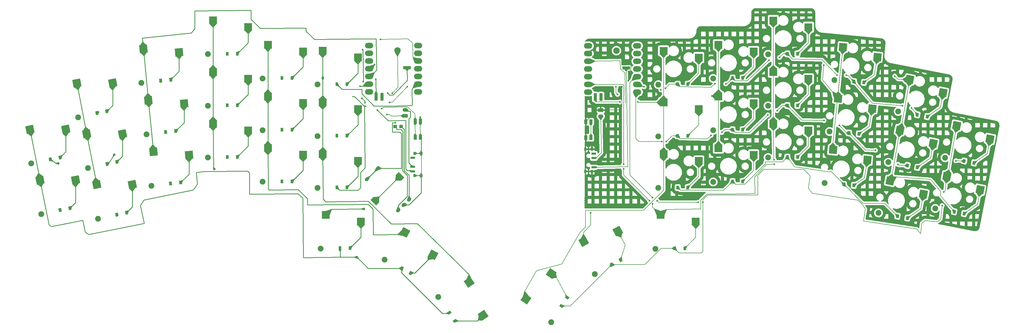
<source format=gbr>
%TF.GenerationSoftware,KiCad,Pcbnew,9.0.6*%
%TF.CreationDate,2025-12-31T17:57:57+01:00*%
%TF.ProjectId,right,72696768-742e-46b6-9963-61645f706362,v1.0.0*%
%TF.SameCoordinates,Original*%
%TF.FileFunction,Copper,L2,Bot*%
%TF.FilePolarity,Positive*%
%FSLAX46Y46*%
G04 Gerber Fmt 4.6, Leading zero omitted, Abs format (unit mm)*
G04 Created by KiCad (PCBNEW 9.0.6) date 2025-12-31 17:57:57*
%MOMM*%
%LPD*%
G01*
G04 APERTURE LIST*
G04 Aperture macros list*
%AMRoundRect*
0 Rectangle with rounded corners*
0 $1 Rounding radius*
0 $2 $3 $4 $5 $6 $7 $8 $9 X,Y pos of 4 corners*
0 Add a 4 corners polygon primitive as box body*
4,1,4,$2,$3,$4,$5,$6,$7,$8,$9,$2,$3,0*
0 Add four circle primitives for the rounded corners*
1,1,$1+$1,$2,$3*
1,1,$1+$1,$4,$5*
1,1,$1+$1,$6,$7*
1,1,$1+$1,$8,$9*
0 Add four rect primitives between the rounded corners*
20,1,$1+$1,$2,$3,$4,$5,0*
20,1,$1+$1,$4,$5,$6,$7,0*
20,1,$1+$1,$6,$7,$8,$9,0*
20,1,$1+$1,$8,$9,$2,$3,0*%
%AMHorizOval*
0 Thick line with rounded ends*
0 $1 width*
0 $2 $3 position (X,Y) of the first rounded end (center of the circle)*
0 $4 $5 position (X,Y) of the second rounded end (center of the circle)*
0 Add line between two ends*
20,1,$1,$2,$3,$4,$5,0*
0 Add two circle primitives to create the rounded ends*
1,1,$1,$2,$3*
1,1,$1,$4,$5*%
%AMRotRect*
0 Rectangle, with rotation*
0 The origin of the aperture is its center*
0 $1 length*
0 $2 width*
0 $3 Rotation angle, in degrees counterclockwise*
0 Add horizontal line*
21,1,$1,$2,0,0,$3*%
%AMOutline5P*
0 Free polygon, 5 corners , with rotation*
0 The origin of the aperture is its center*
0 number of corners: always 5*
0 $1 to $10 corner X, Y*
0 $11 Rotation angle, in degrees counterclockwise*
0 create outline with 5 corners*
4,1,5,$1,$2,$3,$4,$5,$6,$7,$8,$9,$10,$1,$2,$11*%
%AMOutline6P*
0 Free polygon, 6 corners , with rotation*
0 The origin of the aperture is its center*
0 number of corners: always 6*
0 $1 to $12 corner X, Y*
0 $13 Rotation angle, in degrees counterclockwise*
0 create outline with 6 corners*
4,1,6,$1,$2,$3,$4,$5,$6,$7,$8,$9,$10,$11,$12,$1,$2,$13*%
%AMOutline7P*
0 Free polygon, 7 corners , with rotation*
0 The origin of the aperture is its center*
0 number of corners: always 7*
0 $1 to $14 corner X, Y*
0 $15 Rotation angle, in degrees counterclockwise*
0 create outline with 7 corners*
4,1,7,$1,$2,$3,$4,$5,$6,$7,$8,$9,$10,$11,$12,$13,$14,$1,$2,$15*%
%AMOutline8P*
0 Free polygon, 8 corners , with rotation*
0 The origin of the aperture is its center*
0 number of corners: always 8*
0 $1 to $16 corner X, Y*
0 $17 Rotation angle, in degrees counterclockwise*
0 create outline with 8 corners*
4,1,8,$1,$2,$3,$4,$5,$6,$7,$8,$9,$10,$11,$12,$13,$14,$15,$16,$1,$2,$17*%
G04 Aperture macros list end*
%TA.AperFunction,Conductor*%
%ADD10C,0.200000*%
%TD*%
%TA.AperFunction,SMDPad,CuDef*%
%ADD11RotRect,0.900000X1.200000X11.000000*%
%TD*%
%TA.AperFunction,ComponentPad*%
%ADD12C,1.900000*%
%TD*%
%TA.AperFunction,SMDPad,CuDef*%
%ADD13RotRect,2.600000X2.600000X11.000000*%
%TD*%
%TA.AperFunction,SMDPad,CuDef*%
%ADD14RotRect,0.900000X1.200000X5.500000*%
%TD*%
%TA.AperFunction,SMDPad,CuDef*%
%ADD15RotRect,2.600000X2.600000X332.000000*%
%TD*%
%TA.AperFunction,SMDPad,CuDef*%
%ADD16R,2.600000X2.600000*%
%TD*%
%TA.AperFunction,SMDPad,CuDef*%
%ADD17RotRect,2.600000X2.600000X5.500000*%
%TD*%
%TA.AperFunction,SMDPad,CuDef*%
%ADD18R,0.900000X1.200000*%
%TD*%
%TA.AperFunction,SMDPad,CuDef*%
%ADD19RotRect,2.600000X2.600000X304.000000*%
%TD*%
%TA.AperFunction,SMDPad,CuDef*%
%ADD20R,1.000000X1.550000*%
%TD*%
%TA.AperFunction,ComponentPad*%
%ADD21Outline6P,-1.300000X0.540000X-0.940000X0.900000X0.940000X0.900000X1.300000X0.540000X1.300000X-0.900000X-1.300000X-0.900000X315.000000*%
%TD*%
%TA.AperFunction,ComponentPad*%
%ADD22Outline6P,-1.300000X0.900000X1.300000X0.900000X1.300000X-0.540000X0.940000X-0.900000X-0.940000X-0.900000X-1.300000X-0.540000X315.000000*%
%TD*%
%TA.AperFunction,ComponentPad*%
%ADD23HorizOval,1.100000X0.176777X0.176777X-0.176777X-0.176777X0*%
%TD*%
%TA.AperFunction,ConnectorPad*%
%ADD24O,2.750000X1.800000*%
%TD*%
%TA.AperFunction,ComponentPad*%
%ADD25O,2.750000X1.800000*%
%TD*%
%TA.AperFunction,ComponentPad*%
%ADD26RoundRect,0.130952X-0.419048X1.119048X-0.419048X-1.119048X0.419048X-1.119048X0.419048X1.119048X0*%
%TD*%
%TA.AperFunction,ComponentPad*%
%ADD27C,2.100000*%
%TD*%
%TA.AperFunction,ComponentPad*%
%ADD28RoundRect,0.130952X-1.119048X-0.419048X1.119048X-0.419048X1.119048X0.419048X-1.119048X0.419048X0*%
%TD*%
%TA.AperFunction,SMDPad,CuDef*%
%ADD29R,0.800000X1.000000*%
%TD*%
%TA.AperFunction,SMDPad,CuDef*%
%ADD30R,1.500000X0.700000*%
%TD*%
%TA.AperFunction,ComponentPad*%
%ADD31RoundRect,0.240000X-0.635000X0.360000X-0.635000X-0.360000X0.635000X-0.360000X0.635000X0.360000X0*%
%TD*%
%TA.AperFunction,ComponentPad*%
%ADD32O,1.750000X1.200000*%
%TD*%
%TA.AperFunction,SMDPad,CuDef*%
%ADD33RotRect,0.900000X1.200000X304.000000*%
%TD*%
%TA.AperFunction,SMDPad,CuDef*%
%ADD34RotRect,0.900000X1.200000X332.000000*%
%TD*%
%TA.AperFunction,SMDPad,CuDef*%
%ADD35RotRect,0.900000X1.200000X354.500000*%
%TD*%
%TA.AperFunction,SMDPad,CuDef*%
%ADD36RotRect,2.600000X2.600000X349.000000*%
%TD*%
%TA.AperFunction,SMDPad,CuDef*%
%ADD37RotRect,2.600000X2.600000X354.500000*%
%TD*%
%TA.AperFunction,SMDPad,CuDef*%
%ADD38RotRect,0.900000X1.200000X349.000000*%
%TD*%
%TA.AperFunction,SMDPad,CuDef*%
%ADD39RotRect,0.900000X1.200000X28.000000*%
%TD*%
%TA.AperFunction,SMDPad,CuDef*%
%ADD40RotRect,2.600000X2.600000X28.000000*%
%TD*%
%TA.AperFunction,ComponentPad*%
%ADD41RoundRect,0.240000X0.635000X-0.360000X0.635000X0.360000X-0.635000X0.360000X-0.635000X-0.360000X0*%
%TD*%
%TA.AperFunction,SMDPad,CuDef*%
%ADD42RotRect,0.900000X1.200000X56.000000*%
%TD*%
%TA.AperFunction,SMDPad,CuDef*%
%ADD43RotRect,2.600000X2.600000X56.000000*%
%TD*%
%TA.AperFunction,ViaPad*%
%ADD44C,0.600000*%
%TD*%
%TA.AperFunction,ViaPad*%
%ADD45C,0.800000*%
%TD*%
%TA.AperFunction,Conductor*%
%ADD46C,0.250000*%
%TD*%
G04 APERTURE END LIST*
D10*
%TO.N,RE_A*%
X183759753Y-117579491D02*
X182759762Y-117579490D01*
X182759763Y-116579501D01*
X183759756Y-116579493D01*
X183759753Y-117579491D01*
%TA.AperFunction,Conductor*%
G36*
X183759753Y-117579491D02*
G01*
X182759762Y-117579490D01*
X182759763Y-116579501D01*
X183759756Y-116579493D01*
X183759753Y-117579491D01*
G37*
%TD.AperFunction*%
%TO.N,RE_C*%
X185759752Y-117579491D02*
X184759753Y-117579493D01*
X184759765Y-116579493D01*
X185759758Y-116579486D01*
X185759752Y-117579491D01*
%TA.AperFunction,Conductor*%
G36*
X185759752Y-117579491D02*
G01*
X184759753Y-117579493D01*
X184759765Y-116579493D01*
X185759758Y-116579486D01*
X185759752Y-117579491D01*
G37*
%TD.AperFunction*%
%TD*%
D11*
%TO.P,D1,1*%
%TO.N,P5*%
X91916896Y-146047003D03*
%TO.P,D1,2*%
%TO.N,pinky_bottom*%
X95156268Y-145417341D03*
%TD*%
%TO.P,D2,1*%
%TO.N,P6*%
X88673139Y-129359346D03*
%TO.P,D2,2*%
%TO.N,pinky_home*%
X91912511Y-128729684D03*
%TD*%
D12*
%TO.P,S3,*%
%TO.N,*%
X79224687Y-114030560D03*
D13*
%TO.P,S3,1*%
%TO.N,P0*%
X78800015Y-102805356D03*
%TO.P,S3,2*%
%TO.N,pinky_top*%
X90557588Y-102761091D03*
%TD*%
D14*
%TO.P,D4,1*%
%TO.N,P5*%
X109573012Y-135834424D03*
%TO.P,D4,2*%
%TO.N,ring_bottom*%
X112857824Y-135518130D03*
%TD*%
D12*
%TO.P,S17,*%
%TO.N,*%
X179805284Y-160890892D03*
D15*
%TO.P,S17,1*%
%TO.N,P3*%
X186539503Y-151900012D03*
%TO.P,S17,2*%
%TO.N,home_thumb*%
X195704713Y-159264891D03*
%TD*%
D12*
%TO.P,S8,*%
%TO.N,*%
X121787929Y-110271320D03*
D16*
%TO.P,S8,1*%
%TO.N,P2*%
X123512929Y-99171324D03*
%TO.P,S8,2*%
%TO.N,middle_home*%
X135062925Y-101371320D03*
%TD*%
D12*
%TO.P,S2,*%
%TO.N,*%
X82468438Y-130718229D03*
D13*
%TO.P,S2,1*%
%TO.N,P0*%
X82043766Y-119493025D03*
%TO.P,S2,2*%
%TO.N,pinky_home*%
X93801339Y-119448760D03*
%TD*%
D12*
%TO.P,S6,*%
%TO.N,*%
X100007876Y-102748887D03*
D17*
%TO.P,S6,1*%
%TO.N,P1*%
X100661041Y-91534656D03*
%TO.P,S6,2*%
%TO.N,ring_top*%
X112368731Y-92617513D03*
%TD*%
D12*
%TO.P,S15,*%
%TO.N,*%
X157787942Y-103271317D03*
D16*
%TO.P,S15,1*%
%TO.N,P4*%
X159512942Y-92171321D03*
%TO.P,S15,2*%
%TO.N,inner_top*%
X171062938Y-94371317D03*
%TD*%
D18*
%TO.P,D10,1*%
%TO.N,P5*%
X146137925Y-135121306D03*
%TO.P,D10,2*%
%TO.N,index_bottom*%
X149437925Y-135121308D03*
%TD*%
%TO.P,D9,1*%
%TO.N,P7*%
X128137919Y-93121318D03*
%TO.P,D9,2*%
%TO.N,middle_top*%
X131437919Y-93121320D03*
%TD*%
%TO.P,D7,1*%
%TO.N,P5*%
X128137929Y-127121306D03*
%TO.P,D7,2*%
%TO.N,middle_bottom*%
X131437929Y-127121308D03*
%TD*%
%TO.P,D8,1*%
%TO.N,P6*%
X128137917Y-110121309D03*
%TO.P,D8,2*%
%TO.N,middle_home*%
X131437917Y-110121311D03*
%TD*%
D12*
%TO.P,S16,*%
%TO.N,*%
X158787922Y-157271320D03*
D16*
%TO.P,S16,1*%
%TO.N,P2*%
X160512922Y-146171324D03*
%TO.P,S16,2*%
%TO.N,near_thumb*%
X172062918Y-148371320D03*
%TD*%
D12*
%TO.P,S18,*%
%TO.N,*%
X197391672Y-173144838D03*
D19*
%TO.P,S18,1*%
%TO.N,P4*%
X207558595Y-168367887D03*
%TO.P,S18,2*%
%TO.N,far_thumb*%
X212193397Y-179173498D03*
%TD*%
D12*
%TO.P,S9,*%
%TO.N,*%
X121787927Y-93271306D03*
D16*
%TO.P,S9,1*%
%TO.N,P2*%
X123512927Y-82171310D03*
%TO.P,S9,2*%
%TO.N,middle_top*%
X135062923Y-84371306D03*
%TD*%
D18*
%TO.P,D15,1*%
%TO.N,P7*%
X164137923Y-103121318D03*
%TO.P,D15,2*%
%TO.N,inner_top*%
X167437923Y-103121320D03*
%TD*%
D12*
%TO.P,S11,*%
%TO.N,*%
X139787927Y-118271311D03*
D16*
%TO.P,S11,1*%
%TO.N,P3*%
X141512927Y-107171315D03*
%TO.P,S11,2*%
%TO.N,index_home*%
X153062923Y-109371311D03*
%TD*%
D12*
%TO.P,S7,*%
%TO.N,*%
X121787927Y-127271311D03*
D16*
%TO.P,S7,1*%
%TO.N,P2*%
X123512927Y-116171315D03*
%TO.P,S7,2*%
%TO.N,middle_bottom*%
X135062923Y-118371311D03*
%TD*%
D18*
%TO.P,D12,1*%
%TO.N,P7*%
X146137926Y-101121316D03*
%TO.P,D12,2*%
%TO.N,index_top*%
X149437926Y-101121318D03*
%TD*%
D12*
%TO.P,S4,*%
%TO.N,*%
X103266631Y-136592351D03*
D17*
%TO.P,S4,1*%
%TO.N,P1*%
X103919796Y-125378120D03*
%TO.P,S4,2*%
%TO.N,ring_bottom*%
X115627486Y-126460977D03*
%TD*%
D12*
%TO.P,S19,*%
%TO.N,*%
X67088859Y-145932318D03*
D13*
%TO.P,S19,1*%
%TO.N,P8*%
X66664187Y-134707114D03*
%TO.P,S19,2*%
%TO.N,pinky2_extra1*%
X78421760Y-134662849D03*
%TD*%
D20*
%TO.P,RST1,1*%
%TO.N,GND*%
X191567039Y-115409056D03*
%TO.P,RST1,2*%
%TO.N,RST*%
X189867040Y-115409058D03*
%TO.P,RST1,3*%
%TO.N,GND*%
X191567042Y-120659054D03*
%TO.P,RST1,4*%
%TO.N,RST*%
X189867043Y-120659056D03*
%TD*%
D21*
%TO.P,RE1,*%
%TO.N,GND*%
X176799957Y-141539290D03*
D22*
X184719555Y-133619694D03*
D23*
%TO.P,RE1,A*%
%TO.N,RE_C*%
X187830821Y-141115027D03*
%TO.P,RE1,B*%
%TO.N,GND*%
X186063054Y-142882793D03*
%TO.P,RE1,C*%
%TO.N,RE_A*%
X184295288Y-144650561D03*
%TO.P,RE1,S1*%
%TO.N,P10*%
X174042248Y-134397509D03*
%TO.P,RE1,S2*%
X177577774Y-130861975D03*
%TD*%
D24*
%TO.P,U?,*%
%TO.N,P0*%
X174704063Y-98079482D03*
%TO.N,P2*%
X174704063Y-103159490D03*
D25*
%TO.N,P3*%
X174704063Y-105699491D03*
D24*
%TO.N,P1*%
X174704064Y-100619483D03*
%TO.N,GND*%
X174704065Y-92999488D03*
D26*
%TO.N,P4*%
X177044761Y-107286983D03*
%TO.N,P5*%
X178949764Y-107286987D03*
D24*
%TO.N,P7*%
X190815461Y-103159484D03*
%TO.N,P10*%
X190815462Y-95539489D03*
D25*
%TO.N,P12*%
X190815463Y-90459481D03*
D24*
%TO.N,P11*%
X190815463Y-92999482D03*
%TO.N,P9*%
X190815463Y-98079490D03*
%TO.N,P8*%
X190815463Y-100619480D03*
%TO.N,P6*%
X190815464Y-105699482D03*
%TO.P,U?,3V3*%
%TO.N,N/C*%
X174704063Y-95539492D03*
%TO.P,U?,5V*%
X174704062Y-90459490D03*
D27*
%TO.P,U?,18*%
%TO.N,RST*%
X184029763Y-92046986D03*
D28*
%TO.P,U?,BAT_P*%
%TO.N,BAT_P*%
X187204762Y-97761986D03*
%TD*%
D29*
%TO.P,PWR1,*%
%TO.N,GND*%
X189674753Y-133229491D03*
X189674754Y-125929496D03*
X191884754Y-133229497D03*
X191884755Y-125929496D03*
D30*
%TO.P,PWR1,1*%
%TO.N,N/C*%
X189024756Y-127329495D03*
%TO.P,PWR1,2*%
%TO.N,RAW*%
X189024752Y-130329494D03*
%TO.P,PWR1,3*%
%TO.N,BAT_P*%
X189024751Y-131829498D03*
%TD*%
D12*
%TO.P,S5,*%
%TO.N,*%
X101637258Y-119670620D03*
D17*
%TO.P,S5,1*%
%TO.N,P1*%
X102290423Y-108456389D03*
%TO.P,S5,2*%
%TO.N,ring_home*%
X113998113Y-109539246D03*
%TD*%
D18*
%TO.P,D11,1*%
%TO.N,P6*%
X146137921Y-118121314D03*
%TO.P,D11,2*%
%TO.N,index_home*%
X149437921Y-118121316D03*
%TD*%
D14*
%TO.P,D6,1*%
%TO.N,P7*%
X106314266Y-101990947D03*
%TO.P,D6,2*%
%TO.N,ring_top*%
X109599078Y-101674653D03*
%TD*%
D31*
%TO.P,JST1,1*%
%TO.N,GND*%
X186584750Y-113579485D03*
D32*
%TO.P,JST1,2*%
%TO.N,RAW*%
X186584742Y-111579481D03*
%TD*%
D12*
%TO.P,S14,*%
%TO.N,*%
X157787921Y-120271312D03*
D16*
%TO.P,S14,1*%
%TO.N,P4*%
X159512921Y-109171316D03*
%TO.P,S14,2*%
%TO.N,inner_home*%
X171062917Y-111371312D03*
%TD*%
D12*
%TO.P,S10,*%
%TO.N,*%
X139787932Y-135271320D03*
D16*
%TO.P,S10,1*%
%TO.N,P3*%
X141512932Y-124171324D03*
%TO.P,S10,2*%
%TO.N,index_bottom*%
X153062928Y-126371320D03*
%TD*%
D12*
%TO.P,S1,*%
%TO.N,*%
X85712183Y-147405882D03*
D13*
%TO.P,S1,1*%
%TO.N,P0*%
X85287511Y-136180678D03*
%TO.P,S1,2*%
%TO.N,pinky_bottom*%
X97045084Y-136136413D03*
%TD*%
D18*
%TO.P,D16,1*%
%TO.N,P8*%
X165137931Y-157121322D03*
%TO.P,D16,2*%
%TO.N,near_thumb*%
X168437931Y-157121324D03*
%TD*%
D11*
%TO.P,D20,1*%
%TO.N,P1*%
X70049809Y-127885767D03*
%TO.P,D20,2*%
%TO.N,pinky2_extra2*%
X73289181Y-127256105D03*
%TD*%
D18*
%TO.P,D13,1*%
%TO.N,P5*%
X164137922Y-137121308D03*
%TO.P,D13,2*%
%TO.N,inner_bottom*%
X167437922Y-137121310D03*
%TD*%
D33*
%TO.P,D18,1*%
%TO.N,P8*%
X201066910Y-178325336D03*
%TO.P,D18,2*%
%TO.N,far_thumb*%
X202912242Y-181061164D03*
%TD*%
D12*
%TO.P,S12,*%
%TO.N,*%
X139787935Y-101271311D03*
D16*
%TO.P,S12,1*%
%TO.N,P3*%
X141512935Y-90171315D03*
%TO.P,S12,2*%
%TO.N,index_top*%
X153062931Y-92371311D03*
%TD*%
D12*
%TO.P,S13,*%
%TO.N,*%
X157787933Y-137271319D03*
D16*
%TO.P,S13,1*%
%TO.N,P4*%
X159512933Y-126171323D03*
%TO.P,S13,2*%
%TO.N,inner_bottom*%
X171062929Y-128371319D03*
%TD*%
D11*
%TO.P,D19,1*%
%TO.N,P0*%
X73293560Y-144573430D03*
%TO.P,D19,2*%
%TO.N,pinky2_extra1*%
X76532932Y-143943768D03*
%TD*%
%TO.P,D3,1*%
%TO.N,P7*%
X85429391Y-112671681D03*
%TO.P,D3,2*%
%TO.N,pinky_top*%
X88668763Y-112042019D03*
%TD*%
D14*
%TO.P,D5,1*%
%TO.N,P6*%
X107943633Y-118912689D03*
%TO.P,D5,2*%
%TO.N,ring_home*%
X111228445Y-118596395D03*
%TD*%
D34*
%TO.P,D17,1*%
%TO.N,P8*%
X185482428Y-163739600D03*
%TO.P,D17,2*%
%TO.N,home_thumb*%
X188396154Y-165288858D03*
%TD*%
D18*
%TO.P,D14,1*%
%TO.N,P6*%
X164137925Y-120121309D03*
%TO.P,D14,2*%
%TO.N,inner_home*%
X167437925Y-120121311D03*
%TD*%
D12*
%TO.P,S20,*%
%TO.N,*%
X63845106Y-129244647D03*
D13*
%TO.P,S20,1*%
%TO.N,P8*%
X63420434Y-118019443D03*
%TO.P,S20,2*%
%TO.N,pinky2_extra2*%
X75178007Y-117975178D03*
%TD*%
D24*
%TO.P,U?,*%
%TO.N,P0*%
X246622637Y-98147970D03*
%TO.N,P2*%
X246622637Y-103227978D03*
D25*
%TO.N,P3*%
X246622637Y-105767979D03*
D24*
%TO.N,P1*%
X246622638Y-100687971D03*
%TO.N,GND*%
X246622639Y-93067976D03*
D26*
%TO.N,P4*%
X248963335Y-107355471D03*
%TO.N,P5*%
X250868338Y-107355475D03*
D24*
%TO.N,P7*%
X262734035Y-103227972D03*
%TO.N,P10*%
X262734036Y-95607977D03*
%TO.N,P8*%
X262734036Y-100687968D03*
D25*
%TO.N,P12*%
X262734037Y-90527969D03*
D24*
%TO.N,P11*%
X262734037Y-93067970D03*
%TO.N,P9*%
X262734037Y-98147978D03*
%TO.N,P6*%
X262734038Y-105767970D03*
%TO.P,U?,3V3*%
%TO.N,VCC*%
X246622638Y-95607980D03*
%TO.P,U?,5V*%
%TO.N,N/C*%
X246622636Y-90527978D03*
D27*
%TO.P,U?,18*%
%TO.N,RST*%
X255948337Y-92115474D03*
D28*
%TO.P,U?,BAT_P*%
%TO.N,BAT_P*%
X259123336Y-97830474D03*
%TD*%
D18*
%TO.P,D34,1*%
%TO.N,P6*%
X276028342Y-120147973D03*
%TO.P,D34,2*%
%TO.N,mirror_inner_home*%
X279328342Y-120147973D03*
%TD*%
D35*
%TO.P,D25,1*%
%TO.N,P6*%
X332210197Y-119198128D03*
%TO.P,D25,2*%
%TO.N,mirror_ring_home*%
X335495005Y-119514416D03*
%TD*%
D12*
%TO.P,S39,*%
%TO.N,*%
X360561144Y-144050881D03*
D36*
%TO.P,S39,1*%
%TO.N,P8*%
X364372431Y-133483965D03*
%TO.P,S39,2*%
%TO.N,mirror_pinky2_extra1*%
X375290445Y-137847391D03*
%TD*%
D12*
%TO.P,S35,*%
%TO.N,*%
X269678340Y-103297974D03*
D16*
%TO.P,S35,1*%
%TO.N,P4*%
X271403341Y-92197973D03*
%TO.P,S35,2*%
%TO.N,mirror_inner_top*%
X282953339Y-94397973D03*
%TD*%
D12*
%TO.P,S23,*%
%TO.N,*%
X348425314Y-112149131D03*
D36*
%TO.P,S23,1*%
%TO.N,P0*%
X352236601Y-101582215D03*
%TO.P,S23,2*%
%TO.N,mirror_pinky_top*%
X363154615Y-105945641D03*
%TD*%
D12*
%TO.P,S26,*%
%TO.N,*%
X327504433Y-101817084D03*
D37*
%TO.P,S26,1*%
%TO.N,P1*%
X330285379Y-90933520D03*
%TO.P,S26,2*%
%TO.N,mirror_ring_top*%
X341571345Y-94230411D03*
%TD*%
D12*
%TO.P,S40,*%
%TO.N,*%
X363804891Y-127363223D03*
D36*
%TO.P,S40,1*%
%TO.N,P8*%
X367616178Y-116796307D03*
%TO.P,S40,2*%
%TO.N,mirror_pinky2_extra2*%
X378534192Y-121159733D03*
%TD*%
D38*
%TO.P,D23,1*%
%TO.N,P7*%
X354687261Y-113213531D03*
%TO.P,D23,2*%
%TO.N,mirror_pinky_top*%
X357926631Y-113843201D03*
%TD*%
%TO.P,D21,1*%
%TO.N,P5*%
X348199764Y-146588844D03*
%TO.P,D21,2*%
%TO.N,mirror_pinky_bottom*%
X351439134Y-147218514D03*
%TD*%
D18*
%TO.P,D31,1*%
%TO.N,P6*%
X294028339Y-118147968D03*
%TO.P,D31,2*%
%TO.N,mirror_index_home*%
X297328339Y-118147968D03*
%TD*%
D39*
%TO.P,D37,1*%
%TO.N,P8*%
X254367797Y-162498683D03*
%TO.P,D37,2*%
%TO.N,mirror_home_thumb*%
X257281523Y-160949429D03*
%TD*%
D12*
%TO.P,S33,*%
%TO.N,*%
X269678340Y-137297979D03*
D16*
%TO.P,S33,1*%
%TO.N,P4*%
X271403341Y-126197978D03*
%TO.P,S33,2*%
%TO.N,mirror_inner_bottom*%
X282953339Y-128397978D03*
%TD*%
D12*
%TO.P,S28,*%
%TO.N,*%
X305678343Y-110297973D03*
D16*
%TO.P,S28,1*%
%TO.N,P2*%
X307403344Y-99197972D03*
%TO.P,S28,2*%
%TO.N,mirror_middle_home*%
X318953342Y-101397972D03*
%TD*%
D12*
%TO.P,S34,*%
%TO.N,*%
X269678342Y-120297972D03*
D16*
%TO.P,S34,1*%
%TO.N,P4*%
X271403343Y-109197971D03*
%TO.P,S34,2*%
%TO.N,mirror_inner_home*%
X282953341Y-111397971D03*
%TD*%
D12*
%TO.P,S36,*%
%TO.N,*%
X268678341Y-157297976D03*
D16*
%TO.P,S36,1*%
%TO.N,P2*%
X270403342Y-146197975D03*
%TO.P,S36,2*%
%TO.N,mirror_near_thumb*%
X281953340Y-148397975D03*
%TD*%
D18*
%TO.P,D35,1*%
%TO.N,P7*%
X276028340Y-103147969D03*
%TO.P,D35,2*%
%TO.N,mirror_inner_top*%
X279328340Y-103147969D03*
%TD*%
D20*
%TO.P,RST1,1*%
%TO.N,GND*%
X245828340Y-120772980D03*
%TO.P,RST1,2*%
%TO.N,RST*%
X247528341Y-120772981D03*
%TO.P,RST1,3*%
%TO.N,GND*%
X245828341Y-115522979D03*
%TO.P,RST1,4*%
%TO.N,RST*%
X247528342Y-115522980D03*
%TD*%
D12*
%TO.P,S37,*%
%TO.N,*%
X248831498Y-165612270D03*
D40*
%TO.P,S37,1*%
%TO.N,P3*%
X245143448Y-155001714D03*
%TO.P,S37,2*%
%TO.N,mirror_home_thumb*%
X256374330Y-151521803D03*
%TD*%
D18*
%TO.P,D27,1*%
%TO.N,P5*%
X312028343Y-127147975D03*
%TO.P,D27,2*%
%TO.N,mirror_middle_bottom*%
X315328343Y-127147975D03*
%TD*%
%TO.P,D30,1*%
%TO.N,P5*%
X294028335Y-135147972D03*
%TO.P,D30,2*%
%TO.N,mirror_index_bottom*%
X297328335Y-135147972D03*
%TD*%
%TO.P,D33,1*%
%TO.N,P5*%
X276028335Y-137147964D03*
%TO.P,D33,2*%
%TO.N,mirror_inner_bottom*%
X279328335Y-137147964D03*
%TD*%
D12*
%TO.P,S32,*%
%TO.N,*%
X287678339Y-101297977D03*
D16*
%TO.P,S32,1*%
%TO.N,P3*%
X289403340Y-90197976D03*
%TO.P,S32,2*%
%TO.N,mirror_index_top*%
X300953338Y-92397976D03*
%TD*%
D12*
%TO.P,S31,*%
%TO.N,*%
X287678338Y-118297971D03*
D16*
%TO.P,S31,1*%
%TO.N,P3*%
X289403339Y-107197970D03*
%TO.P,S31,2*%
%TO.N,mirror_index_home*%
X300953337Y-109397970D03*
%TD*%
D12*
%TO.P,S24,*%
%TO.N,*%
X324245677Y-135660550D03*
D37*
%TO.P,S24,1*%
%TO.N,P1*%
X327026623Y-124776986D03*
%TO.P,S24,2*%
%TO.N,mirror_ring_bottom*%
X338312589Y-128073877D03*
%TD*%
D35*
%TO.P,D24,1*%
%TO.N,P5*%
X330580815Y-136119854D03*
%TO.P,D24,2*%
%TO.N,mirror_ring_bottom*%
X333865623Y-136436142D03*
%TD*%
D12*
%TO.P,S22,*%
%TO.N,*%
X345181555Y-128836791D03*
D36*
%TO.P,S22,1*%
%TO.N,P0*%
X348992842Y-118269875D03*
%TO.P,S22,2*%
%TO.N,mirror_pinky_home*%
X359910856Y-122633301D03*
%TD*%
D38*
%TO.P,D40,1*%
%TO.N,P1*%
X370066847Y-128427605D03*
%TO.P,D40,2*%
%TO.N,mirror_pinky2_extra2*%
X373306217Y-129057275D03*
%TD*%
D18*
%TO.P,D28,1*%
%TO.N,P6*%
X312028339Y-110147969D03*
%TO.P,D28,2*%
%TO.N,mirror_middle_home*%
X315328339Y-110147969D03*
%TD*%
D41*
%TO.P,JST1,1*%
%TO.N,GND*%
X250771053Y-111736989D03*
D32*
%TO.P,JST1,2*%
%TO.N,RAW*%
X250771057Y-113736987D03*
%TD*%
D18*
%TO.P,D29,1*%
%TO.N,P7*%
X312028339Y-93147970D03*
%TO.P,D29,2*%
%TO.N,mirror_middle_top*%
X315328339Y-93147970D03*
%TD*%
D12*
%TO.P,S30,*%
%TO.N,*%
X287678340Y-135297973D03*
D16*
%TO.P,S30,1*%
%TO.N,P3*%
X289403341Y-124197972D03*
%TO.P,S30,2*%
%TO.N,mirror_index_bottom*%
X300953339Y-126397972D03*
%TD*%
D42*
%TO.P,D38,1*%
%TO.N,P8*%
X237909176Y-176113599D03*
%TO.P,D38,2*%
%TO.N,mirror_far_thumb*%
X239754504Y-173377773D03*
%TD*%
D12*
%TO.P,S38,*%
%TO.N,*%
X234482658Y-181461862D03*
D43*
%TO.P,S38,1*%
%TO.N,P4*%
X226244947Y-173824732D03*
%TO.P,S38,2*%
%TO.N,mirror_far_thumb*%
X234527509Y-165479572D03*
%TD*%
D12*
%TO.P,S29,*%
%TO.N,*%
X305678335Y-93297984D03*
D16*
%TO.P,S29,1*%
%TO.N,P2*%
X307403336Y-82197983D03*
%TO.P,S29,2*%
%TO.N,mirror_middle_top*%
X318953334Y-84397983D03*
%TD*%
D35*
%TO.P,D26,1*%
%TO.N,P7*%
X333839576Y-102276390D03*
%TO.P,D26,2*%
%TO.N,mirror_ring_top*%
X337124384Y-102592678D03*
%TD*%
D12*
%TO.P,S21,*%
%TO.N,*%
X341937811Y-145524461D03*
D36*
%TO.P,S21,1*%
%TO.N,P0*%
X345749098Y-134957545D03*
%TO.P,S21,2*%
%TO.N,mirror_pinky_bottom*%
X356667112Y-139320971D03*
%TD*%
D12*
%TO.P,S25,*%
%TO.N,*%
X325875060Y-118738815D03*
D37*
%TO.P,S25,1*%
%TO.N,P1*%
X328656006Y-107855251D03*
%TO.P,S25,2*%
%TO.N,mirror_ring_home*%
X339941972Y-111152142D03*
%TD*%
D38*
%TO.P,D22,1*%
%TO.N,P6*%
X351443510Y-129901189D03*
%TO.P,D22,2*%
%TO.N,mirror_pinky_home*%
X354682880Y-130530859D03*
%TD*%
D29*
%TO.P,PWR1,*%
%TO.N,GND*%
X247856061Y-124586987D03*
X247856054Y-131886992D03*
X245646055Y-131886979D03*
X245646052Y-124586983D03*
D30*
%TO.P,PWR1,1*%
%TO.N,BAT_P*%
X248506052Y-130486988D03*
%TO.P,PWR1,2*%
%TO.N,RAW*%
X248506049Y-127486985D03*
%TO.P,PWR1,3*%
%TO.N,N/C*%
X248506051Y-125986986D03*
%TD*%
D18*
%TO.P,D32,1*%
%TO.N,P7*%
X294028338Y-101147967D03*
%TO.P,D32,2*%
%TO.N,mirror_index_top*%
X297328338Y-101147967D03*
%TD*%
%TO.P,D36,1*%
%TO.N,P8*%
X275028335Y-157147975D03*
%TO.P,D36,2*%
%TO.N,mirror_near_thumb*%
X278328335Y-157147975D03*
%TD*%
D38*
%TO.P,D39,1*%
%TO.N,P0*%
X366823095Y-145115277D03*
%TO.P,D39,2*%
%TO.N,mirror_pinky2_extra1*%
X370062465Y-145744947D03*
%TD*%
D12*
%TO.P,S27,*%
%TO.N,*%
X305678333Y-127297969D03*
D16*
%TO.P,S27,1*%
%TO.N,P2*%
X307403334Y-116197968D03*
%TO.P,S27,2*%
%TO.N,mirror_middle_bottom*%
X318953332Y-118397968D03*
%TD*%
D44*
%TO.N,P7*%
X265000000Y-104000000D03*
X270500000Y-105000000D03*
X272003337Y-104500000D03*
%TO.N,P4*%
X257094233Y-109000000D03*
X263000000Y-109000000D03*
%TO.N,P3*%
X247500000Y-145500000D03*
D45*
%TO.N,P5*%
X91861405Y-146309404D03*
X164361411Y-137309402D03*
%TO.N,P6*%
X128137920Y-110121313D03*
D44*
%TO.N,BAT_P*%
X180830070Y-106138708D03*
D45*
%TO.N,P7*%
X85755337Y-112396537D03*
D44*
%TO.N,P5*%
X173341339Y-110451805D03*
%TO.N,P10*%
X183361407Y-115809407D03*
D45*
%TO.N,P7*%
X128137924Y-93121316D03*
%TO.N,P6*%
X146137924Y-118121314D03*
%TO.N,P7*%
X106206292Y-102308979D03*
D44*
%TO.N,P10*%
X178498779Y-88421314D03*
D45*
%TO.N,P7*%
X164137935Y-103121313D03*
D44*
%TO.N,BAT_P*%
X177426594Y-111698953D03*
%TO.N,P6*%
X190678017Y-105173490D03*
D45*
X91117646Y-126327122D03*
X108023694Y-118966054D03*
%TO.N,P7*%
X146137933Y-101121311D03*
%TO.N,P6*%
X164137927Y-120121316D03*
D44*
%TO.N,RST*%
X182329845Y-106112530D03*
X178917638Y-111172849D03*
%TO.N,P2*%
X172357543Y-107786822D03*
X173383574Y-109269142D03*
D45*
X123894818Y-131120669D03*
D44*
X171787812Y-103796158D03*
D45*
%TO.N,GND*%
X189674759Y-133229484D03*
%TO.N,P1*%
X103919801Y-125378120D03*
X72720639Y-129192258D03*
%TO.N,GND*%
X189674759Y-133229484D03*
D44*
X187294174Y-104025570D03*
X181382353Y-109129524D03*
X191468091Y-113954241D03*
X175179064Y-92999504D03*
X180615076Y-113140587D03*
D45*
%TO.N,P0*%
X84935813Y-137005041D03*
X73128701Y-144393688D03*
D44*
X176539124Y-96712157D03*
D45*
X78800016Y-102805367D03*
%TO.N,P5*%
X128219364Y-127309399D03*
X146137929Y-135121320D03*
%TO.N,P8*%
X170649312Y-160079496D03*
D44*
X190340466Y-100619483D03*
D45*
%TO.N,P5*%
X109573014Y-135834420D03*
D44*
%TO.N,P3*%
X172578230Y-91780532D03*
D45*
%TO.N,P2*%
X173010823Y-144198772D03*
%TO.N,P3*%
X141512935Y-90171308D03*
%TO.N,P4*%
X159512931Y-101135573D03*
D44*
%TO.N,P3*%
X172761480Y-102278939D03*
D45*
%TO.N,P2*%
X160512930Y-146171319D03*
D44*
%TO.N,P4*%
X176943937Y-101510599D03*
%TO.N,P0*%
X247160322Y-98146881D03*
X347294233Y-100516585D03*
%TO.N,GND*%
X257694233Y-104016585D03*
X259796500Y-102016545D03*
%TO.N,P1*%
X367365960Y-128360222D03*
X327026625Y-124776988D03*
X247097638Y-100687971D03*
X324037520Y-96869068D03*
%TO.N,P2*%
X258294233Y-129516585D03*
X267795197Y-142517549D03*
X307690657Y-128006331D03*
X307716835Y-129506105D03*
X258294233Y-131016585D03*
X266794233Y-141516585D03*
%TO.N,P3*%
X287294233Y-107016585D03*
%TO.N,P8*%
X363340700Y-138633616D03*
X362831282Y-143104696D03*
X284303349Y-142016585D03*
X267794233Y-140516585D03*
X282794233Y-142016585D03*
X269294233Y-141516585D03*
%TO.N,P5*%
X275794233Y-137516585D03*
%TO.N,P6*%
X290517306Y-119017606D03*
X272294233Y-122016585D03*
X287000381Y-119956361D03*
X287000381Y-119956361D03*
X348342676Y-129528396D03*
X308645456Y-111832892D03*
X270794233Y-122016585D03*
X324090747Y-115102941D03*
X329063796Y-116689977D03*
X305619736Y-113280301D03*
X340922347Y-124898185D03*
X287000381Y-119956361D03*
%TO.N,P7*%
X309450798Y-94344273D03*
X352779633Y-110953530D03*
X288296929Y-102976406D03*
X349828113Y-110219696D03*
X305933885Y-95283042D03*
X291796391Y-103037489D03*
X328351907Y-100175040D03*
X331351456Y-100227392D03*
%TO.N,RST*%
X247528339Y-115522975D03*
X255794233Y-104016585D03*
X256294233Y-106516585D03*
%TD*%
D10*
%TO.N,P7*%
X263031063Y-104000000D02*
X262259035Y-103227972D01*
X265000000Y-104000000D02*
X263031063Y-104000000D01*
X273355368Y-103147969D02*
X272003337Y-104500000D01*
X276028340Y-103147969D02*
X273355368Y-103147969D01*
%TO.N,P4*%
X263197971Y-109197971D02*
X271403343Y-109197971D01*
X263000000Y-109000000D02*
X263197971Y-109197971D01*
X249357865Y-109000000D02*
X257094233Y-109000000D01*
X248963335Y-108605470D02*
X249357865Y-109000000D01*
X248963335Y-107355471D02*
X248963335Y-108605470D01*
%TO.N,P3*%
X247500000Y-149500000D02*
X247500000Y-145500000D01*
X245143448Y-151856552D02*
X247500000Y-149500000D01*
X245143448Y-155001714D02*
X245143448Y-151856552D01*
D46*
%TO.N,index_bottom*%
X153062918Y-131496318D02*
X149437935Y-135121318D01*
%TO.N,P3*%
X154498428Y-142860264D02*
X174497673Y-142685730D01*
X176010697Y-144172588D02*
X176084875Y-152672267D01*
%TO.N,index_top*%
X153062921Y-97496308D02*
X149437921Y-101121313D01*
%TO.N,P3*%
X141512930Y-124171315D02*
X141630559Y-137650442D01*
X174497673Y-142685730D02*
X176010697Y-144172588D01*
X154480979Y-140860342D02*
X154498428Y-142860264D01*
%TO.N,P4*%
X207535604Y-165733858D02*
X207558598Y-168367877D01*
%TO.N,index_home*%
X153062929Y-109371318D02*
X153062929Y-114496309D01*
%TO.N,index_top*%
X153062929Y-92371323D02*
X153062921Y-97496308D01*
%TO.N,index_home*%
X153062929Y-114496309D02*
X149437935Y-118121315D01*
%TO.N,P3*%
X141955271Y-137969541D02*
X151454910Y-137886636D01*
X151454910Y-137886636D02*
X154480979Y-140860342D01*
X172848138Y-102189200D02*
X172761480Y-102278939D01*
X141512930Y-124171315D02*
X141512932Y-107171306D01*
%TO.N,inner_home*%
X171062929Y-111371327D02*
X171062928Y-116496318D01*
X171062928Y-116496318D02*
X167437926Y-120121320D01*
%TO.N,inner_bottom*%
X171062930Y-128371316D02*
X171062929Y-133496314D01*
%TO.N,P4*%
X159512931Y-101135573D02*
X159512920Y-109171310D01*
%TO.N,inner_bottom*%
X171062929Y-133496314D02*
X167437926Y-137121315D01*
%TO.N,P3*%
X141512929Y-90171305D02*
X141512932Y-107171306D01*
X185864490Y-152586918D02*
X186539499Y-151900020D01*
X172667968Y-91867190D02*
X172848138Y-102189200D01*
X176084875Y-152672267D02*
X185864490Y-152586918D01*
X141630559Y-137650442D02*
X141955271Y-137969541D01*
X172578230Y-91780532D02*
X172667968Y-91867190D01*
%TO.N,P4*%
X159512924Y-126171312D02*
X159512920Y-109171310D01*
X159642126Y-140975258D02*
X160489478Y-141807947D01*
X176943937Y-101510599D02*
X177044762Y-107286987D01*
X174488948Y-141685771D02*
X182054106Y-149120041D01*
X160489478Y-141807947D02*
X174488948Y-141685771D01*
X190553780Y-149045858D02*
X207535604Y-165733858D01*
%TO.N,index_bottom*%
X153062924Y-126371315D02*
X153062918Y-131496318D01*
%TO.N,P4*%
X159512929Y-126171323D02*
X159642126Y-140975258D01*
X159512922Y-92171315D02*
X159512931Y-101135573D01*
X182054106Y-149120041D02*
X190553780Y-149045858D01*
%TO.N,P2*%
X162360011Y-144291721D02*
X173010823Y-144198772D01*
X173374844Y-108769217D02*
X172357543Y-107786822D01*
X171787812Y-103796158D02*
X174611847Y-103746865D01*
X173383574Y-109269142D02*
X173374844Y-108769217D01*
X160512930Y-146171319D02*
X162360011Y-144291721D01*
X123512931Y-116171315D02*
X123512931Y-116171315D01*
X123641211Y-130871457D02*
X123894818Y-131120669D01*
%TO.N,middle_top*%
X135062927Y-89496313D02*
X131437936Y-93121318D01*
X135062917Y-84371316D02*
X135062927Y-89496313D01*
%TO.N,P2*%
X175179055Y-95539500D02*
X174947785Y-95541517D01*
X123512928Y-116171313D02*
X123641211Y-130871457D01*
%TO.N,middle_home*%
X135062928Y-106496314D02*
X131437932Y-110121316D01*
%TO.N,P2*%
X175171553Y-103159562D02*
X175152928Y-103178508D01*
X175179067Y-103159499D02*
X175171553Y-103159562D01*
%TO.N,middle_home*%
X135062926Y-101371318D02*
X135062928Y-106496314D01*
%TO.N,middle_bottom*%
X135062918Y-123496311D02*
X131437927Y-127121307D01*
X135062928Y-118371312D02*
X135062918Y-123496311D01*
%TO.N,P2*%
X123512929Y-99171310D02*
X123512931Y-116171315D01*
X123512920Y-82171322D02*
X123512923Y-82171323D01*
X174611847Y-103746865D02*
X175179066Y-103159497D01*
X123512923Y-82171323D02*
X123512929Y-99171310D01*
%TO.N,P1*%
X103153110Y-107268999D02*
X102290423Y-108456388D01*
X117460386Y-78984754D02*
X135959671Y-78823307D01*
X117460386Y-78984754D02*
X117512733Y-84984526D01*
X177016463Y-88247315D02*
X177195962Y-98530924D01*
X70049811Y-127885771D02*
X72150936Y-129303004D01*
X100290163Y-88005970D02*
X100661040Y-91534651D01*
X116361765Y-86298161D02*
X100269819Y-87989499D01*
%TO.N,ring_home*%
X113998108Y-115826731D02*
X111228443Y-118596405D01*
%TO.N,P1*%
X72150936Y-129303004D02*
X72720639Y-129192258D01*
X117512733Y-84984526D02*
X117017123Y-85488865D01*
X177195962Y-98530924D02*
X175179060Y-100619484D01*
X172575092Y-88280052D02*
X174450915Y-88247313D01*
X156786785Y-88384806D02*
X154020078Y-85665974D01*
X175179057Y-100619493D02*
X175131023Y-100619914D01*
X100661044Y-91534650D02*
X102290424Y-108456385D01*
X174450915Y-88247313D02*
X177016463Y-88247315D01*
%TO.N,ring_home*%
X113998105Y-109539246D02*
X113998108Y-115826731D01*
%TO.N,P1*%
X100269819Y-87989499D02*
X100290163Y-88005970D01*
%TO.N,ring_bottom*%
X115627482Y-126460984D02*
X115627475Y-132748467D01*
%TO.N,P1*%
X135959671Y-78823307D02*
X135959674Y-78823308D01*
%TO.N,ring_bottom*%
X115627482Y-126460984D02*
X115627481Y-126947214D01*
%TO.N,P1*%
X102290419Y-108456394D02*
X102290424Y-108456390D01*
X139011916Y-84796901D02*
X135985861Y-81823199D01*
X103919794Y-125378120D02*
X102290419Y-108456394D01*
X117017123Y-85488865D02*
X116361765Y-86298161D01*
%TO.N,ring_bottom*%
X115627475Y-132748467D02*
X112857823Y-135518131D01*
%TO.N,P1*%
X102290424Y-108456385D02*
X102290424Y-108456390D01*
%TO.N,ring_top*%
X112368729Y-98905008D02*
X109599072Y-101674658D01*
X112368725Y-92617506D02*
X112368729Y-98905008D01*
%TO.N,ring_bottom*%
X115627481Y-126947214D02*
X115759761Y-127079495D01*
%TO.N,P1*%
X135985861Y-81823199D02*
X135959674Y-78823308D01*
X100661044Y-91534650D02*
X100651705Y-92069356D01*
X154020078Y-85665974D02*
X154011352Y-84666008D01*
X172541190Y-88247317D02*
X172575092Y-88280052D01*
X172541190Y-88247317D02*
X156786785Y-88384806D01*
X175131023Y-100619914D02*
X175130606Y-100619493D01*
X100651705Y-92069356D02*
X100443213Y-92270691D01*
X154011352Y-84666008D02*
X139011916Y-84796901D01*
%TO.N,P9*%
X190340460Y-98079494D02*
X190340460Y-98079487D01*
%TO.N,P10*%
X174042248Y-134397511D02*
X174097601Y-134747007D01*
D10*
X187473979Y-88264650D02*
X178498779Y-88421314D01*
D46*
X185309754Y-130880751D02*
X185309756Y-119365397D01*
X182325114Y-118880738D02*
X182325110Y-115809404D01*
D10*
X189125884Y-94366586D02*
X189044357Y-89695907D01*
X189044357Y-89695907D02*
X187518407Y-88222314D01*
D46*
%TO.N,P9*%
X190340460Y-98079487D02*
X190340457Y-98079484D01*
D10*
%TO.N,P10*%
X187518407Y-88222314D02*
X187514864Y-88222314D01*
X190340463Y-95539496D02*
X189125884Y-94366586D01*
D46*
X182325110Y-115809404D02*
X183361407Y-115809407D01*
X175257805Y-90380746D02*
X175179056Y-90459493D01*
X174097601Y-134747007D02*
X174204114Y-134824390D01*
X177018631Y-130950538D02*
X177577779Y-130861970D01*
X185290981Y-130861976D02*
X185309754Y-130880751D01*
%TO.N,pinky2_extra1*%
X78421753Y-142054943D02*
X76532929Y-143943762D01*
%TO.N,P8*%
X135487671Y-139329734D02*
X151487059Y-139190109D01*
X63420423Y-118019455D02*
X66664172Y-134707105D01*
X99669423Y-143040751D02*
X100840256Y-141271817D01*
X118376014Y-135971069D02*
X117978071Y-132184886D01*
X174419868Y-163739604D02*
X170759753Y-160079491D01*
X117009018Y-137982249D02*
X118179852Y-136213295D01*
X135426589Y-132330007D02*
X135487671Y-139329734D01*
X201066894Y-178386631D02*
X201259765Y-178579491D01*
X153000094Y-140676964D02*
X153170259Y-160176222D01*
%TO.N,pinky2_extra1*%
X78421751Y-134662851D02*
X78421753Y-142054943D01*
%TO.N,P8*%
X185259759Y-165079495D02*
X185482424Y-164856825D01*
X170649312Y-160079496D02*
X165669890Y-160079501D01*
%TO.N,pinky2_extra2*%
X75178006Y-117975188D02*
X75177996Y-125367284D01*
X75177996Y-125367284D02*
X73289169Y-127256102D01*
%TO.N,P5*%
X169188069Y-107230720D02*
X169930831Y-107224237D01*
X173341339Y-110451805D02*
X173722400Y-110445156D01*
X169930831Y-107224237D02*
X173216340Y-110452899D01*
X173217449Y-110453972D02*
X173341339Y-110451805D01*
X171152731Y-138018835D02*
X165136760Y-138071340D01*
X91916901Y-146047008D02*
X91916898Y-146253913D01*
X171949761Y-137207760D02*
X171152731Y-138018835D01*
X171906138Y-132207959D02*
X171949761Y-137207760D01*
X173392992Y-130694918D02*
X171906138Y-132207959D01*
X165136760Y-138071340D02*
X164361411Y-137309402D01*
X164137922Y-137121323D02*
X164173328Y-137121312D01*
X91916898Y-146253913D02*
X91861405Y-146309404D01*
X173216340Y-110452899D02*
X173217449Y-110453972D01*
X164173328Y-137121312D02*
X164361411Y-137309402D01*
X173216340Y-110452899D02*
X173392992Y-130694918D01*
%TO.N,P6*%
X88673143Y-129359342D02*
X89132621Y-129270025D01*
X89132621Y-129270025D02*
X91117646Y-126327122D01*
D10*
%TO.N,P10*%
X187514864Y-88222314D02*
X187473979Y-88264650D01*
D46*
X184825110Y-118880754D02*
X182325114Y-118880738D01*
%TO.N,RE_C*%
X186259760Y-131579497D02*
X186259758Y-118079491D01*
%TO.N,P10*%
X185309756Y-119365397D02*
X184825110Y-118880754D01*
X177577779Y-130861971D02*
X177577781Y-130861971D01*
X177577781Y-130861971D02*
X185290981Y-130861976D01*
%TO.N,RE_C*%
X187830828Y-141115024D02*
X187830830Y-133150563D01*
X187830830Y-133150563D02*
X186259760Y-131579497D01*
X185259753Y-117079491D02*
X185259757Y-117079493D01*
%TO.N,P10*%
X174042250Y-134397511D02*
X177577779Y-130861971D01*
%TO.N,P7*%
X188898664Y-109998479D02*
X188807008Y-104747428D01*
%TO.N,RST*%
X184259757Y-92276992D02*
X184029758Y-92046994D01*
%TO.N,RAW*%
X187759748Y-114579492D02*
X188259759Y-114079489D01*
X188259759Y-114079489D02*
X188259755Y-112079485D01*
%TO.N,BAT_P*%
X186759763Y-131079493D02*
X186759755Y-115079495D01*
D10*
%TO.N,RST*%
X189867045Y-120659060D02*
X189777030Y-115502266D01*
D46*
%TO.N,P7*%
X182361416Y-110309401D02*
X176361418Y-110309400D01*
D10*
%TO.N,RST*%
X189777030Y-115502266D02*
X189867042Y-115409057D01*
D46*
%TO.N,RE_A*%
X187259756Y-140079490D02*
X187259766Y-133215890D01*
X187259766Y-133215890D02*
X185759755Y-131715891D01*
X183759753Y-117579491D02*
X183259762Y-117079489D01*
D10*
%TO.N,RST*%
X184240740Y-104133739D02*
X184029762Y-92046989D01*
D46*
%TO.N,RE_A*%
X185259759Y-118079486D02*
X183759753Y-118079492D01*
%TO.N,P7*%
X182361416Y-110309401D02*
X188705345Y-110198663D01*
X172361418Y-106309400D02*
X172361418Y-104809399D01*
%TO.N,RE_A*%
X183259763Y-117079492D02*
X183260050Y-117112890D01*
%TO.N,BAT_P*%
X186759755Y-115079495D02*
X186486973Y-115079491D01*
%TO.N,P7*%
X188807008Y-104747428D02*
X190340463Y-103159485D01*
%TO.N,BAT_P*%
X180830070Y-106138708D02*
X181466905Y-106753684D01*
D10*
%TO.N,RST*%
X182329845Y-106112530D02*
X184240740Y-104133739D01*
D46*
%TO.N,RE_C*%
X186259758Y-118079491D02*
X185259757Y-117079493D01*
%TO.N,RE_A*%
X183260050Y-117112890D02*
X183759751Y-117603947D01*
X185759755Y-131715891D02*
X185759755Y-118579496D01*
X184295296Y-143043946D02*
X187259756Y-140079490D01*
X183759753Y-118079492D02*
X183759751Y-117603947D01*
%TO.N,BAT_P*%
X181025957Y-115174814D02*
X177426594Y-111698953D01*
%TO.N,RAW*%
X188259755Y-112079485D02*
X187084754Y-112079487D01*
X187084754Y-112079487D02*
X186584748Y-111579488D01*
X187759751Y-129064497D02*
X187759748Y-114579492D01*
%TO.N,BAT_P*%
X189024757Y-131829496D02*
X188774751Y-131579495D01*
X186486973Y-115079491D02*
X181025957Y-115174814D01*
X188774751Y-131579495D02*
X187259762Y-131579490D01*
X187276830Y-101890931D02*
X187204763Y-97761989D01*
X181466905Y-106753684D02*
X182600032Y-106733906D01*
X182600032Y-106733906D02*
X187276830Y-101890931D01*
D10*
%TO.N,RST*%
X189867042Y-115409057D02*
X189824896Y-112994523D01*
X187397662Y-110650571D02*
X179285252Y-110792173D01*
X179285252Y-110792173D02*
X178917638Y-111172849D01*
D46*
%TO.N,P7*%
X165826014Y-104809402D02*
X164137935Y-103121313D01*
X85590944Y-112640275D02*
X85755337Y-112396537D01*
X172361418Y-104809399D02*
X165826014Y-104809402D01*
X176361418Y-110309400D02*
X172361418Y-106309400D01*
X188705345Y-110198663D02*
X188898664Y-109998479D01*
%TO.N,BAT_P*%
X187259762Y-131579490D02*
X186759763Y-131079493D01*
%TO.N,RAW*%
X189024760Y-130329491D02*
X187759751Y-129064497D01*
%TO.N,P7*%
X85429389Y-112671683D02*
X85590944Y-112640275D01*
%TO.N,RE_A*%
X183759751Y-117603947D02*
X183759753Y-117579491D01*
X184295297Y-144650555D02*
X184295296Y-143043946D01*
X185759755Y-118579496D02*
X185259759Y-118079486D01*
D10*
%TO.N,RST*%
X189824896Y-112994523D02*
X187397662Y-110650571D01*
D46*
%TO.N,P0*%
X176498797Y-96712861D02*
X175179065Y-98079486D01*
X174707057Y-98083610D02*
X174609312Y-98183076D01*
X82043763Y-119493022D02*
X82043760Y-119493023D01*
X175179061Y-98079489D02*
X174707057Y-98083610D01*
X85287509Y-136180686D02*
X82043758Y-119493027D01*
X73278228Y-144494552D02*
X73128701Y-144393688D01*
X82043758Y-119493027D02*
X82043760Y-119493023D01*
X73293561Y-144573432D02*
X73278228Y-144494552D01*
X176539124Y-96712157D02*
X176498797Y-96712861D01*
X78800011Y-102805365D02*
X82043763Y-119493022D01*
%TO.N,pinky_bottom*%
X97045084Y-143528522D02*
X95156273Y-145417338D01*
X97045084Y-136136415D02*
X97045084Y-143528522D01*
D10*
%TO.N,GND*%
X191567045Y-120659053D02*
X191477030Y-115502266D01*
D46*
X187823071Y-142882789D02*
X191862926Y-138842932D01*
D10*
X187294174Y-104025570D02*
X182382203Y-109112072D01*
X191886923Y-133123066D02*
X191886925Y-133227317D01*
D46*
X191842667Y-125910571D02*
X191861929Y-125929495D01*
D10*
X191884750Y-125929489D02*
X191884759Y-133120901D01*
D46*
X189674762Y-125929489D02*
X191842667Y-125910571D01*
X175179064Y-92999504D02*
X174602796Y-93004522D01*
D10*
X175179065Y-92999490D02*
X175179064Y-92999502D01*
X182001587Y-113659488D02*
X186584753Y-113579486D01*
D46*
X189774488Y-125928613D02*
X189674762Y-125929489D01*
X184581342Y-133620906D02*
X184719555Y-133619698D01*
X191862926Y-138842932D02*
X191862924Y-133229500D01*
%TO.N,pinky_home*%
X93801339Y-119448757D02*
X93801331Y-126840865D01*
%TO.N,GND*%
X176799959Y-141539289D02*
X184581342Y-133620906D01*
D10*
X191886925Y-133227317D02*
X191884755Y-133229482D01*
D46*
X189674759Y-133229484D02*
X189831387Y-133228114D01*
D10*
X191542906Y-114026487D02*
X191468091Y-113954241D01*
X191477030Y-115502266D02*
X191567039Y-115409059D01*
X191567039Y-115409059D02*
X191542906Y-114026487D01*
D46*
X191842668Y-133210562D02*
X191861926Y-133229486D01*
%TO.N,pinky_top*%
X90557578Y-110153189D02*
X88668759Y-112042025D01*
X90557580Y-102761094D02*
X90557578Y-110153189D01*
%TO.N,pinky_home*%
X93801331Y-126840865D02*
X91912520Y-128729675D01*
D10*
%TO.N,GND*%
X191884759Y-133120901D02*
X191886923Y-133123066D01*
X182382203Y-109112072D02*
X181382353Y-109129524D01*
X181449169Y-113126023D02*
X182001587Y-113659488D01*
X180615076Y-113140587D02*
X181449169Y-113126023D01*
D46*
X189674759Y-133229484D02*
X191842668Y-133210562D01*
X186063058Y-142882795D02*
X187823071Y-142882789D01*
X191862925Y-121457659D02*
X191862930Y-125929488D01*
D10*
X175179064Y-92999502D02*
X175179064Y-92999504D01*
D46*
%TO.N,P8*%
X165669890Y-160079501D02*
X165259759Y-160079494D01*
X201259765Y-178579491D02*
X198759758Y-178579496D01*
X170759753Y-160079491D02*
X170649312Y-160079496D01*
X153170259Y-160176222D02*
X165657427Y-160067243D01*
X66664183Y-134707114D02*
X69667732Y-149470012D01*
X151487059Y-139190109D02*
X153000094Y-140676964D01*
X134836587Y-131750212D02*
X135426589Y-132330007D01*
%TO.N,home_thumb*%
X195704722Y-159264907D02*
X189680753Y-165288868D01*
%TO.N,P8*%
X70471044Y-150001721D02*
X80760254Y-147908350D01*
X81557720Y-151828050D02*
X82737023Y-152608615D01*
X201066902Y-178325353D02*
X201066894Y-178386631D01*
%TO.N,near_thumb*%
X172062924Y-148371315D02*
X172062925Y-153496316D01*
%TO.N,P8*%
X185482427Y-163739598D02*
X174419868Y-163739604D01*
X66664172Y-134707105D02*
X66664170Y-134707107D01*
X165259759Y-160079494D02*
X165259759Y-157243147D01*
X185482424Y-164856825D02*
X185482427Y-163739598D01*
%TO.N,inner_top*%
X171062924Y-94371320D02*
X171062927Y-99496310D01*
%TO.N,far_thumb*%
X210305723Y-181061174D02*
X202912238Y-181061160D01*
%TO.N,P8*%
X198759758Y-178579496D02*
X185259759Y-165079495D01*
X100865630Y-148920297D02*
X99669423Y-143040751D01*
%TO.N,far_thumb*%
X212193392Y-179173497D02*
X210305723Y-181061174D01*
%TO.N,P8*%
X118179852Y-136213295D02*
X118376014Y-135971069D01*
%TO.N,near_thumb*%
X172062925Y-153496316D02*
X168437925Y-157121318D01*
%TO.N,P8*%
X80760254Y-147908350D02*
X81557720Y-151828050D01*
X100840256Y-141271817D02*
X117009018Y-137982249D01*
X117978071Y-132184886D02*
X120961627Y-131871295D01*
%TO.N,home_thumb*%
X189680753Y-165288868D02*
X188396156Y-165288849D01*
%TO.N,P8*%
X82737023Y-152608615D02*
X100865630Y-148920297D01*
%TO.N,inner_top*%
X171062927Y-99496310D02*
X167437929Y-103121317D01*
%TO.N,P8*%
X165259759Y-157243147D02*
X165137921Y-157121312D01*
X165657427Y-160067243D02*
X165669890Y-160079501D01*
X120961627Y-131871295D02*
X134836587Y-131750212D01*
X69667732Y-149470012D02*
X70471044Y-150001721D01*
D10*
%TO.N,P0*%
X366823093Y-145115274D02*
X362286869Y-139804047D01*
X352236598Y-101582218D02*
X349336547Y-118029215D01*
X349336547Y-118029215D02*
X348992847Y-118269883D01*
X362392265Y-138464938D02*
X359019314Y-134515725D01*
X247097641Y-98147970D02*
X247160322Y-98146881D01*
X346092786Y-134716880D02*
X345749096Y-134957540D01*
X362286869Y-139804047D02*
X362392265Y-138464938D01*
X359019314Y-134515725D02*
X347342394Y-133596734D01*
X348992847Y-118269883D02*
X346092786Y-134716880D01*
X348359863Y-101582215D02*
X352236601Y-101582215D01*
X347294233Y-100516585D02*
X348359863Y-101582215D01*
X347342394Y-133596734D02*
X345749087Y-134957534D01*
%TO.N,GND*%
X260639260Y-96822742D02*
X260664761Y-96847365D01*
X257213133Y-93882089D02*
X257593896Y-94249789D01*
X249614319Y-111736983D02*
X245828345Y-115522965D01*
X259796500Y-98840063D02*
X259794233Y-98837796D01*
X256657401Y-111634243D02*
X257694233Y-110597411D01*
X245646063Y-124586986D02*
X247856058Y-124586986D01*
X260692027Y-98409393D02*
X260286621Y-98829200D01*
X245828338Y-120772972D02*
X245828338Y-124404702D01*
X257639719Y-96875100D02*
X260639260Y-96822742D01*
X259674323Y-98839889D02*
X259575100Y-98942636D01*
X247097641Y-93067980D02*
X248105302Y-94041068D01*
X248105302Y-94041068D02*
X256587513Y-93893007D01*
X257694233Y-110597411D02*
X257694233Y-104016585D01*
X245828345Y-115522965D02*
X245828338Y-120772972D01*
X260286621Y-98829200D02*
X259794233Y-98837796D01*
X245828338Y-124404702D02*
X245646063Y-124586986D01*
X257593896Y-94249789D02*
X257639719Y-96875100D01*
X245646065Y-124586989D02*
X245646063Y-124586986D01*
X260664761Y-96847365D02*
X260692027Y-98409393D01*
X256587513Y-93893007D02*
X257213133Y-93882089D01*
X259796500Y-102016545D02*
X259796500Y-98840063D01*
X247856058Y-124586986D02*
X247856063Y-124586988D01*
X245646060Y-131886986D02*
X245646065Y-124586989D01*
X247856060Y-131886993D02*
X245646076Y-131886994D01*
X256657401Y-111634243D02*
X250771055Y-111736989D01*
X259794233Y-98837796D02*
X259674323Y-98839889D01*
X250771059Y-111736985D02*
X249614319Y-111736983D01*
X245646076Y-131886994D02*
X245646060Y-131886986D01*
%TO.N,P1*%
X330285376Y-90933511D02*
X326762562Y-124450886D01*
X326762562Y-124450886D02*
X327026630Y-124776986D01*
X328656006Y-107855252D02*
X323573364Y-101689513D01*
X328523965Y-107692200D02*
X328655995Y-107855257D01*
X370066845Y-128427607D02*
X367385846Y-128380825D01*
X323573364Y-101689513D02*
X324037520Y-96869068D01*
X330285376Y-90933511D02*
X328523965Y-107692200D01*
X367385846Y-128380825D02*
X367365960Y-128360222D01*
%TO.N,P2*%
X270403342Y-146197975D02*
X267795197Y-143589830D01*
X283643465Y-144172754D02*
X283593783Y-141326451D01*
X301287639Y-133618938D02*
X301383626Y-139118098D01*
X301383626Y-139118098D02*
X293261653Y-139259863D01*
X307716835Y-129506105D02*
X305217217Y-129549736D01*
X307403331Y-116197969D02*
X307608057Y-127926564D01*
X283643465Y-144172754D02*
X272165604Y-144373098D01*
X285649403Y-139259867D02*
X283949868Y-140959404D01*
X272165604Y-144373098D02*
X270403344Y-146197971D01*
X258294233Y-131016585D02*
X258294233Y-133016585D01*
X293261653Y-139259863D02*
X285649403Y-139259867D01*
X283948211Y-140959430D02*
X283949868Y-140959404D01*
X307403336Y-82197975D02*
X307403337Y-99197978D01*
X267795197Y-143589830D02*
X267795197Y-142517549D01*
X305217217Y-129549736D02*
X301287639Y-133618938D01*
X247097637Y-103227978D02*
X258005626Y-103227978D01*
X307403337Y-99197978D02*
X307403338Y-99197985D01*
X307608057Y-127926564D02*
X307690657Y-128006331D01*
X258294233Y-112016585D02*
X258294233Y-129516585D01*
X307403336Y-82197975D02*
X307403332Y-116197962D01*
X258294233Y-133016585D02*
X266794233Y-141516585D01*
X283593783Y-141326451D02*
X283948211Y-140959430D01*
X283949868Y-140959404D02*
X283902349Y-141006918D01*
X258294233Y-103516585D02*
X258294233Y-112016585D01*
X258005626Y-103227978D02*
X258294233Y-103516585D01*
%TO.N,P3*%
X289403340Y-90197973D02*
X289403338Y-124197973D01*
X289403340Y-107197979D02*
X289403338Y-107197979D01*
X287294233Y-107016585D02*
X287475618Y-107197970D01*
X289403340Y-90197973D02*
X289403340Y-107197979D01*
X287475618Y-107197970D02*
X289403339Y-107197970D01*
X289403338Y-124197973D02*
X289403336Y-124197974D01*
%TO.N,P4*%
X245803352Y-150160864D02*
X243926319Y-152037892D01*
X225651054Y-171608297D02*
X226244945Y-173824734D01*
X229722215Y-164556836D02*
X225651054Y-171608297D01*
X271403343Y-126197979D02*
X271403335Y-138060872D01*
X245803346Y-144660863D02*
X245803352Y-150160864D01*
X243926319Y-152037892D02*
X237975261Y-162345441D01*
X264803355Y-144660868D02*
X245803346Y-144660863D01*
X271403335Y-138060872D02*
X267303350Y-142160867D01*
X271403334Y-92197968D02*
X271403338Y-109197971D01*
X267303350Y-142160867D02*
X264803355Y-144660868D01*
X237975261Y-162345441D02*
X229722215Y-164556836D01*
X243926319Y-152037892D02*
X243803352Y-152160861D01*
X248963337Y-107355472D02*
X248986279Y-108669954D01*
X271403334Y-92197968D02*
X271403343Y-126197979D01*
%TO.N,P8*%
X361215098Y-148456136D02*
X357240810Y-148003323D01*
X318901585Y-137377403D02*
X319492818Y-133421340D01*
X357240810Y-148003323D02*
X356134037Y-148883689D01*
X269294233Y-141516585D02*
X269794233Y-142016585D01*
X265246817Y-162498690D02*
X254367791Y-162498686D01*
X260294233Y-115516585D02*
X260294233Y-130516585D01*
X283803352Y-158660867D02*
X276541237Y-158660868D01*
X356134037Y-148883689D02*
X355737825Y-152361190D01*
X276541237Y-158660868D02*
X275028340Y-157147961D01*
X336416666Y-142522811D02*
X335227902Y-141334042D01*
X284303349Y-158160867D02*
X283803352Y-158660867D01*
X254367791Y-162498686D02*
X240752874Y-176113602D01*
X354581614Y-150798673D02*
X337004914Y-148171815D01*
X285815502Y-139660869D02*
X284303349Y-141173020D01*
X262259036Y-100687968D02*
X260345571Y-102601433D01*
X355737825Y-152361190D02*
X354581614Y-150798673D01*
X337175554Y-143647337D02*
X337187861Y-143565025D01*
X362321867Y-147575764D02*
X361215098Y-148456136D01*
X337596157Y-144215753D02*
X337175554Y-143647337D01*
X362831282Y-143104696D02*
X362321867Y-147575764D01*
X284303349Y-141173020D02*
X284303349Y-142016585D01*
X319072218Y-132852922D02*
X317404763Y-131185473D01*
X320163397Y-139082639D02*
X318901585Y-137377403D01*
X240752874Y-176113602D02*
X237909181Y-176113600D01*
X284303349Y-142016585D02*
X284303349Y-158160867D01*
X302303351Y-133160862D02*
X302303356Y-139660865D01*
X319492818Y-133421340D02*
X319072218Y-132852922D01*
X367616178Y-116796300D02*
X364716127Y-133243305D01*
X317404763Y-131185473D02*
X304278740Y-131185473D01*
X364372429Y-133483967D02*
X363830052Y-138244365D01*
X363830052Y-138244365D02*
X363340700Y-138633616D01*
X260294233Y-130516585D02*
X260294233Y-133016585D01*
X270597532Y-157147968D02*
X265246817Y-162498690D01*
X364716127Y-133243305D02*
X364372428Y-133483966D01*
X302303356Y-139660865D02*
X285815502Y-139660869D01*
X260345571Y-102601433D02*
X260345571Y-115465247D01*
X269794233Y-142016585D02*
X282794233Y-142016585D01*
X337187861Y-143565025D02*
X336416666Y-142522811D01*
X260294233Y-133016585D02*
X267794233Y-140516585D01*
X304278740Y-131185473D02*
X302303351Y-133160862D01*
X337004914Y-148171815D02*
X337596157Y-144215753D01*
X260345571Y-115465247D02*
X260294233Y-115516585D01*
X335227902Y-141334042D02*
X320163397Y-139082639D01*
X275028341Y-157147965D02*
X270597532Y-157147968D01*
%TO.N,mirror_pinky_bottom*%
X355814795Y-144154644D02*
X351439138Y-147218519D01*
X356667113Y-139320970D02*
X355814795Y-144154644D01*
%TO.N,mirror_pinky_home*%
X359058554Y-127466981D02*
X354682887Y-130530859D01*
X359910861Y-122633306D02*
X359058554Y-127466981D01*
%TO.N,mirror_pinky_top*%
X363154614Y-105945642D02*
X362302310Y-110779328D01*
X362302310Y-110779328D02*
X357926631Y-113843192D01*
%TO.N,mirror_ring_bottom*%
X338312587Y-128073879D02*
X337256787Y-134061631D01*
X337256787Y-134061631D02*
X333865624Y-136436156D01*
%TO.N,mirror_ring_home*%
X339941963Y-111152145D02*
X338886157Y-117139910D01*
X338886157Y-117139910D02*
X335495005Y-119514419D01*
%TO.N,mirror_ring_top*%
X341571348Y-94230408D02*
X340515541Y-100218174D01*
X340515541Y-100218174D02*
X337124379Y-102592682D01*
%TO.N,mirror_middle_bottom*%
X318953338Y-123522977D02*
X315328339Y-127147965D01*
X318953342Y-118397968D02*
X318953338Y-123522977D01*
%TO.N,mirror_middle_home*%
X318953332Y-101397972D02*
X318953338Y-106522970D01*
X318953338Y-106522970D02*
X315328336Y-110147977D01*
%TO.N,mirror_middle_top*%
X318953330Y-89522976D02*
X315328332Y-93147965D01*
X318953334Y-84397971D02*
X318953330Y-89522976D01*
%TO.N,mirror_index_bottom*%
X300953336Y-131522973D02*
X297328329Y-135147977D01*
X300953341Y-126397976D02*
X300953336Y-131522973D01*
%TO.N,mirror_index_home*%
X300953337Y-114522967D02*
X297328334Y-118147978D01*
X300953336Y-109397972D02*
X300953337Y-114522967D01*
%TO.N,mirror_index_top*%
X300953340Y-97522975D02*
X297328337Y-101147967D01*
X300953336Y-92397971D02*
X300953340Y-97522975D01*
%TO.N,mirror_inner_bottom*%
X282953335Y-128397974D02*
X282953334Y-133522972D01*
X282953334Y-133522972D02*
X279328337Y-137147977D01*
%TO.N,mirror_inner_home*%
X282953338Y-111397970D02*
X282953336Y-116522974D01*
X282953336Y-116522974D02*
X279328338Y-120147974D01*
%TO.N,mirror_inner_top*%
X282953335Y-94397973D02*
X282953339Y-99522971D01*
X282953339Y-99522971D02*
X279328341Y-103147966D01*
%TO.N,mirror_near_thumb*%
X281953337Y-153522979D02*
X278328335Y-157147961D01*
X281953334Y-148397975D02*
X281953337Y-153522979D01*
%TO.N,mirror_home_thumb*%
X256374335Y-151521802D02*
X258780374Y-156046905D01*
X258780374Y-156046905D02*
X257281519Y-160949436D01*
%TO.N,mirror_far_thumb*%
X234527512Y-165479573D02*
X235754405Y-165854672D01*
X235754405Y-165854672D02*
X239754509Y-173377776D01*
%TO.N,mirror_pinky2_extra1*%
X375290449Y-137847398D02*
X374438128Y-142681066D01*
X374438128Y-142681066D02*
X370062461Y-145744937D01*
%TO.N,mirror_pinky2_extra2*%
X378534192Y-121159727D02*
X377681888Y-125993406D01*
X377681888Y-125993406D02*
X373306227Y-129057285D01*
%TO.N,P5*%
X291127338Y-138048974D02*
X294028338Y-135147977D01*
X276929334Y-138048976D02*
X291127338Y-138048974D01*
X343960827Y-142349911D02*
X336810859Y-142349904D01*
X304771058Y-129357256D02*
X304771059Y-128736982D01*
X348199768Y-146588849D02*
X343960827Y-142349911D01*
X298079334Y-136048977D02*
X304771058Y-129357256D01*
X326248293Y-131787340D02*
X330580816Y-136119867D01*
X336810859Y-142349904D02*
X330580816Y-136119867D01*
X326248293Y-131787340D02*
X325894851Y-132048875D01*
X304771059Y-128736982D02*
X310439311Y-128736979D01*
X294028338Y-135147977D02*
X294929332Y-136048972D01*
X276028331Y-137147975D02*
X276929334Y-138048976D01*
X325894851Y-132048875D02*
X314381585Y-130328205D01*
X310439311Y-128736979D02*
X312028332Y-127147968D01*
X314381585Y-130328205D02*
X312028334Y-127147968D01*
X294929332Y-136048972D02*
X298079334Y-136048977D01*
%TO.N,P6*%
X312028340Y-110147967D02*
X310419318Y-110119883D01*
X291464183Y-118103209D02*
X290517306Y-119017606D01*
X287000381Y-119956361D02*
X285744794Y-121168875D01*
X285744794Y-121168875D02*
X276864515Y-121013868D01*
X316688529Y-114973739D02*
X312028340Y-110147967D01*
X299596924Y-119096470D02*
X294864518Y-119013863D01*
X305619736Y-113280301D02*
X299596924Y-119096470D01*
X294028332Y-118147968D02*
X291464183Y-118103209D01*
X340922347Y-124898185D02*
X337659686Y-124841233D01*
X310419318Y-110119883D02*
X308645456Y-111832892D01*
X337659686Y-124841233D02*
X332210191Y-119198128D01*
X262294233Y-121016585D02*
X263294233Y-122016585D01*
X351443512Y-129901193D02*
X348655681Y-129852523D01*
X274162845Y-120147973D02*
X276028342Y-120147973D01*
X332210191Y-119198128D02*
X331473472Y-119185269D01*
X348655681Y-129852523D02*
X348342676Y-129528396D01*
X276864515Y-121013868D02*
X276028337Y-120147973D01*
X263294233Y-122016585D02*
X270794233Y-122016585D01*
X272294233Y-122016585D02*
X274162845Y-120147973D01*
X294864518Y-119013863D02*
X294028332Y-118147968D01*
X262294233Y-105803165D02*
X262294233Y-121016585D01*
X331473472Y-119185269D02*
X329063796Y-116689977D01*
X324090747Y-115102941D02*
X316688529Y-114973739D01*
X262259038Y-105767970D02*
X262294233Y-105803165D01*
%TO.N,P7*%
X313738787Y-94919200D02*
X323439936Y-95088536D01*
X291796391Y-103037489D02*
X292066788Y-103042208D01*
X292066788Y-103042208D02*
X294028337Y-101147974D01*
X331351456Y-100227392D02*
X331869610Y-100236437D01*
X276864527Y-104013860D02*
X287038712Y-104191452D01*
X352779633Y-110953530D02*
X352777729Y-110977756D01*
X294864521Y-102013871D02*
X298891122Y-102084154D01*
X310713374Y-93125016D02*
X312028334Y-93147978D01*
X298891122Y-102084154D02*
X305933885Y-95283042D01*
X323439936Y-95088536D02*
X328351907Y-100175040D01*
X287038712Y-104191452D02*
X288296929Y-102976406D01*
X312028334Y-93147978D02*
X313738787Y-94919200D01*
X339960519Y-109443106D02*
X349828113Y-110219696D01*
X294028337Y-101147974D02*
X294864521Y-102013871D01*
X333839573Y-102276400D02*
X339960519Y-109443106D01*
X331869610Y-100236437D02*
X333839573Y-102276400D01*
X276028338Y-103147972D02*
X276864527Y-104013860D01*
X352777729Y-110977756D02*
X354687265Y-113213528D01*
X309450798Y-94344273D02*
X310713374Y-93125016D01*
%TO.N,RST*%
X256294233Y-106516585D02*
X255794233Y-106016585D01*
X247528339Y-115522975D02*
X247528344Y-120772973D01*
X255794233Y-106016585D02*
X255794233Y-104016585D01*
%TO.N,BAT_P*%
X259670600Y-130292111D02*
X248506056Y-130486985D01*
X259123340Y-97830477D02*
X259690289Y-130311124D01*
X259690289Y-130311124D02*
X259670600Y-130292111D01*
%TO.N,RAW*%
X249256051Y-127473891D02*
X250979679Y-125689022D01*
X248506050Y-127486985D02*
X249256051Y-127473891D01*
X250979679Y-125689022D02*
X250771057Y-113736989D01*
%TO.N,VCC*%
X258528701Y-99359964D02*
X258683196Y-99357269D01*
X258683196Y-99357269D02*
X258857723Y-109355745D01*
X257065394Y-95433990D02*
X257113618Y-95384057D01*
X257113618Y-95384057D02*
X257159947Y-98038175D01*
X247097639Y-95607982D02*
X257065394Y-95433990D01*
X257159947Y-98038175D02*
X258528701Y-99359964D01*
%TD*%
%TA.AperFunction,Conductor*%
%TO.N,GND*%
G36*
X319682718Y-78148785D02*
G01*
X319704273Y-78150327D01*
X319882872Y-78163112D01*
X319900361Y-78165628D01*
X320089502Y-78206784D01*
X320092098Y-78207349D01*
X320109071Y-78212334D01*
X320292902Y-78280908D01*
X320308994Y-78288257D01*
X320481208Y-78382299D01*
X320496090Y-78391864D01*
X320653160Y-78509448D01*
X320666530Y-78521033D01*
X320805277Y-78659782D01*
X320816855Y-78673144D01*
X320934445Y-78830223D01*
X320944006Y-78845100D01*
X321038047Y-79017314D01*
X321045396Y-79033406D01*
X321113968Y-79217238D01*
X321118953Y-79234211D01*
X321160670Y-79425937D01*
X321163189Y-79443448D01*
X321177525Y-79643735D01*
X321177841Y-79652588D01*
X321177829Y-83644357D01*
X321177827Y-83644395D01*
X321177829Y-83717052D01*
X321177829Y-83785655D01*
X321177802Y-83859041D01*
X321209954Y-84141195D01*
X321260249Y-84359034D01*
X321273840Y-84417899D01*
X321368636Y-84685584D01*
X321368636Y-84685585D01*
X321407887Y-84766059D01*
X321493127Y-84940825D01*
X321493132Y-84940833D01*
X321493136Y-84940840D01*
X321645708Y-85180329D01*
X321645710Y-85180331D01*
X321787620Y-85355576D01*
X321824426Y-85401027D01*
X322026973Y-85600071D01*
X322030531Y-85602851D01*
X322250750Y-85774907D01*
X322492881Y-85923289D01*
X322492886Y-85923292D01*
X322750248Y-86043306D01*
X322750254Y-86043309D01*
X323019544Y-86133418D01*
X323019549Y-86133419D01*
X323019555Y-86133421D01*
X323295465Y-86192074D01*
X323297328Y-86192470D01*
X323435359Y-86205708D01*
X323435409Y-86205713D01*
X323438669Y-86206026D01*
X323438669Y-86206027D01*
X323504258Y-86212344D01*
X323514786Y-86213358D01*
X323514818Y-86213358D01*
X339545586Y-87756945D01*
X342818264Y-88072068D01*
X342818300Y-88072073D01*
X342826400Y-88072852D01*
X342826404Y-88072854D01*
X342887598Y-88078744D01*
X342896335Y-88079902D01*
X343094216Y-88113334D01*
X343111385Y-88117513D01*
X343298252Y-88177408D01*
X343314669Y-88183995D01*
X343491095Y-88269866D01*
X343506410Y-88278724D01*
X343668820Y-88388829D01*
X343682719Y-88399777D01*
X343827801Y-88531871D01*
X343839999Y-88544684D01*
X343964815Y-88696090D01*
X343975064Y-88710506D01*
X344023734Y-88790493D01*
X344077056Y-88878126D01*
X344085151Y-88893857D01*
X344162252Y-89074289D01*
X344168026Y-89091014D01*
X344218664Y-89280588D01*
X344221998Y-89297962D01*
X344245141Y-89492795D01*
X344245970Y-89510469D01*
X344241059Y-89710231D01*
X344240525Y-89719068D01*
X343878223Y-93481671D01*
X343874612Y-93519178D01*
X343874119Y-93524293D01*
X343869281Y-93574537D01*
X343868259Y-93585145D01*
X343868254Y-93585195D01*
X343860098Y-93669526D01*
X343860098Y-93669528D01*
X343865049Y-93953459D01*
X343865051Y-93953483D01*
X343902113Y-94235022D01*
X343970811Y-94510569D01*
X343970813Y-94510576D01*
X344070260Y-94776566D01*
X344070264Y-94776575D01*
X344199187Y-95029607D01*
X344355927Y-95266418D01*
X344412928Y-95334349D01*
X344538468Y-95483962D01*
X344744463Y-95679444D01*
X344971264Y-95850350D01*
X345057656Y-95901238D01*
X345215943Y-95994475D01*
X345215948Y-95994477D01*
X345215954Y-95994481D01*
X345399378Y-96076145D01*
X345475382Y-96109984D01*
X345475383Y-96109984D01*
X345475387Y-96109986D01*
X345608038Y-96151809D01*
X345735714Y-96192064D01*
X345746229Y-96195379D01*
X345799889Y-96205786D01*
X345882725Y-96221853D01*
X345882768Y-96221861D01*
X345885623Y-96222415D01*
X345885623Y-96222416D01*
X345893006Y-96223851D01*
X345893010Y-96223853D01*
X345893011Y-96223852D01*
X365011529Y-99940120D01*
X365054426Y-99948459D01*
X365063007Y-99950448D01*
X365256755Y-100002694D01*
X365273461Y-100008505D01*
X365437501Y-100079061D01*
X365453702Y-100086029D01*
X365469412Y-100094159D01*
X365485783Y-100104173D01*
X365636798Y-100196551D01*
X365651193Y-100206836D01*
X365802297Y-100332001D01*
X365815082Y-100344230D01*
X365946839Y-100489629D01*
X365957753Y-100503553D01*
X366067474Y-100666217D01*
X366076295Y-100681550D01*
X366160465Y-100855518D01*
X366161753Y-100858179D01*
X366168302Y-100874614D01*
X366175887Y-100898472D01*
X366227464Y-101060698D01*
X366227752Y-101061602D01*
X366231896Y-101078802D01*
X366264130Y-101272349D01*
X366265784Y-101289963D01*
X366270146Y-101486124D01*
X366269277Y-101503794D01*
X366245196Y-101702571D01*
X366243818Y-101711318D01*
X364730687Y-109495701D01*
X364718114Y-109560383D01*
X364704098Y-109632490D01*
X364704062Y-109632767D01*
X364689272Y-109708860D01*
X364667766Y-110010587D01*
X364667765Y-110010594D01*
X364682786Y-110312726D01*
X364682787Y-110312728D01*
X364734116Y-110610847D01*
X364821003Y-110900598D01*
X364940182Y-111173190D01*
X364942184Y-111177770D01*
X364950439Y-111191762D01*
X365095891Y-111438315D01*
X365279874Y-111678422D01*
X365279876Y-111678424D01*
X365279880Y-111678429D01*
X365491471Y-111894618D01*
X365670032Y-112037634D01*
X365727579Y-112083726D01*
X365814278Y-112137418D01*
X365984758Y-112242995D01*
X365984764Y-112242998D01*
X365984763Y-112242998D01*
X366259259Y-112370104D01*
X366387544Y-112411597D01*
X366547082Y-112463199D01*
X366621255Y-112477617D01*
X366621287Y-112477626D01*
X366630876Y-112479489D01*
X366630878Y-112479491D01*
X366724098Y-112497611D01*
X366760235Y-112504636D01*
X366760235Y-112504635D01*
X366780359Y-112508548D01*
X366780368Y-112508548D01*
X380373656Y-115150811D01*
X380433998Y-115162540D01*
X380442591Y-115164531D01*
X380636354Y-115216780D01*
X380653051Y-115222588D01*
X380833316Y-115300121D01*
X380849005Y-115308241D01*
X381016403Y-115410639D01*
X381030793Y-115420921D01*
X381040654Y-115429089D01*
X381181905Y-115546090D01*
X381194682Y-115558312D01*
X381240998Y-115609423D01*
X381326437Y-115703707D01*
X381337352Y-115717631D01*
X381447084Y-115880310D01*
X381455905Y-115895645D01*
X381541358Y-116072262D01*
X381547908Y-116088697D01*
X381607360Y-116275690D01*
X381611504Y-116292889D01*
X381643741Y-116486438D01*
X381645395Y-116504052D01*
X381649759Y-116700214D01*
X381648890Y-116717885D01*
X381624869Y-116916171D01*
X381623491Y-116924918D01*
X375150000Y-150228154D01*
X375150000Y-150228155D01*
X375137508Y-150292421D01*
X375135510Y-150301044D01*
X375083269Y-150494785D01*
X375077456Y-150511495D01*
X374999936Y-150691732D01*
X374991804Y-150707445D01*
X374889420Y-150874818D01*
X374879134Y-150889214D01*
X374753972Y-151040311D01*
X374741742Y-151053096D01*
X374596354Y-151184838D01*
X374582429Y-151195753D01*
X374419769Y-151305464D01*
X374404433Y-151314285D01*
X374227810Y-151399733D01*
X374211374Y-151406283D01*
X374024390Y-151465723D01*
X374007189Y-151469866D01*
X373813659Y-151502087D01*
X373796044Y-151503741D01*
X373599882Y-151508092D01*
X373582210Y-151507221D01*
X373382064Y-151482959D01*
X373373335Y-151481584D01*
X373372715Y-151481463D01*
X373367580Y-151480465D01*
X373367567Y-151480459D01*
X373367567Y-151480463D01*
X373313939Y-151470036D01*
X373313938Y-151470036D01*
X373308121Y-151468905D01*
X373308068Y-151468897D01*
X365228897Y-149898469D01*
X371204064Y-149898469D01*
X372706064Y-149898469D01*
X373704064Y-149898469D01*
X374197405Y-149898469D01*
X374489364Y-148396469D01*
X373704064Y-148396469D01*
X373704064Y-149898469D01*
X372706064Y-149898469D01*
X372706064Y-148396469D01*
X371204064Y-148396469D01*
X371204064Y-149898469D01*
X365228897Y-149898469D01*
X363473689Y-149557292D01*
X368704064Y-149557292D01*
X370206064Y-149849249D01*
X370206064Y-148396469D01*
X368704064Y-148396469D01*
X368704064Y-149557292D01*
X363473689Y-149557292D01*
X361585391Y-149190245D01*
X361523339Y-149158130D01*
X361488500Y-149097566D01*
X361489791Y-149071342D01*
X366204064Y-149071342D01*
X367706064Y-149363300D01*
X367706064Y-148396469D01*
X366204064Y-148396469D01*
X366204064Y-149071342D01*
X361489791Y-149071342D01*
X361491935Y-149027781D01*
X361531857Y-148971481D01*
X361650790Y-148876878D01*
X361650790Y-148876876D01*
X361658346Y-148870867D01*
X361658349Y-148870863D01*
X362017231Y-148585393D01*
X363704064Y-148585393D01*
X365206064Y-148877350D01*
X365206064Y-148396469D01*
X363704064Y-148396469D01*
X363704064Y-148585393D01*
X362017231Y-148585393D01*
X362716382Y-148029259D01*
X362747423Y-148004566D01*
X362749650Y-148003147D01*
X362756292Y-147997568D01*
X362758863Y-147995467D01*
X362760015Y-147994550D01*
X362764496Y-147987130D01*
X362766229Y-147984789D01*
X362838060Y-147887713D01*
X362851608Y-147869404D01*
X362851609Y-147869402D01*
X362909559Y-147722289D01*
X362927457Y-147565191D01*
X362927456Y-147565189D01*
X362928989Y-147551738D01*
X362928989Y-147551733D01*
X362946451Y-147398469D01*
X363950907Y-147398469D01*
X365206064Y-147398469D01*
X371531542Y-147398469D01*
X372706064Y-147398469D01*
X373704064Y-147398469D01*
X374683355Y-147398469D01*
X374975314Y-145896469D01*
X373704064Y-145896469D01*
X373704064Y-147398469D01*
X372706064Y-147398469D01*
X372706064Y-145896469D01*
X372632949Y-145896469D01*
X372116599Y-146258019D01*
X371879641Y-146608163D01*
X371848996Y-146765827D01*
X371848318Y-146769079D01*
X371843957Y-146788694D01*
X371843193Y-146791927D01*
X371836695Y-146817854D01*
X371835846Y-146821061D01*
X371830446Y-146840398D01*
X371829510Y-146843584D01*
X371798716Y-146943451D01*
X371796203Y-146950778D01*
X371779621Y-146994622D01*
X371776656Y-147001777D01*
X371750989Y-147058633D01*
X371747583Y-147065590D01*
X371725672Y-147107015D01*
X371721840Y-147113743D01*
X371611860Y-147293536D01*
X371606974Y-147300918D01*
X371575830Y-147344507D01*
X371570431Y-147351520D01*
X371531542Y-147398469D01*
X365206064Y-147398469D01*
X365206064Y-146679349D01*
X365084195Y-146544858D01*
X365078489Y-146538091D01*
X365045443Y-146495931D01*
X365040236Y-146488776D01*
X365000362Y-146429662D01*
X364995676Y-146422149D01*
X364968965Y-146375713D01*
X364964829Y-146367890D01*
X364871093Y-146174150D01*
X364867526Y-146166051D01*
X364847696Y-146116293D01*
X364844714Y-146107959D01*
X364823106Y-146039998D01*
X364820727Y-146031471D01*
X364808175Y-145979375D01*
X364806409Y-145970698D01*
X364794048Y-145896469D01*
X364122038Y-145896469D01*
X363950907Y-147398469D01*
X362946451Y-147398469D01*
X363362910Y-143743265D01*
X363390056Y-143678888D01*
X363398432Y-143669623D01*
X363405201Y-143662854D01*
X363453071Y-143614985D01*
X363540676Y-143483875D01*
X363601019Y-143338193D01*
X363631782Y-143183538D01*
X363631782Y-143025854D01*
X363631782Y-143025851D01*
X363631781Y-143025849D01*
X363601020Y-142871202D01*
X363601017Y-142871194D01*
X363540679Y-142725523D01*
X363540672Y-142725510D01*
X363453071Y-142594407D01*
X363453068Y-142594403D01*
X363341574Y-142482909D01*
X363341570Y-142482906D01*
X363210467Y-142395305D01*
X363210454Y-142395298D01*
X363064783Y-142334960D01*
X363064771Y-142334957D01*
X362910127Y-142304196D01*
X362910124Y-142304196D01*
X362752440Y-142304196D01*
X362752437Y-142304196D01*
X362597792Y-142334957D01*
X362597780Y-142334960D01*
X362452109Y-142395298D01*
X362452096Y-142395305D01*
X362320993Y-142482906D01*
X362320989Y-142482909D01*
X362209495Y-142594403D01*
X362209492Y-142594407D01*
X362121891Y-142725510D01*
X362121884Y-142725523D01*
X362061546Y-142871194D01*
X362061544Y-142871202D01*
X362030782Y-143025849D01*
X362030782Y-143183542D01*
X362037521Y-143217421D01*
X362031294Y-143287013D01*
X361988431Y-143342190D01*
X361922541Y-143365434D01*
X361854544Y-143349366D01*
X361806028Y-143299087D01*
X361805419Y-143297907D01*
X361801722Y-143290652D01*
X361667523Y-143105944D01*
X361506081Y-142944502D01*
X361321372Y-142810302D01*
X361117947Y-142706651D01*
X360900804Y-142636096D01*
X360675306Y-142600381D01*
X360675301Y-142600381D01*
X360446987Y-142600381D01*
X360446982Y-142600381D01*
X360221483Y-142636096D01*
X360004340Y-142706651D01*
X359800915Y-142810302D01*
X359616205Y-142944503D01*
X359454766Y-143105942D01*
X359320565Y-143290652D01*
X359216914Y-143494077D01*
X359146359Y-143711220D01*
X359110644Y-143936718D01*
X359110644Y-144165043D01*
X359146359Y-144390541D01*
X359216914Y-144607684D01*
X359304620Y-144779815D01*
X359320565Y-144811109D01*
X359454765Y-144995818D01*
X359616207Y-145157260D01*
X359800916Y-145291460D01*
X359838669Y-145310696D01*
X360004340Y-145395110D01*
X360004342Y-145395110D01*
X360004345Y-145395112D01*
X360087399Y-145422098D01*
X360221483Y-145465665D01*
X360446982Y-145501381D01*
X360446987Y-145501381D01*
X360675306Y-145501381D01*
X360900804Y-145465665D01*
X361117943Y-145395112D01*
X361321372Y-145291460D01*
X361506081Y-145157260D01*
X361667523Y-144995818D01*
X361798554Y-144815469D01*
X361853883Y-144772805D01*
X361923496Y-144766826D01*
X361985291Y-144799432D01*
X362019648Y-144860270D01*
X362022074Y-144902393D01*
X361759199Y-147209618D01*
X361732052Y-147273998D01*
X361713188Y-147292624D01*
X361076133Y-147799363D01*
X361011414Y-147825691D01*
X360984904Y-147825523D01*
X357393765Y-147416364D01*
X357393760Y-147416364D01*
X357387339Y-147415632D01*
X357387338Y-147415632D01*
X357230240Y-147397733D01*
X357145735Y-147410362D01*
X357073865Y-147421102D01*
X356928859Y-147484152D01*
X356810181Y-147578553D01*
X356810175Y-147578558D01*
X355819337Y-148366705D01*
X355819326Y-148366714D01*
X355698346Y-148462945D01*
X355673644Y-148496329D01*
X355646462Y-148533064D01*
X355629635Y-148555805D01*
X355604296Y-148590047D01*
X355546345Y-148737162D01*
X355538650Y-148804705D01*
X355530428Y-148876878D01*
X355528447Y-148894262D01*
X355349393Y-150465793D01*
X355322246Y-150530173D01*
X355264602Y-150569657D01*
X355194762Y-150571707D01*
X355134901Y-150535674D01*
X355126512Y-150525514D01*
X355017308Y-150377934D01*
X355017305Y-150377931D01*
X355017304Y-150377930D01*
X354893561Y-150279501D01*
X354893559Y-150279500D01*
X354893558Y-150279499D01*
X354789835Y-150234400D01*
X354748560Y-150216453D01*
X354748557Y-150216452D01*
X354748556Y-150216452D01*
X354621859Y-150197518D01*
X354621858Y-150197518D01*
X346952120Y-149051267D01*
X353704064Y-149051267D01*
X354492672Y-149169126D01*
X354536862Y-148781285D01*
X354558461Y-148591712D01*
X354559643Y-148583682D01*
X354568383Y-148535353D01*
X354570088Y-148527421D01*
X354585901Y-148464001D01*
X354588120Y-148456195D01*
X354603089Y-148409434D01*
X354605815Y-148401792D01*
X354607912Y-148396469D01*
X353704064Y-148396469D01*
X353704064Y-149051267D01*
X346952120Y-149051267D01*
X337810215Y-147684999D01*
X337746821Y-147655622D01*
X337709374Y-147596635D01*
X337705905Y-147544035D01*
X337754197Y-147220908D01*
X343704064Y-147220908D01*
X343704064Y-147398469D01*
X345206064Y-147398469D01*
X345206064Y-145896469D01*
X344357912Y-145896469D01*
X344335243Y-146039590D01*
X344334388Y-146044378D01*
X344328648Y-146073240D01*
X344327606Y-146077990D01*
X344318458Y-146116109D01*
X344317227Y-146120828D01*
X344309224Y-146149207D01*
X344307810Y-146153870D01*
X344225142Y-146408291D01*
X344223549Y-146412885D01*
X344213365Y-146440494D01*
X344211592Y-146445025D01*
X344196594Y-146481241D01*
X344194639Y-146485709D01*
X344182296Y-146512484D01*
X344180171Y-146516866D01*
X344058718Y-146755233D01*
X344056422Y-146759530D01*
X344042031Y-146785226D01*
X344039570Y-146789424D01*
X344019088Y-146822848D01*
X344016462Y-146826950D01*
X344000093Y-146851448D01*
X343997309Y-146855443D01*
X343840065Y-147071869D01*
X343837125Y-147075752D01*
X343818888Y-147098885D01*
X343815800Y-147102648D01*
X343790342Y-147132455D01*
X343787107Y-147136095D01*
X343767114Y-147157723D01*
X343763740Y-147161232D01*
X343704064Y-147220908D01*
X337754197Y-147220908D01*
X337813046Y-146827146D01*
X338822129Y-146827146D01*
X339983903Y-147000774D01*
X339878313Y-146855443D01*
X339875529Y-146851448D01*
X339859160Y-146826950D01*
X339856534Y-146822848D01*
X339836052Y-146789424D01*
X339833591Y-146785226D01*
X339819200Y-146759530D01*
X339816904Y-146755233D01*
X339695451Y-146516866D01*
X339693326Y-146512484D01*
X339680983Y-146485709D01*
X339679028Y-146481241D01*
X339664030Y-146445025D01*
X339662257Y-146440494D01*
X339652073Y-146412885D01*
X339650480Y-146408291D01*
X339567812Y-146153870D01*
X339566398Y-146149207D01*
X339558395Y-146120828D01*
X339557164Y-146116109D01*
X339548016Y-146077990D01*
X339546974Y-146073240D01*
X339541234Y-146044378D01*
X339540379Y-146039590D01*
X339517710Y-145896469D01*
X338961223Y-145896469D01*
X338822129Y-146827146D01*
X337813046Y-146827146D01*
X338024799Y-145410298D01*
X340487311Y-145410298D01*
X340487311Y-145638623D01*
X340523026Y-145864121D01*
X340593581Y-146081264D01*
X340684291Y-146259291D01*
X340697232Y-146284689D01*
X340831432Y-146469398D01*
X340992874Y-146630840D01*
X341177583Y-146765040D01*
X341230352Y-146791927D01*
X341381007Y-146868690D01*
X341381009Y-146868690D01*
X341381012Y-146868692D01*
X341497403Y-146906510D01*
X341598150Y-146939245D01*
X341823649Y-146974961D01*
X341823654Y-146974961D01*
X342051973Y-146974961D01*
X342277471Y-146939245D01*
X342320361Y-146925309D01*
X342494610Y-146868692D01*
X342698039Y-146765040D01*
X342882748Y-146630840D01*
X343044190Y-146469398D01*
X343178390Y-146284689D01*
X343282042Y-146081260D01*
X343352595Y-145864121D01*
X343367251Y-145771588D01*
X343388311Y-145638623D01*
X343388311Y-145410298D01*
X343352595Y-145184800D01*
X343298846Y-145019379D01*
X343282042Y-144967662D01*
X343282040Y-144967659D01*
X343282040Y-144967657D01*
X343202274Y-144811109D01*
X343178390Y-144764233D01*
X343044190Y-144579524D01*
X342882748Y-144418082D01*
X342698039Y-144283882D01*
X342650183Y-144259498D01*
X342494614Y-144180231D01*
X342277471Y-144109676D01*
X342051973Y-144073961D01*
X342051968Y-144073961D01*
X341823654Y-144073961D01*
X341823649Y-144073961D01*
X341598150Y-144109676D01*
X341381007Y-144180231D01*
X341177582Y-144283882D01*
X340992872Y-144418083D01*
X340831433Y-144579522D01*
X340697232Y-144764232D01*
X340593581Y-144967657D01*
X340523026Y-145184800D01*
X340487311Y-145410298D01*
X338024799Y-145410298D01*
X338101293Y-144898469D01*
X339110377Y-144898469D01*
X339566776Y-144898469D01*
X339567812Y-144895052D01*
X339650480Y-144640631D01*
X339652073Y-144636037D01*
X339662257Y-144608428D01*
X339664030Y-144603897D01*
X339679028Y-144567681D01*
X339680983Y-144563213D01*
X339693326Y-144536438D01*
X339695451Y-144532056D01*
X339816904Y-144293689D01*
X339819200Y-144289392D01*
X339833591Y-144263696D01*
X339836052Y-144259498D01*
X339856534Y-144226074D01*
X339859160Y-144221972D01*
X339875529Y-144197474D01*
X339878313Y-144193479D01*
X340035557Y-143977053D01*
X340038497Y-143973170D01*
X340056734Y-143950037D01*
X340058073Y-143948405D01*
X339174539Y-143948405D01*
X339182155Y-144015252D01*
X339182154Y-144015254D01*
X339197032Y-144145817D01*
X339197686Y-144153908D01*
X339200042Y-144202965D01*
X339200166Y-144211080D01*
X339199024Y-144276432D01*
X339198617Y-144284536D01*
X339194550Y-144333467D01*
X339193614Y-144341525D01*
X339174355Y-144470377D01*
X339174356Y-144470384D01*
X339110377Y-144898469D01*
X338101293Y-144898469D01*
X338187318Y-144322867D01*
X338201747Y-144226325D01*
X338190569Y-144128223D01*
X338186756Y-144094757D01*
X338183848Y-144069227D01*
X338183847Y-144069224D01*
X338144076Y-143968258D01*
X338125899Y-143922113D01*
X338125898Y-143922111D01*
X338125896Y-143922108D01*
X338029112Y-143791313D01*
X338029109Y-143791309D01*
X337799404Y-143480879D01*
X337779841Y-143427525D01*
X337777666Y-143428010D01*
X337776989Y-143424969D01*
X337776513Y-143422128D01*
X337776191Y-143420914D01*
X337775639Y-143418648D01*
X337774942Y-143416952D01*
X337750510Y-143354928D01*
X337750494Y-143354889D01*
X337743920Y-143338197D01*
X337717621Y-143271418D01*
X337717620Y-143271417D01*
X337717616Y-143271406D01*
X337717612Y-143271399D01*
X337708290Y-143258801D01*
X337673400Y-143211649D01*
X337673398Y-143211643D01*
X337673397Y-143211645D01*
X337626424Y-143148156D01*
X337602375Y-143082555D01*
X337617610Y-143014367D01*
X337667293Y-142965240D01*
X337726106Y-142950404D01*
X343660731Y-142950409D01*
X343727768Y-142970094D01*
X343748409Y-142986728D01*
X344555509Y-143793827D01*
X346164692Y-145403010D01*
X346967188Y-146205505D01*
X346995965Y-146250601D01*
X347180818Y-146756120D01*
X347186082Y-146822364D01*
X347143109Y-147043448D01*
X347143106Y-147043466D01*
X347138024Y-147103182D01*
X347138024Y-147103188D01*
X347157521Y-147220273D01*
X347161665Y-147245155D01*
X347169162Y-147260650D01*
X347224345Y-147374708D01*
X347224349Y-147374713D01*
X347320986Y-147481360D01*
X347443761Y-147556461D01*
X347443760Y-147556461D01*
X347501044Y-147574124D01*
X347501050Y-147574125D01*
X347501053Y-147574126D01*
X348478504Y-147764122D01*
X348478510Y-147764122D01*
X348478513Y-147764123D01*
X348500411Y-147765986D01*
X348538242Y-147769206D01*
X348680209Y-147745566D01*
X348706487Y-147732852D01*
X350377394Y-147732852D01*
X350377394Y-147732858D01*
X350400213Y-147869893D01*
X350401035Y-147874825D01*
X350407267Y-147887705D01*
X350463715Y-148004378D01*
X350463719Y-148004383D01*
X350560356Y-148111030D01*
X350683131Y-148186131D01*
X350683130Y-148186131D01*
X350740414Y-148203794D01*
X350740420Y-148203795D01*
X350740423Y-148203796D01*
X351717874Y-148393792D01*
X351717880Y-148393792D01*
X351717883Y-148393793D01*
X351739781Y-148395656D01*
X351777612Y-148398876D01*
X351919579Y-148375236D01*
X352049135Y-148312554D01*
X352155784Y-148215913D01*
X352230885Y-148093140D01*
X352248551Y-148035848D01*
X352310707Y-147716075D01*
X352329734Y-147670241D01*
X352513656Y-147398469D01*
X353969038Y-147398469D01*
X355206064Y-147398469D01*
X355206064Y-146785457D01*
X356204064Y-146785457D01*
X356333169Y-146682764D01*
X356339681Y-146677923D01*
X356380023Y-146649937D01*
X356386836Y-146645534D01*
X356442859Y-146611871D01*
X356449947Y-146607922D01*
X356493607Y-146585435D01*
X356500941Y-146581956D01*
X356548689Y-146561195D01*
X358704064Y-146561195D01*
X360206064Y-146732327D01*
X360206064Y-146473662D01*
X360046016Y-146448313D01*
X360041227Y-146447458D01*
X360012365Y-146441718D01*
X360007615Y-146440676D01*
X359969496Y-146431528D01*
X359964777Y-146430297D01*
X359936398Y-146422294D01*
X359931735Y-146420880D01*
X359677314Y-146338212D01*
X359672720Y-146336619D01*
X359645111Y-146326435D01*
X359640580Y-146324662D01*
X359604364Y-146309664D01*
X359599896Y-146307709D01*
X359573121Y-146295366D01*
X359568739Y-146293241D01*
X359330372Y-146171788D01*
X359326075Y-146169492D01*
X359300379Y-146155101D01*
X359296181Y-146152640D01*
X359262757Y-146132158D01*
X359258655Y-146129532D01*
X359234157Y-146113163D01*
X359230162Y-146110379D01*
X359013736Y-145953135D01*
X359009853Y-145950195D01*
X358986720Y-145931958D01*
X358982957Y-145928870D01*
X358953150Y-145903412D01*
X358949510Y-145900177D01*
X358945499Y-145896469D01*
X358704064Y-145896469D01*
X358704064Y-146561195D01*
X356548689Y-146561195D01*
X356705876Y-146492849D01*
X356713417Y-146489860D01*
X356759619Y-146473271D01*
X356767338Y-146470781D01*
X356830165Y-146452763D01*
X356838036Y-146450782D01*
X356886035Y-146440359D01*
X356894020Y-146438897D01*
X356998224Y-146423324D01*
X357115048Y-146405865D01*
X357123106Y-146404929D01*
X357172032Y-146400863D01*
X357180135Y-146400456D01*
X357245484Y-146399314D01*
X357253599Y-146399438D01*
X357302655Y-146401794D01*
X357310744Y-146402448D01*
X357485576Y-146422367D01*
X357485599Y-146422370D01*
X357706064Y-146447488D01*
X357706064Y-145896469D01*
X356204064Y-145896469D01*
X356204064Y-146785457D01*
X355206064Y-146785457D01*
X355206064Y-146532292D01*
X353969038Y-147398469D01*
X352513656Y-147398469D01*
X352757136Y-147038690D01*
X352788706Y-147006614D01*
X352796758Y-147000976D01*
X355799444Y-144898469D01*
X357273321Y-144898469D01*
X357706064Y-144898469D01*
X357706064Y-143396469D01*
X357571642Y-143396469D01*
X357424249Y-144232360D01*
X357424250Y-144232368D01*
X357369609Y-144542257D01*
X357367939Y-144550198D01*
X357356268Y-144597894D01*
X357354083Y-144605709D01*
X357334428Y-144668046D01*
X357331736Y-144675700D01*
X357313937Y-144721470D01*
X357310750Y-144728933D01*
X357287022Y-144779815D01*
X357289365Y-144833458D01*
X357273321Y-144898469D01*
X355799444Y-144898469D01*
X356094467Y-144691891D01*
X356223987Y-144601201D01*
X356308484Y-144500500D01*
X356325622Y-144480076D01*
X356392445Y-144336775D01*
X356419901Y-144181063D01*
X356419900Y-144181062D01*
X356425169Y-144151184D01*
X356425169Y-144151178D01*
X356425446Y-144149609D01*
X356812748Y-141953136D01*
X358704064Y-141953136D01*
X358704064Y-142398469D01*
X358750856Y-142398469D01*
X358924373Y-142224952D01*
X358927882Y-142221578D01*
X358949510Y-142201585D01*
X358953150Y-142198350D01*
X358982957Y-142172892D01*
X358986720Y-142169804D01*
X359009853Y-142151567D01*
X359013736Y-142148627D01*
X359230162Y-141991383D01*
X359234157Y-141988599D01*
X359258655Y-141972230D01*
X359262757Y-141969604D01*
X359296181Y-141949122D01*
X359300379Y-141946661D01*
X359326075Y-141932270D01*
X359330372Y-141929974D01*
X359568739Y-141808521D01*
X359573121Y-141806396D01*
X359599896Y-141794053D01*
X359604364Y-141792098D01*
X359640580Y-141777100D01*
X359645111Y-141775327D01*
X359672720Y-141765143D01*
X359677314Y-141763550D01*
X359931735Y-141680882D01*
X359936398Y-141679468D01*
X359964777Y-141671465D01*
X359969496Y-141670234D01*
X360007615Y-141661086D01*
X360012365Y-141660044D01*
X360041227Y-141654304D01*
X360046016Y-141653449D01*
X360206064Y-141628099D01*
X360206064Y-140932942D01*
X360192183Y-140927194D01*
X360187715Y-140925239D01*
X360160940Y-140912896D01*
X360156558Y-140910771D01*
X360128488Y-140896469D01*
X359211744Y-140896469D01*
X359154462Y-141191159D01*
X359153787Y-141194400D01*
X359149437Y-141213974D01*
X359148673Y-141217204D01*
X359142179Y-141243128D01*
X359141328Y-141246343D01*
X359135919Y-141265716D01*
X359134982Y-141268907D01*
X359104184Y-141368788D01*
X359101673Y-141376111D01*
X359085095Y-141419950D01*
X359082129Y-141427110D01*
X359056461Y-141483969D01*
X359053056Y-141490923D01*
X359031142Y-141532356D01*
X359027308Y-141539088D01*
X358917324Y-141718887D01*
X358912439Y-141726267D01*
X358881295Y-141769857D01*
X358875895Y-141776871D01*
X358830405Y-141831789D01*
X358824518Y-141838401D01*
X358787485Y-141877117D01*
X358781142Y-141883292D01*
X358704064Y-141953136D01*
X356812748Y-141953136D01*
X356815614Y-141936885D01*
X356846640Y-141874286D01*
X356862217Y-141860064D01*
X357511214Y-141361879D01*
X357576377Y-141336675D01*
X357610371Y-141338520D01*
X357646668Y-141345576D01*
X357646678Y-141345576D01*
X357646679Y-141345577D01*
X357653572Y-141346163D01*
X357706407Y-141350660D01*
X357848374Y-141327019D01*
X357848375Y-141327018D01*
X357848377Y-141327018D01*
X357926201Y-141289365D01*
X357977930Y-141264338D01*
X358084579Y-141167697D01*
X358159680Y-141044923D01*
X358177345Y-140987631D01*
X358691717Y-138341415D01*
X358696801Y-138281676D01*
X358673160Y-138139709D01*
X358673159Y-138139707D01*
X358673159Y-138139705D01*
X358610481Y-138010157D01*
X358610476Y-138010149D01*
X358513841Y-137903507D01*
X358513839Y-137903506D01*
X358513838Y-137903504D01*
X358501185Y-137895764D01*
X358391063Y-137828402D01*
X358391064Y-137828402D01*
X358333780Y-137810739D01*
X355687546Y-137296364D01*
X355627822Y-137291282D01*
X355627815Y-137291282D01*
X355485846Y-137314923D01*
X355356298Y-137377601D01*
X355356290Y-137377606D01*
X355249648Y-137474241D01*
X355249643Y-137474247D01*
X355174543Y-137597019D01*
X355156879Y-137654306D01*
X355156878Y-137654310D01*
X355148438Y-137697731D01*
X355116323Y-137759782D01*
X355055758Y-137794620D01*
X354985973Y-137791184D01*
X354929124Y-137750565D01*
X354919334Y-137736075D01*
X354910895Y-137721458D01*
X354910892Y-137721455D01*
X354910891Y-137721452D01*
X354801297Y-137578628D01*
X354771203Y-137539409D01*
X354771202Y-137539408D01*
X354771195Y-137539400D01*
X354608954Y-137377159D01*
X354608945Y-137377151D01*
X354426901Y-137237462D01*
X354415457Y-137230855D01*
X354327109Y-137179847D01*
X354228174Y-137122727D01*
X354228160Y-137122720D01*
X354016171Y-137034912D01*
X353794522Y-136975522D01*
X353751888Y-136969909D01*
X353567025Y-136945570D01*
X353567018Y-136945570D01*
X353337550Y-136945570D01*
X353337542Y-136945570D01*
X353120999Y-136974079D01*
X353110046Y-136975522D01*
X353066336Y-136987234D01*
X352888396Y-137034912D01*
X352676407Y-137122720D01*
X352676393Y-137122727D01*
X352477666Y-137237462D01*
X352295622Y-137377151D01*
X352133365Y-137539408D01*
X351993676Y-137721452D01*
X351878941Y-137920179D01*
X351878934Y-137920193D01*
X351791126Y-138132182D01*
X351761455Y-138242917D01*
X351741583Y-138317084D01*
X351731737Y-138353829D01*
X351731735Y-138353840D01*
X351701784Y-138581328D01*
X351701784Y-138810811D01*
X351724724Y-138985045D01*
X351731736Y-139038308D01*
X351780288Y-139219508D01*
X351791126Y-139259957D01*
X351878934Y-139471946D01*
X351878941Y-139471960D01*
X351993676Y-139670687D01*
X352133365Y-139852731D01*
X352133373Y-139852740D01*
X352295614Y-140014981D01*
X352295622Y-140014988D01*
X352477666Y-140154677D01*
X352477669Y-140154678D01*
X352477672Y-140154681D01*
X352676396Y-140269414D01*
X352676401Y-140269416D01*
X352676407Y-140269419D01*
X352761603Y-140304708D01*
X352888397Y-140357228D01*
X353110046Y-140416618D01*
X353337550Y-140446570D01*
X353337557Y-140446570D01*
X353567011Y-140446570D01*
X353567018Y-140446570D01*
X353794522Y-140416618D01*
X354016171Y-140357228D01*
X354228172Y-140269414D01*
X354426896Y-140154681D01*
X354453964Y-140133910D01*
X354519130Y-140108716D01*
X354587575Y-140122753D01*
X354637566Y-140171566D01*
X354653231Y-140239657D01*
X354651172Y-140255943D01*
X354642506Y-140300528D01*
X354642505Y-140300533D01*
X354637423Y-140360260D01*
X354637423Y-140360267D01*
X354661064Y-140502236D01*
X354723742Y-140631784D01*
X354723747Y-140631792D01*
X354814573Y-140732023D01*
X354820386Y-140738438D01*
X354852745Y-140758232D01*
X354943160Y-140813539D01*
X354943159Y-140813539D01*
X354976275Y-140823749D01*
X355000452Y-140831204D01*
X355087628Y-140848149D01*
X355149678Y-140880262D01*
X355169699Y-140905090D01*
X355617531Y-141636039D01*
X355635769Y-141703486D01*
X355633914Y-141722352D01*
X355275530Y-143754828D01*
X355244503Y-143817430D01*
X355224538Y-143834870D01*
X352124136Y-146005800D01*
X352071078Y-146026902D01*
X351526075Y-146107160D01*
X351484349Y-146106205D01*
X351160384Y-146043234D01*
X351100662Y-146038152D01*
X351100654Y-146038152D01*
X350958688Y-146061792D01*
X350958686Y-146061792D01*
X350829136Y-146124471D01*
X350722483Y-146221115D01*
X350647383Y-146343888D01*
X350629716Y-146401183D01*
X350382478Y-147673122D01*
X350382476Y-147673136D01*
X350377394Y-147732852D01*
X348706487Y-147732852D01*
X348809765Y-147682884D01*
X348916414Y-147586243D01*
X348991515Y-147463470D01*
X349009181Y-147406178D01*
X349256419Y-146134239D01*
X349256597Y-146132158D01*
X349260456Y-146086807D01*
X349261504Y-146074501D01*
X349237863Y-145932533D01*
X349196075Y-145846163D01*
X349175182Y-145802979D01*
X349175178Y-145802974D01*
X349078541Y-145696327D01*
X348955766Y-145621226D01*
X348955767Y-145621226D01*
X348898483Y-145603563D01*
X348380039Y-145502788D01*
X348356503Y-145495733D01*
X348345649Y-145491265D01*
X348345650Y-145491265D01*
X347851078Y-145366181D01*
X347793801Y-145333647D01*
X347358623Y-144898469D01*
X351204064Y-144898469D01*
X351965604Y-144898469D01*
X352477038Y-144540358D01*
X352439699Y-144528226D01*
X352435104Y-144526632D01*
X352407496Y-144516448D01*
X352402966Y-144514676D01*
X352366750Y-144499678D01*
X352362282Y-144497723D01*
X352335507Y-144485380D01*
X352331125Y-144483255D01*
X352127820Y-144379667D01*
X352123523Y-144377371D01*
X352097827Y-144362980D01*
X352093629Y-144360519D01*
X352060205Y-144340037D01*
X352056106Y-144337413D01*
X352031608Y-144321045D01*
X352027610Y-144318259D01*
X351843019Y-144184144D01*
X351839136Y-144181204D01*
X351816003Y-144162967D01*
X351812240Y-144159879D01*
X351782433Y-144134421D01*
X351778793Y-144131186D01*
X351757165Y-144111193D01*
X351753656Y-144107819D01*
X351592323Y-143946486D01*
X351588949Y-143942977D01*
X351568956Y-143921349D01*
X351565721Y-143917709D01*
X351540263Y-143887902D01*
X351537175Y-143884139D01*
X351518938Y-143861006D01*
X351515998Y-143857123D01*
X351381883Y-143672532D01*
X351379097Y-143668534D01*
X351362729Y-143644036D01*
X351360105Y-143639937D01*
X351339623Y-143606513D01*
X351337162Y-143602315D01*
X351322771Y-143576619D01*
X351320475Y-143572322D01*
X351230874Y-143396469D01*
X351204064Y-143396469D01*
X351204064Y-144898469D01*
X347358623Y-144898469D01*
X346623092Y-144162939D01*
X346589607Y-144101616D01*
X346594591Y-144031924D01*
X346636463Y-143975991D01*
X346701927Y-143951574D01*
X346764578Y-143963540D01*
X346774369Y-143968255D01*
X346774384Y-143968262D01*
X346774390Y-143968264D01*
X347065965Y-144070291D01*
X347065977Y-144070295D01*
X347367161Y-144139038D01*
X347367167Y-144139038D01*
X347367175Y-144139040D01*
X347571819Y-144162097D01*
X347674142Y-144173626D01*
X347674145Y-144173627D01*
X347674148Y-144173627D01*
X347983081Y-144173627D01*
X347983082Y-144173626D01*
X348158090Y-144153908D01*
X348290050Y-144139040D01*
X348290055Y-144139039D01*
X348290065Y-144139038D01*
X348591249Y-144070295D01*
X348882842Y-143968262D01*
X349161178Y-143834222D01*
X349422756Y-143669862D01*
X349664287Y-143477247D01*
X349882733Y-143258801D01*
X350075348Y-143017270D01*
X350239708Y-142755692D01*
X350373748Y-142477356D01*
X350408482Y-142378092D01*
X352027063Y-142378092D01*
X352027063Y-142567065D01*
X352056622Y-142753697D01*
X352115017Y-142933415D01*
X352191008Y-143082555D01*
X352200803Y-143101778D01*
X352311873Y-143254652D01*
X352445490Y-143388269D01*
X352598364Y-143499339D01*
X352677910Y-143539869D01*
X352766726Y-143585124D01*
X352766728Y-143585124D01*
X352766731Y-143585126D01*
X352819633Y-143602315D01*
X352946444Y-143643519D01*
X353133077Y-143673079D01*
X353133082Y-143673079D01*
X353322049Y-143673079D01*
X353508681Y-143643519D01*
X353532065Y-143635921D01*
X353688395Y-143585126D01*
X353856762Y-143499339D01*
X354009636Y-143388269D01*
X354143253Y-143254652D01*
X354254323Y-143101778D01*
X354340110Y-142933411D01*
X354398503Y-142753697D01*
X354404813Y-142713856D01*
X354428063Y-142567065D01*
X354428063Y-142378092D01*
X354398503Y-142191460D01*
X354356844Y-142063248D01*
X354340110Y-142011747D01*
X354340108Y-142011744D01*
X354340108Y-142011742D01*
X354270070Y-141874286D01*
X354254323Y-141843380D01*
X354143253Y-141690506D01*
X354009636Y-141556889D01*
X353856762Y-141445819D01*
X353688399Y-141360033D01*
X353508681Y-141301638D01*
X353322049Y-141272079D01*
X353322044Y-141272079D01*
X353133082Y-141272079D01*
X353133077Y-141272079D01*
X352946444Y-141301638D01*
X352766726Y-141360033D01*
X352598363Y-141445819D01*
X352536284Y-141490923D01*
X352445490Y-141556889D01*
X352445488Y-141556891D01*
X352445487Y-141556891D01*
X352311875Y-141690503D01*
X352311875Y-141690504D01*
X352311873Y-141690506D01*
X352282019Y-141731596D01*
X352200803Y-141843379D01*
X352115017Y-142011742D01*
X352056622Y-142191460D01*
X352027063Y-142378092D01*
X350408482Y-142378092D01*
X350475781Y-142185763D01*
X350544524Y-141884579D01*
X350546236Y-141869391D01*
X350563193Y-141718887D01*
X350579113Y-141577592D01*
X350579113Y-141268662D01*
X350560904Y-141107049D01*
X350544526Y-140961689D01*
X350544523Y-140961671D01*
X350533390Y-140912896D01*
X350475781Y-140660491D01*
X350469594Y-140642811D01*
X350384806Y-140400500D01*
X350373748Y-140368898D01*
X350239708Y-140090562D01*
X350075348Y-139828984D01*
X349882733Y-139587453D01*
X349664287Y-139369007D01*
X349422756Y-139176392D01*
X349161178Y-139012032D01*
X349161175Y-139012030D01*
X348882849Y-138877995D01*
X348882835Y-138877989D01*
X348591260Y-138775962D01*
X348591248Y-138775958D01*
X348290068Y-138707216D01*
X348290050Y-138707213D01*
X347983084Y-138672627D01*
X347983078Y-138672627D01*
X347674148Y-138672627D01*
X347674141Y-138672627D01*
X347367175Y-138707213D01*
X347367157Y-138707216D01*
X347065977Y-138775958D01*
X347065965Y-138775962D01*
X346774390Y-138877989D01*
X346774376Y-138877995D01*
X346496050Y-139012030D01*
X346234471Y-139176391D01*
X345992939Y-139369006D01*
X345774492Y-139587453D01*
X345581877Y-139828985D01*
X345417516Y-140090564D01*
X345283481Y-140368890D01*
X345283475Y-140368904D01*
X345181448Y-140660479D01*
X345181444Y-140660491D01*
X345112702Y-140961671D01*
X345112699Y-140961689D01*
X345078113Y-141268655D01*
X345078113Y-141577598D01*
X345112699Y-141884564D01*
X345112702Y-141884582D01*
X345181444Y-142185762D01*
X345181448Y-142185774D01*
X345283475Y-142477349D01*
X345283481Y-142477363D01*
X345288202Y-142487166D01*
X345299554Y-142556108D01*
X345271832Y-142620242D01*
X345213837Y-142659208D01*
X345143982Y-142660633D01*
X345088801Y-142628649D01*
X344448417Y-141988266D01*
X344448415Y-141988263D01*
X344329544Y-141869392D01*
X344329543Y-141869391D01*
X344199054Y-141794053D01*
X344192614Y-141790335D01*
X344192613Y-141790334D01*
X344129865Y-141773521D01*
X344116191Y-141769857D01*
X344039884Y-141749410D01*
X344039882Y-141749410D01*
X343881765Y-141749410D01*
X342863393Y-141749409D01*
X342796353Y-141729724D01*
X342750599Y-141676920D01*
X342740655Y-141607762D01*
X342769680Y-141544206D01*
X342825073Y-141507478D01*
X342890495Y-141486222D01*
X343058862Y-141400435D01*
X343211736Y-141289365D01*
X343345353Y-141155748D01*
X343456423Y-141002874D01*
X343542210Y-140834507D01*
X343600603Y-140654793D01*
X343604246Y-140631792D01*
X343630163Y-140468161D01*
X343630163Y-140279188D01*
X343600603Y-140092556D01*
X343557705Y-139960532D01*
X343542210Y-139912843D01*
X343542208Y-139912840D01*
X343542208Y-139912838D01*
X343479453Y-139789676D01*
X343456423Y-139744476D01*
X343345353Y-139591602D01*
X343211736Y-139457985D01*
X343058862Y-139346915D01*
X343045210Y-139339959D01*
X342890499Y-139261129D01*
X342710781Y-139202734D01*
X342524149Y-139173175D01*
X342524144Y-139173175D01*
X342335182Y-139173175D01*
X342335177Y-139173175D01*
X342148544Y-139202734D01*
X341968826Y-139261129D01*
X341800463Y-139346915D01*
X341722784Y-139403353D01*
X341647590Y-139457985D01*
X341647588Y-139457987D01*
X341647587Y-139457987D01*
X341513975Y-139591599D01*
X341513975Y-139591600D01*
X341513973Y-139591602D01*
X341473378Y-139647476D01*
X341402903Y-139744475D01*
X341317117Y-139912838D01*
X341258722Y-140092556D01*
X341229163Y-140279188D01*
X341229163Y-140468161D01*
X341258722Y-140654793D01*
X341317117Y-140834511D01*
X341395136Y-140987631D01*
X341402903Y-141002874D01*
X341513973Y-141155748D01*
X341647590Y-141289365D01*
X341800464Y-141400435D01*
X341842309Y-141421756D01*
X341968826Y-141486220D01*
X341968828Y-141486220D01*
X341968831Y-141486222D01*
X342034249Y-141507477D01*
X342091923Y-141546915D01*
X342119121Y-141611274D01*
X342107206Y-141680120D01*
X342059962Y-141731596D01*
X341995929Y-141749408D01*
X337110956Y-141749404D01*
X337043916Y-141729719D01*
X337023275Y-141713085D01*
X334792679Y-139482491D01*
X336204064Y-139482491D01*
X336620042Y-139898469D01*
X337706064Y-139898469D01*
X338704064Y-139898469D01*
X340206064Y-139898469D01*
X340206064Y-138582085D01*
X343704064Y-138582085D01*
X343814207Y-138662110D01*
X343818090Y-138665050D01*
X343841223Y-138683287D01*
X343844986Y-138686375D01*
X343874793Y-138711833D01*
X343878433Y-138715068D01*
X343900061Y-138735061D01*
X343903570Y-138738435D01*
X344064903Y-138899768D01*
X344068277Y-138903277D01*
X344088270Y-138924905D01*
X344091505Y-138928545D01*
X344116963Y-138958352D01*
X344120051Y-138962115D01*
X344138288Y-138985248D01*
X344141228Y-138989131D01*
X344275343Y-139173722D01*
X344278129Y-139177720D01*
X344294497Y-139202218D01*
X344297121Y-139206317D01*
X344317603Y-139239741D01*
X344320064Y-139243939D01*
X344334455Y-139269635D01*
X344336751Y-139273932D01*
X344440339Y-139477237D01*
X344442464Y-139481619D01*
X344454807Y-139508394D01*
X344456762Y-139512862D01*
X344471760Y-139549078D01*
X344473532Y-139553608D01*
X344483716Y-139581216D01*
X344485310Y-139585811D01*
X344512539Y-139669613D01*
X344524427Y-139644929D01*
X344525979Y-139641818D01*
X344535639Y-139623119D01*
X344537281Y-139620049D01*
X344550824Y-139595546D01*
X344552548Y-139592526D01*
X344563233Y-139574413D01*
X344565041Y-139571444D01*
X344744298Y-139286157D01*
X344746193Y-139283233D01*
X344757892Y-139265726D01*
X344759862Y-139262866D01*
X344776064Y-139240032D01*
X344778118Y-139237221D01*
X344790760Y-139220424D01*
X344792888Y-139217678D01*
X345002962Y-138954254D01*
X345005172Y-138951562D01*
X345018765Y-138935466D01*
X345021049Y-138932837D01*
X345039706Y-138911963D01*
X345042057Y-138909405D01*
X345056492Y-138894138D01*
X345058913Y-138891649D01*
X345206064Y-138744498D01*
X345206064Y-138396469D01*
X343704064Y-138396469D01*
X343704064Y-138582085D01*
X340206064Y-138582085D01*
X340206064Y-138396469D01*
X338704064Y-138396469D01*
X338704064Y-139898469D01*
X337706064Y-139898469D01*
X337706064Y-138396469D01*
X336204064Y-138396469D01*
X336204064Y-139482491D01*
X334792679Y-139482491D01*
X332827696Y-137517510D01*
X332810884Y-137486722D01*
X332784028Y-137473650D01*
X332779829Y-137469643D01*
X332300119Y-136989934D01*
X332857403Y-136989934D01*
X332858068Y-137049881D01*
X332895206Y-137188924D01*
X332895207Y-137188927D01*
X332895208Y-137188929D01*
X332966943Y-137306827D01*
X332973442Y-137317507D01*
X332974347Y-137320897D01*
X332974804Y-137320997D01*
X332998858Y-137338139D01*
X333076436Y-137408776D01*
X333204151Y-137470940D01*
X333205845Y-137471765D01*
X333235961Y-137477966D01*
X333264564Y-137483857D01*
X334255725Y-137579293D01*
X334255728Y-137579292D01*
X334255729Y-137579293D01*
X334289982Y-137578913D01*
X334315675Y-137578628D01*
X334454723Y-137541490D01*
X334577675Y-137466680D01*
X334674570Y-137360262D01*
X334737558Y-137230855D01*
X334741154Y-137213397D01*
X334747245Y-137183816D01*
X334749651Y-137172134D01*
X334776570Y-136892560D01*
X334795117Y-136838296D01*
X334850708Y-136750165D01*
X336204064Y-136750165D01*
X336204064Y-137398469D01*
X337706064Y-137398469D01*
X338704064Y-137398469D01*
X340206064Y-137398469D01*
X341204064Y-137398469D01*
X342706064Y-137398469D01*
X342706064Y-135896469D01*
X341204064Y-135896469D01*
X341204064Y-137398469D01*
X340206064Y-137398469D01*
X340206064Y-135896469D01*
X338704064Y-135896469D01*
X338704064Y-137398469D01*
X337706064Y-137398469D01*
X337706064Y-135896469D01*
X337423265Y-135896469D01*
X336204064Y-136750165D01*
X334850708Y-136750165D01*
X335143220Y-136286428D01*
X335176970Y-136251014D01*
X337334474Y-134740308D01*
X338704064Y-134740308D01*
X338704064Y-134898469D01*
X340206064Y-134898469D01*
X341204064Y-134898469D01*
X342706064Y-134898469D01*
X342706064Y-133396469D01*
X341204064Y-133396469D01*
X341204064Y-134898469D01*
X340206064Y-134898469D01*
X340206064Y-133396469D01*
X338997229Y-133396469D01*
X338859561Y-134177223D01*
X338859561Y-134177241D01*
X338811601Y-134449242D01*
X338809932Y-134457182D01*
X338798261Y-134504880D01*
X338796075Y-134512696D01*
X338776420Y-134575033D01*
X338773728Y-134582687D01*
X338755929Y-134628457D01*
X338752742Y-134635920D01*
X338704064Y-134740308D01*
X337334474Y-134740308D01*
X337520825Y-134609823D01*
X337520830Y-134609821D01*
X337536458Y-134598878D01*
X337536460Y-134598878D01*
X337665980Y-134508187D01*
X337767614Y-134387063D01*
X337783481Y-134353036D01*
X337834437Y-134243762D01*
X337861893Y-134088049D01*
X337861892Y-134088048D01*
X337864577Y-134072825D01*
X337864577Y-134072818D01*
X338159809Y-132398469D01*
X339173203Y-132398469D01*
X340206064Y-132398469D01*
X341204064Y-132398469D01*
X342706064Y-132398469D01*
X342706064Y-132332702D01*
X343704064Y-132332702D01*
X343794560Y-132250699D01*
X343801326Y-132244995D01*
X343843488Y-132211946D01*
X343850646Y-132206736D01*
X343909763Y-132166861D01*
X343917272Y-132162177D01*
X343963709Y-132135464D01*
X343971536Y-132131327D01*
X344165285Y-132037589D01*
X344173385Y-132034020D01*
X344223154Y-132014187D01*
X344231490Y-132011206D01*
X344299450Y-131989601D01*
X344307974Y-131987222D01*
X344360056Y-131974674D01*
X344368732Y-131972909D01*
X344576643Y-131938287D01*
X344584320Y-131937254D01*
X344630953Y-131932456D01*
X344638681Y-131931904D01*
X344701018Y-131929407D01*
X344708762Y-131929339D01*
X344755615Y-131930390D01*
X344763347Y-131930805D01*
X344818464Y-131935494D01*
X344978722Y-131829652D01*
X345074709Y-131285291D01*
X345047808Y-131285291D01*
X345042943Y-131285196D01*
X345013529Y-131284041D01*
X345008670Y-131283754D01*
X344969590Y-131280680D01*
X344964746Y-131280203D01*
X344935473Y-131276740D01*
X344930643Y-131276072D01*
X344666427Y-131234223D01*
X344661638Y-131233368D01*
X344632776Y-131227628D01*
X344628026Y-131226586D01*
X344589907Y-131217438D01*
X344585188Y-131216207D01*
X344556809Y-131208204D01*
X344552146Y-131206790D01*
X344297725Y-131124122D01*
X344293131Y-131122529D01*
X344265522Y-131112345D01*
X344260991Y-131110572D01*
X344224775Y-131095574D01*
X344220307Y-131093619D01*
X344193532Y-131081276D01*
X344189150Y-131079151D01*
X343950783Y-130957698D01*
X343946486Y-130955402D01*
X343920790Y-130941011D01*
X343916592Y-130938550D01*
X343883168Y-130918068D01*
X343879066Y-130915442D01*
X343854568Y-130899073D01*
X343850833Y-130896469D01*
X343704064Y-130896469D01*
X343704064Y-132332702D01*
X342706064Y-132332702D01*
X342706064Y-130896469D01*
X341204064Y-130896469D01*
X341204064Y-132398469D01*
X340206064Y-132398469D01*
X340206064Y-130896469D01*
X340019984Y-130896469D01*
X339981135Y-130909881D01*
X339972668Y-130912469D01*
X339769027Y-130966860D01*
X339761482Y-130968625D01*
X339715526Y-130977869D01*
X339707890Y-130979158D01*
X339646080Y-130987619D01*
X339638377Y-130988430D01*
X339593973Y-130991702D01*
X339391060Y-131162936D01*
X339173203Y-132398469D01*
X338159809Y-132398469D01*
X338463223Y-130677720D01*
X338494249Y-130615121D01*
X338505356Y-130604500D01*
X339213447Y-130006953D01*
X339277375Y-129978762D01*
X339305299Y-129978291D01*
X339481685Y-129995275D01*
X339481688Y-129995274D01*
X339481689Y-129995275D01*
X339541636Y-129994610D01*
X339545792Y-129993500D01*
X339680684Y-129957471D01*
X339777654Y-129898469D01*
X341204064Y-129898469D01*
X342706064Y-129898469D01*
X342706064Y-128396469D01*
X341204064Y-128396469D01*
X341204064Y-129898469D01*
X339777654Y-129898469D01*
X339803635Y-129882661D01*
X339900531Y-129776243D01*
X339963519Y-129646836D01*
X339964331Y-129642897D01*
X339970953Y-129610736D01*
X339975612Y-129588115D01*
X339976969Y-129574028D01*
X340020282Y-129124196D01*
X340201449Y-127242705D01*
X341204064Y-127242705D01*
X341204064Y-127398469D01*
X342706064Y-127398469D01*
X342706064Y-126883738D01*
X343704064Y-126883738D01*
X343850573Y-126777293D01*
X343854568Y-126774509D01*
X343879066Y-126758140D01*
X343883168Y-126755514D01*
X343916592Y-126735032D01*
X343920790Y-126732571D01*
X343946486Y-126718180D01*
X343950783Y-126715884D01*
X344189150Y-126594431D01*
X344193532Y-126592306D01*
X344220307Y-126579963D01*
X344224775Y-126578008D01*
X344260991Y-126563010D01*
X344265522Y-126561237D01*
X344293131Y-126551053D01*
X344297725Y-126549460D01*
X344552146Y-126466792D01*
X344556809Y-126465378D01*
X344585188Y-126457375D01*
X344589907Y-126456144D01*
X344628026Y-126446996D01*
X344632776Y-126445954D01*
X344661638Y-126440214D01*
X344666427Y-126439359D01*
X344930643Y-126397510D01*
X344935473Y-126396842D01*
X344964746Y-126393379D01*
X344969590Y-126392902D01*
X345008670Y-126389828D01*
X345013529Y-126389541D01*
X345042943Y-126388386D01*
X345047808Y-126388291D01*
X345206064Y-126388291D01*
X345206064Y-125896469D01*
X343704064Y-125896469D01*
X343704064Y-126883738D01*
X342706064Y-126883738D01*
X342706064Y-125896469D01*
X342418353Y-125896469D01*
X342360330Y-125983307D01*
X342356825Y-125988283D01*
X342334892Y-126017856D01*
X342331148Y-126022654D01*
X342300059Y-126060536D01*
X342296085Y-126065143D01*
X342271354Y-126092430D01*
X342267156Y-126096839D01*
X342121001Y-126242994D01*
X342116592Y-126247192D01*
X342089305Y-126271923D01*
X342084698Y-126275897D01*
X342046816Y-126306986D01*
X342042018Y-126310730D01*
X342012445Y-126332663D01*
X342007469Y-126336168D01*
X341835610Y-126451001D01*
X341830465Y-126454259D01*
X341798872Y-126473194D01*
X341793577Y-126476193D01*
X341750356Y-126499294D01*
X341744921Y-126502030D01*
X341711639Y-126517771D01*
X341706075Y-126520237D01*
X341515125Y-126599330D01*
X341509448Y-126601520D01*
X341474787Y-126613922D01*
X341469009Y-126615831D01*
X341422114Y-126630057D01*
X341416250Y-126631680D01*
X341380524Y-126640630D01*
X341374582Y-126641964D01*
X341216981Y-126673312D01*
X341217870Y-126678576D01*
X341226331Y-126740386D01*
X341227142Y-126748089D01*
X341230587Y-126794831D01*
X341230914Y-126802570D01*
X341232073Y-126907075D01*
X341232066Y-126910394D01*
X341231751Y-126930482D01*
X341231654Y-126933805D01*
X341230519Y-126960502D01*
X341230334Y-126963811D01*
X341228946Y-126983832D01*
X341228672Y-126987141D01*
X341204064Y-127242705D01*
X340201449Y-127242705D01*
X340233987Y-126904781D01*
X340233886Y-126895718D01*
X340233322Y-126844829D01*
X340196184Y-126705786D01*
X340196183Y-126705783D01*
X340196183Y-126705782D01*
X340123995Y-126587140D01*
X340121372Y-126582829D01*
X340052628Y-126520237D01*
X340014955Y-126485935D01*
X339921023Y-126440214D01*
X339885545Y-126422945D01*
X339826833Y-126410855D01*
X339826819Y-126410852D01*
X337563043Y-126192877D01*
X337143493Y-126152479D01*
X337143490Y-126152479D01*
X337143488Y-126152478D01*
X337083541Y-126153143D01*
X336944498Y-126190281D01*
X336944495Y-126190282D01*
X336821541Y-126265093D01*
X336735999Y-126359043D01*
X336724647Y-126371511D01*
X336711992Y-126397510D01*
X336661657Y-126500920D01*
X336649567Y-126559632D01*
X336649565Y-126559644D01*
X336645006Y-126606989D01*
X336618986Y-126671833D01*
X336562039Y-126712316D01*
X336492246Y-126715584D01*
X336431765Y-126680601D01*
X336423202Y-126670590D01*
X336381817Y-126616657D01*
X336371585Y-126603322D01*
X336371584Y-126603321D01*
X336371577Y-126603313D01*
X336209336Y-126441072D01*
X336209327Y-126441064D01*
X336027283Y-126301375D01*
X336009685Y-126291215D01*
X335839357Y-126192876D01*
X335828556Y-126186640D01*
X335828542Y-126186633D01*
X335616553Y-126098825D01*
X335566188Y-126085330D01*
X335394904Y-126039435D01*
X335353698Y-126034010D01*
X335167407Y-126009483D01*
X335167400Y-126009483D01*
X334937932Y-126009483D01*
X334937924Y-126009483D01*
X334721381Y-126037992D01*
X334710428Y-126039435D01*
X334643418Y-126057390D01*
X334488778Y-126098825D01*
X334276789Y-126186633D01*
X334276775Y-126186640D01*
X334078048Y-126301375D01*
X333896004Y-126441064D01*
X333733747Y-126603321D01*
X333594058Y-126785365D01*
X333479323Y-126984092D01*
X333479316Y-126984106D01*
X333391508Y-127196095D01*
X333375632Y-127255346D01*
X333335612Y-127404707D01*
X333332119Y-127417742D01*
X333332117Y-127417753D01*
X333302166Y-127645241D01*
X333302166Y-127874724D01*
X333319217Y-128004229D01*
X333332118Y-128102221D01*
X333384462Y-128297575D01*
X333391508Y-128323870D01*
X333479316Y-128535859D01*
X333479323Y-128535873D01*
X333594058Y-128734600D01*
X333733747Y-128916644D01*
X333733755Y-128916653D01*
X333895996Y-129078894D01*
X333896004Y-129078901D01*
X333896005Y-129078902D01*
X333906457Y-129086922D01*
X334078048Y-129218590D01*
X334078051Y-129218591D01*
X334078054Y-129218594D01*
X334276778Y-129333327D01*
X334276783Y-129333329D01*
X334276789Y-129333332D01*
X334332966Y-129356601D01*
X334488779Y-129421141D01*
X334710428Y-129480531D01*
X334937932Y-129510483D01*
X334937939Y-129510483D01*
X335167393Y-129510483D01*
X335167400Y-129510483D01*
X335394904Y-129480531D01*
X335616553Y-129421141D01*
X335828554Y-129333327D01*
X336027278Y-129218594D01*
X336196510Y-129088736D01*
X336261678Y-129063542D01*
X336330123Y-129077580D01*
X336380113Y-129126394D01*
X336395777Y-129194485D01*
X336395425Y-129198995D01*
X336391191Y-129242971D01*
X336391190Y-129242979D01*
X336391855Y-129302924D01*
X336428993Y-129441967D01*
X336428994Y-129441970D01*
X336503805Y-129564924D01*
X336537311Y-129595431D01*
X336610223Y-129661819D01*
X336739630Y-129724807D01*
X336751037Y-129727156D01*
X336812729Y-129759956D01*
X336828428Y-129778676D01*
X336933069Y-129931900D01*
X337255985Y-130404744D01*
X337277537Y-130471207D01*
X337275702Y-130496207D01*
X336717521Y-133661815D01*
X336686494Y-133724418D01*
X336666529Y-133741858D01*
X334513046Y-135249747D01*
X334455972Y-135271373D01*
X333917311Y-135332804D01*
X333891377Y-135333032D01*
X333482427Y-135293656D01*
X333475521Y-135292991D01*
X333475520Y-135292991D01*
X333475516Y-135292990D01*
X333415573Y-135293655D01*
X333276523Y-135330794D01*
X333276518Y-135330796D01*
X333153572Y-135405603D01*
X333153569Y-135405604D01*
X333056679Y-135512017D01*
X333056677Y-135512020D01*
X333056676Y-135512022D01*
X333034283Y-135558027D01*
X332993686Y-135641431D01*
X332981596Y-135700143D01*
X332981593Y-135700157D01*
X332880551Y-136749541D01*
X332857635Y-136987537D01*
X332857404Y-136989932D01*
X332857403Y-136989934D01*
X332300119Y-136989934D01*
X331835221Y-136525036D01*
X331807858Y-136483624D01*
X331794525Y-136450474D01*
X331571301Y-135895452D01*
X331562917Y-135837299D01*
X331563676Y-135829415D01*
X331589034Y-135566066D01*
X331588981Y-135561332D01*
X331588369Y-135506114D01*
X331553611Y-135375983D01*
X331551230Y-135367067D01*
X331476420Y-135244116D01*
X331476419Y-135244114D01*
X331410194Y-135183816D01*
X331370002Y-135147220D01*
X331262426Y-135094858D01*
X331240592Y-135084230D01*
X331181880Y-135072140D01*
X331181866Y-135072137D01*
X330750910Y-135030642D01*
X330728269Y-135026309D01*
X330207165Y-134875240D01*
X330154010Y-134843825D01*
X329579822Y-134269637D01*
X329506419Y-134196234D01*
X331696580Y-134196234D01*
X331838843Y-134265481D01*
X331846657Y-134269637D01*
X331893030Y-134296459D01*
X331900530Y-134301162D01*
X331959554Y-134341179D01*
X331966699Y-134346404D01*
X332008785Y-134379555D01*
X332015539Y-134385277D01*
X332174691Y-134530187D01*
X332181019Y-134536377D01*
X332217967Y-134575189D01*
X332223841Y-134581818D01*
X332269195Y-134636842D01*
X332274575Y-134643865D01*
X332305606Y-134687516D01*
X332310473Y-134694907D01*
X332366746Y-134787393D01*
X332439639Y-134707338D01*
X332445827Y-134701010D01*
X332484626Y-134664074D01*
X332491251Y-134658204D01*
X332546273Y-134612847D01*
X332553300Y-134607464D01*
X332596964Y-134576423D01*
X332604356Y-134571555D01*
X332706064Y-134509670D01*
X332706064Y-134312381D01*
X333704064Y-134312381D01*
X333895541Y-134330817D01*
X334122397Y-134304945D01*
X334946583Y-133727843D01*
X334734357Y-133694229D01*
X334729568Y-133693374D01*
X334700706Y-133687634D01*
X334695956Y-133686592D01*
X334657837Y-133677444D01*
X334653119Y-133676214D01*
X334624739Y-133668211D01*
X334620075Y-133666796D01*
X334403079Y-133596288D01*
X334398484Y-133594694D01*
X334370876Y-133584510D01*
X334366346Y-133582738D01*
X334330130Y-133567740D01*
X334325662Y-133565785D01*
X334298887Y-133553442D01*
X334294505Y-133551317D01*
X334091200Y-133447729D01*
X334086903Y-133445433D01*
X334061207Y-133431042D01*
X334057009Y-133428581D01*
X334023585Y-133408099D01*
X334019486Y-133405475D01*
X334006007Y-133396469D01*
X333704064Y-133396469D01*
X333704064Y-134312381D01*
X332706064Y-134312381D01*
X332706064Y-133396469D01*
X332610411Y-133396469D01*
X332541914Y-133482362D01*
X332539704Y-133485054D01*
X332526111Y-133501150D01*
X332523827Y-133503779D01*
X332505170Y-133524653D01*
X332502819Y-133527211D01*
X332488384Y-133542478D01*
X332485963Y-133544967D01*
X332247741Y-133783189D01*
X332245252Y-133785610D01*
X332229985Y-133800045D01*
X332227427Y-133802396D01*
X332206553Y-133821053D01*
X332203924Y-133823337D01*
X332187828Y-133836930D01*
X332185136Y-133839140D01*
X331921712Y-134049214D01*
X331918966Y-134051342D01*
X331902169Y-134063984D01*
X331899358Y-134066038D01*
X331876524Y-134082240D01*
X331873664Y-134084210D01*
X331856157Y-134095909D01*
X331853233Y-134097804D01*
X331696580Y-134196234D01*
X329506419Y-134196234D01*
X329262833Y-133952647D01*
X329229349Y-133891326D01*
X329234333Y-133821634D01*
X329276205Y-133765701D01*
X329341669Y-133741284D01*
X329364399Y-133741748D01*
X329461001Y-133752632D01*
X329561794Y-133763988D01*
X329561795Y-133763989D01*
X329561798Y-133763989D01*
X329870731Y-133763989D01*
X329870732Y-133763988D01*
X330064813Y-133742121D01*
X330177700Y-133729402D01*
X330177705Y-133729401D01*
X330177715Y-133729400D01*
X330478899Y-133660657D01*
X330770492Y-133558624D01*
X331048828Y-133424584D01*
X331310406Y-133260224D01*
X331551937Y-133067609D01*
X331770383Y-132849163D01*
X331962998Y-132607632D01*
X332127358Y-132346054D01*
X332261398Y-132067718D01*
X332363431Y-131776125D01*
X332432174Y-131474941D01*
X332433079Y-131466914D01*
X332435418Y-131446154D01*
X333990443Y-131446154D01*
X333990443Y-131635127D01*
X334020002Y-131821759D01*
X334078397Y-132001477D01*
X334162665Y-132166861D01*
X334164183Y-132169840D01*
X334275253Y-132322714D01*
X334408870Y-132456331D01*
X334561744Y-132567401D01*
X334583757Y-132578617D01*
X334730106Y-132653186D01*
X334730108Y-132653186D01*
X334730111Y-132653188D01*
X334785017Y-132671028D01*
X334909824Y-132711581D01*
X335096457Y-132741141D01*
X335096462Y-132741141D01*
X335285429Y-132741141D01*
X335472061Y-132711581D01*
X335651775Y-132653188D01*
X335820142Y-132567401D01*
X335973016Y-132456331D01*
X336106633Y-132322714D01*
X336217703Y-132169840D01*
X336303490Y-132001473D01*
X336361883Y-131821759D01*
X336365734Y-131797445D01*
X336391443Y-131635127D01*
X336391443Y-131446154D01*
X336361883Y-131259522D01*
X336324637Y-131144892D01*
X336303490Y-131079809D01*
X336303488Y-131079806D01*
X336303488Y-131079804D01*
X336255428Y-130985481D01*
X336217703Y-130911442D01*
X336106633Y-130758568D01*
X335973016Y-130624951D01*
X335820142Y-130513881D01*
X335785455Y-130496207D01*
X335651779Y-130428095D01*
X335472061Y-130369700D01*
X335285429Y-130340141D01*
X335285424Y-130340141D01*
X335096462Y-130340141D01*
X335096457Y-130340141D01*
X334909824Y-130369700D01*
X334730106Y-130428095D01*
X334561743Y-130513881D01*
X334474522Y-130577251D01*
X334408870Y-130624951D01*
X334408868Y-130624953D01*
X334408867Y-130624953D01*
X334275255Y-130758565D01*
X334275255Y-130758566D01*
X334275253Y-130758568D01*
X334233951Y-130815415D01*
X334164183Y-130911441D01*
X334078397Y-131079804D01*
X334020002Y-131259522D01*
X333990443Y-131446154D01*
X332435418Y-131446154D01*
X332451116Y-131306822D01*
X332466763Y-131167954D01*
X332466763Y-130859024D01*
X332447387Y-130687053D01*
X332432176Y-130552051D01*
X332432173Y-130552033D01*
X332409336Y-130451979D01*
X332363431Y-130250853D01*
X332360493Y-130242458D01*
X332280043Y-130012545D01*
X332261398Y-129959260D01*
X332133266Y-129693192D01*
X332127359Y-129680926D01*
X332127358Y-129680924D01*
X331962998Y-129419346D01*
X331770383Y-129177815D01*
X331551937Y-128959369D01*
X331541377Y-128950948D01*
X331449228Y-128877461D01*
X331310406Y-128766754D01*
X331048828Y-128602394D01*
X331048825Y-128602392D01*
X330770499Y-128468357D01*
X330770485Y-128468351D01*
X330478910Y-128366324D01*
X330478898Y-128366320D01*
X330177718Y-128297578D01*
X330177700Y-128297575D01*
X329870734Y-128262989D01*
X329870728Y-128262989D01*
X329561798Y-128262989D01*
X329561791Y-128262989D01*
X329254825Y-128297575D01*
X329254807Y-128297578D01*
X328953627Y-128366320D01*
X328953615Y-128366324D01*
X328662040Y-128468351D01*
X328662026Y-128468357D01*
X328383700Y-128602392D01*
X328122121Y-128766753D01*
X327880589Y-128959368D01*
X327662142Y-129177815D01*
X327469527Y-129419347D01*
X327305166Y-129680926D01*
X327171131Y-129959252D01*
X327171125Y-129959266D01*
X327069098Y-130250841D01*
X327069094Y-130250853D01*
X327000352Y-130552033D01*
X327000349Y-130552051D01*
X326965763Y-130859017D01*
X326965763Y-131167960D01*
X326988003Y-131365350D01*
X326975948Y-131434172D01*
X326928599Y-131485551D01*
X326860989Y-131503175D01*
X326794583Y-131481448D01*
X326777102Y-131466914D01*
X326710982Y-131400794D01*
X326698983Y-131386869D01*
X326697844Y-131385330D01*
X326683983Y-131366597D01*
X326654309Y-131342994D01*
X326643817Y-131333630D01*
X326631154Y-131320967D01*
X326617009Y-131306821D01*
X326617008Y-131306820D01*
X326595164Y-131294208D01*
X326579977Y-131283867D01*
X326560240Y-131268168D01*
X326560237Y-131268166D01*
X326525474Y-131253051D01*
X326512920Y-131246724D01*
X326480077Y-131227762D01*
X326461829Y-131222873D01*
X326455719Y-131221235D01*
X326438373Y-131215178D01*
X326415240Y-131205119D01*
X326377733Y-131199514D01*
X326363971Y-131196651D01*
X326327357Y-131186841D01*
X326327347Y-131186839D01*
X326302126Y-131186839D01*
X326283805Y-131185477D01*
X326258863Y-131181750D01*
X326258861Y-131181750D01*
X326221190Y-131186042D01*
X326207153Y-131186839D01*
X326169233Y-131186839D01*
X326144869Y-131193367D01*
X326126822Y-131196793D01*
X326101766Y-131199648D01*
X326101763Y-131199649D01*
X326066483Y-131213546D01*
X326053137Y-131217946D01*
X326016518Y-131227759D01*
X326016502Y-131227766D01*
X325994663Y-131240374D01*
X325978119Y-131248354D01*
X325954655Y-131257598D01*
X325954647Y-131257602D01*
X325924167Y-131280155D01*
X325912414Y-131287860D01*
X325879584Y-131306814D01*
X325879574Y-131306822D01*
X325861741Y-131324655D01*
X325847820Y-131336650D01*
X325778894Y-131387653D01*
X325713296Y-131411706D01*
X325686808Y-131410613D01*
X325318044Y-131355501D01*
X325254650Y-131326124D01*
X325217203Y-131267137D01*
X325217591Y-131197268D01*
X325236055Y-131159977D01*
X325268340Y-131115540D01*
X325268339Y-131115540D01*
X325268343Y-131115536D01*
X325354130Y-130947169D01*
X325412523Y-130767455D01*
X325420274Y-130718519D01*
X325442083Y-130580823D01*
X325442083Y-130391850D01*
X325412523Y-130205218D01*
X325383473Y-130115814D01*
X325354130Y-130025505D01*
X325354128Y-130025502D01*
X325354128Y-130025500D01*
X325294042Y-129907575D01*
X325268343Y-129857138D01*
X325157273Y-129704264D01*
X325023656Y-129570647D01*
X324919963Y-129495309D01*
X326204064Y-129495309D01*
X326247645Y-129580844D01*
X326254431Y-129564459D01*
X326255810Y-129561257D01*
X326264414Y-129542027D01*
X326265881Y-129538868D01*
X326412077Y-129235291D01*
X326413629Y-129232180D01*
X326423289Y-129213481D01*
X326424931Y-129210411D01*
X326438474Y-129185908D01*
X326440198Y-129182888D01*
X326450883Y-129164775D01*
X326452691Y-129161806D01*
X326631948Y-128876519D01*
X326633843Y-128873595D01*
X326645542Y-128856088D01*
X326647512Y-128853228D01*
X326663714Y-128830394D01*
X326665768Y-128827583D01*
X326678410Y-128810786D01*
X326680538Y-128808040D01*
X326890612Y-128544616D01*
X326892822Y-128541924D01*
X326906415Y-128525828D01*
X326908699Y-128523199D01*
X326927356Y-128502325D01*
X326929707Y-128499767D01*
X326944142Y-128484500D01*
X326946563Y-128482011D01*
X327032105Y-128396469D01*
X326204064Y-128396469D01*
X326204064Y-129495309D01*
X324919963Y-129495309D01*
X324870782Y-129459577D01*
X324845274Y-129446580D01*
X324702419Y-129373791D01*
X324522701Y-129315396D01*
X324336069Y-129285837D01*
X324336064Y-129285837D01*
X324147102Y-129285837D01*
X324147097Y-129285837D01*
X323960464Y-129315396D01*
X323780746Y-129373791D01*
X323612383Y-129459577D01*
X323542318Y-129510483D01*
X323459510Y-129570647D01*
X323459508Y-129570649D01*
X323459507Y-129570649D01*
X323325895Y-129704261D01*
X323325895Y-129704262D01*
X323325893Y-129704264D01*
X323295685Y-129745842D01*
X323214823Y-129857137D01*
X323129037Y-130025500D01*
X323070642Y-130205218D01*
X323041083Y-130391850D01*
X323041083Y-130580823D01*
X323070643Y-130767456D01*
X323070644Y-130767463D01*
X323094837Y-130841921D01*
X323096832Y-130911762D01*
X323060751Y-130971594D01*
X322998050Y-131002422D01*
X322958578Y-131002876D01*
X314767145Y-129778657D01*
X314703751Y-129749280D01*
X314687451Y-129731576D01*
X321204064Y-129731576D01*
X322130205Y-129869989D01*
X322185936Y-129698473D01*
X322187530Y-129693878D01*
X322197714Y-129666270D01*
X322199486Y-129661740D01*
X322214484Y-129625524D01*
X322216439Y-129621056D01*
X322228782Y-129594281D01*
X322230907Y-129589899D01*
X322334495Y-129386594D01*
X322336791Y-129382297D01*
X322351182Y-129356601D01*
X322353643Y-129352403D01*
X322374125Y-129318979D01*
X322376749Y-129314880D01*
X322393117Y-129290382D01*
X322395903Y-129286384D01*
X322530018Y-129101793D01*
X322532958Y-129097910D01*
X322551195Y-129074777D01*
X322554283Y-129071014D01*
X322579741Y-129041207D01*
X322582976Y-129037567D01*
X322602969Y-129015939D01*
X322606343Y-129012430D01*
X322706064Y-128912709D01*
X322706064Y-128396469D01*
X321204064Y-128396469D01*
X321204064Y-129731576D01*
X314687451Y-129731576D01*
X314685795Y-129729777D01*
X314410656Y-129357948D01*
X318704064Y-129357948D01*
X320206064Y-129582423D01*
X320206064Y-128396469D01*
X318704064Y-128396469D01*
X318704064Y-129357948D01*
X314410656Y-129357948D01*
X314172760Y-129036450D01*
X316552870Y-129036450D01*
X317706064Y-129208796D01*
X317706064Y-128396469D01*
X317134147Y-128396469D01*
X317119110Y-128429394D01*
X317115148Y-128437308D01*
X317080971Y-128499898D01*
X317076453Y-128507512D01*
X317047489Y-128552579D01*
X317042441Y-128559849D01*
X316913457Y-128732148D01*
X316907904Y-128739039D01*
X316872824Y-128779524D01*
X316866792Y-128786003D01*
X316816371Y-128836424D01*
X316809892Y-128842456D01*
X316769407Y-128877536D01*
X316762516Y-128883089D01*
X316590217Y-129012073D01*
X316582947Y-129017121D01*
X316552870Y-129036450D01*
X314172760Y-129036450D01*
X314009198Y-128815409D01*
X313292477Y-127846816D01*
X313274247Y-127811444D01*
X313274121Y-127811058D01*
X313017760Y-127023563D01*
X312984933Y-126922725D01*
X312978842Y-126884341D01*
X312978842Y-126500104D01*
X312978841Y-126500098D01*
X312978840Y-126500091D01*
X312972496Y-126441072D01*
X312972434Y-126440491D01*
X312922140Y-126305646D01*
X312922136Y-126305639D01*
X312835890Y-126190430D01*
X312835887Y-126190427D01*
X312720678Y-126104181D01*
X312720671Y-126104177D01*
X312585825Y-126053883D01*
X312585826Y-126053883D01*
X312526226Y-126047476D01*
X312526224Y-126047475D01*
X312526216Y-126047475D01*
X312526207Y-126047475D01*
X311530472Y-126047475D01*
X311530466Y-126047476D01*
X311470859Y-126053883D01*
X311336014Y-126104177D01*
X311336007Y-126104181D01*
X311220798Y-126190427D01*
X311220795Y-126190430D01*
X311134549Y-126305639D01*
X311134545Y-126305646D01*
X311084251Y-126440492D01*
X311078338Y-126495496D01*
X311077844Y-126500098D01*
X311077843Y-126500110D01*
X311077843Y-126817838D01*
X311067342Y-126867779D01*
X310768746Y-127546389D01*
X310742928Y-127584129D01*
X310226896Y-128100160D01*
X310165573Y-128133645D01*
X310139215Y-128136479D01*
X308615157Y-128136479D01*
X308548118Y-128116794D01*
X308502363Y-128063990D01*
X308491157Y-128012479D01*
X308491157Y-127927486D01*
X308491156Y-127927484D01*
X308460394Y-127772834D01*
X308449215Y-127745845D01*
X308400054Y-127627158D01*
X308400047Y-127627145D01*
X308312446Y-127496042D01*
X308312443Y-127496038D01*
X308234581Y-127418176D01*
X308201096Y-127356853D01*
X308198281Y-127332659D01*
X308196931Y-127255346D01*
X308173211Y-125896469D01*
X309171363Y-125896469D01*
X309190876Y-127014351D01*
X309243473Y-127093068D01*
X309246731Y-127098213D01*
X309265666Y-127129806D01*
X309268665Y-127135101D01*
X309270470Y-127138479D01*
X309777192Y-127138479D01*
X309921300Y-126994369D01*
X310079843Y-126634057D01*
X310079843Y-126486727D01*
X310079888Y-126483403D01*
X310080427Y-126463301D01*
X310080560Y-126459981D01*
X310081992Y-126433295D01*
X310082214Y-126429986D01*
X310083824Y-126409993D01*
X310084135Y-126406690D01*
X310095305Y-126302800D01*
X310096372Y-126295132D01*
X310104279Y-126248946D01*
X310105824Y-126241356D01*
X310120169Y-126180645D01*
X310122185Y-126173166D01*
X310135793Y-126128303D01*
X310138272Y-126120963D01*
X310206064Y-125939200D01*
X310206064Y-125896469D01*
X309171363Y-125896469D01*
X308173211Y-125896469D01*
X308134915Y-123702489D01*
X308153426Y-123635117D01*
X308205424Y-123588448D01*
X308274398Y-123577299D01*
X308338451Y-123605210D01*
X308363889Y-123634353D01*
X308431598Y-123742111D01*
X308547919Y-123887972D01*
X308620997Y-123979610D01*
X308624213Y-123983642D01*
X308842659Y-124202088D01*
X309084190Y-124394703D01*
X309345768Y-124559063D01*
X309624104Y-124693103D01*
X309673067Y-124710236D01*
X309915685Y-124795132D01*
X309915697Y-124795136D01*
X310216881Y-124863879D01*
X310216887Y-124863879D01*
X310216895Y-124863881D01*
X310417693Y-124886505D01*
X310523862Y-124898467D01*
X310523865Y-124898468D01*
X310523868Y-124898468D01*
X310832801Y-124898468D01*
X310832802Y-124898467D01*
X310989689Y-124880790D01*
X311139770Y-124863881D01*
X311139775Y-124863880D01*
X311139785Y-124863879D01*
X311440969Y-124795136D01*
X311732562Y-124693103D01*
X312010898Y-124559063D01*
X312272476Y-124394703D01*
X312308534Y-124365948D01*
X313704064Y-124365948D01*
X313704064Y-124898469D01*
X315206064Y-124898469D01*
X315206064Y-124120006D01*
X315078590Y-124055056D01*
X315074293Y-124052760D01*
X315048597Y-124038369D01*
X315044399Y-124035908D01*
X315010975Y-124015426D01*
X315006876Y-124012802D01*
X314982378Y-123996434D01*
X314978380Y-123993648D01*
X314793789Y-123859533D01*
X314789906Y-123856593D01*
X314766773Y-123838356D01*
X314763010Y-123835268D01*
X314733203Y-123809810D01*
X314729563Y-123806575D01*
X314707935Y-123786582D01*
X314704426Y-123783208D01*
X314543093Y-123621875D01*
X314539719Y-123618366D01*
X314519726Y-123596738D01*
X314516491Y-123593098D01*
X314491033Y-123563291D01*
X314487945Y-123559528D01*
X314469708Y-123536395D01*
X314466768Y-123532512D01*
X314367926Y-123396469D01*
X314212823Y-123396469D01*
X314160843Y-123545018D01*
X314159650Y-123548282D01*
X314152158Y-123567910D01*
X314150876Y-123571132D01*
X314140165Y-123596998D01*
X314138786Y-123600200D01*
X314130182Y-123619430D01*
X314128715Y-123622589D01*
X313982519Y-123926166D01*
X313980967Y-123929277D01*
X313971307Y-123947976D01*
X313969665Y-123951046D01*
X313956122Y-123975549D01*
X313954398Y-123978569D01*
X313943713Y-123996682D01*
X313941905Y-123999651D01*
X313762648Y-124284938D01*
X313760753Y-124287862D01*
X313749054Y-124305369D01*
X313747084Y-124308229D01*
X313730882Y-124331063D01*
X313728828Y-124333874D01*
X313716186Y-124350671D01*
X313714058Y-124353417D01*
X313704064Y-124365948D01*
X312308534Y-124365948D01*
X312514007Y-124202088D01*
X312732453Y-123983642D01*
X312925068Y-123742111D01*
X313089428Y-123480533D01*
X313223468Y-123202197D01*
X313325501Y-122910604D01*
X313394244Y-122609420D01*
X313394314Y-122608804D01*
X313411155Y-122459324D01*
X313428833Y-122302433D01*
X313428833Y-122053481D01*
X314977833Y-122053481D01*
X314977833Y-122242454D01*
X315007392Y-122429083D01*
X315065787Y-122608804D01*
X315125489Y-122725975D01*
X315151573Y-122777167D01*
X315262643Y-122930041D01*
X315396260Y-123063658D01*
X315549134Y-123174728D01*
X315603045Y-123202197D01*
X315717496Y-123260513D01*
X315717498Y-123260513D01*
X315717501Y-123260515D01*
X315795751Y-123285940D01*
X315897214Y-123318908D01*
X316083847Y-123348468D01*
X316083852Y-123348468D01*
X316272819Y-123348468D01*
X316459451Y-123318908D01*
X316485146Y-123310559D01*
X316639165Y-123260515D01*
X316807532Y-123174728D01*
X316960406Y-123063658D01*
X317094023Y-122930041D01*
X317205093Y-122777167D01*
X317290880Y-122608800D01*
X317349273Y-122429086D01*
X317349272Y-122429086D01*
X317349274Y-122429083D01*
X317378833Y-122242454D01*
X317378833Y-122053481D01*
X317349273Y-121866849D01*
X317309095Y-121743196D01*
X317290880Y-121687136D01*
X317290878Y-121687133D01*
X317290878Y-121687131D01*
X317239621Y-121586534D01*
X317205093Y-121518769D01*
X317094023Y-121365895D01*
X316960406Y-121232278D01*
X316807532Y-121121208D01*
X316639169Y-121035422D01*
X316459451Y-120977027D01*
X316272819Y-120947468D01*
X316272814Y-120947468D01*
X316083852Y-120947468D01*
X316083847Y-120947468D01*
X315897214Y-120977027D01*
X315717496Y-121035422D01*
X315549133Y-121121208D01*
X315522260Y-121140733D01*
X315396260Y-121232278D01*
X315396258Y-121232280D01*
X315396257Y-121232280D01*
X315262645Y-121365892D01*
X315262645Y-121365893D01*
X315262643Y-121365895D01*
X315240480Y-121396400D01*
X315151573Y-121518768D01*
X315065787Y-121687131D01*
X315007392Y-121866849D01*
X314977833Y-122053481D01*
X313428833Y-122053481D01*
X313428833Y-121993503D01*
X313406535Y-121795604D01*
X313394246Y-121686530D01*
X313394243Y-121686512D01*
X313390658Y-121670807D01*
X313325501Y-121385332D01*
X313323553Y-121379766D01*
X313225620Y-121099890D01*
X313223468Y-121093739D01*
X313089428Y-120815403D01*
X312925068Y-120553825D01*
X312732453Y-120312294D01*
X312514007Y-120093848D01*
X312499487Y-120082269D01*
X312406316Y-120007967D01*
X312272476Y-119901233D01*
X312079706Y-119780108D01*
X312010895Y-119736871D01*
X311732569Y-119602836D01*
X311732555Y-119602830D01*
X311440980Y-119500803D01*
X311440968Y-119500799D01*
X311139788Y-119432057D01*
X311139770Y-119432054D01*
X310832804Y-119397468D01*
X310832798Y-119397468D01*
X310523868Y-119397468D01*
X310523861Y-119397468D01*
X310216895Y-119432054D01*
X310216877Y-119432057D01*
X309915697Y-119500799D01*
X309915685Y-119500803D01*
X309624110Y-119602830D01*
X309624096Y-119602836D01*
X309345770Y-119736871D01*
X309084191Y-119901232D01*
X308842659Y-120093847D01*
X308624212Y-120312294D01*
X308431597Y-120553826D01*
X308311161Y-120745498D01*
X308258826Y-120791789D01*
X308189772Y-120802437D01*
X308125924Y-120774062D01*
X308087552Y-120715672D01*
X308082186Y-120681694D01*
X308048250Y-118737484D01*
X308066761Y-118670113D01*
X308079345Y-118653174D01*
X308087161Y-118644337D01*
X308406525Y-118283226D01*
X313927829Y-118283226D01*
X313927829Y-118512709D01*
X313948553Y-118670113D01*
X313957781Y-118740206D01*
X314003367Y-118910337D01*
X314017171Y-118961855D01*
X314104979Y-119173844D01*
X314104986Y-119173858D01*
X314148062Y-119248468D01*
X314215164Y-119364693D01*
X314219721Y-119372585D01*
X314359410Y-119554629D01*
X314359418Y-119554638D01*
X314521659Y-119716879D01*
X314521667Y-119716886D01*
X314521668Y-119716887D01*
X314559154Y-119745651D01*
X314703711Y-119856575D01*
X314703714Y-119856576D01*
X314703717Y-119856579D01*
X314902441Y-119971312D01*
X314902446Y-119971314D01*
X314902452Y-119971317D01*
X314958320Y-119994458D01*
X315114442Y-120059126D01*
X315336091Y-120118516D01*
X315563595Y-120148468D01*
X315563602Y-120148468D01*
X315793056Y-120148468D01*
X315793063Y-120148468D01*
X316020567Y-120118516D01*
X316242216Y-120059126D01*
X316454217Y-119971312D01*
X316652941Y-119856579D01*
X316834990Y-119716887D01*
X316941152Y-119610724D01*
X317002473Y-119577241D01*
X317072165Y-119582225D01*
X317128099Y-119624096D01*
X317152516Y-119689560D01*
X317152832Y-119698405D01*
X317152832Y-119745836D01*
X317152833Y-119745844D01*
X317159240Y-119805451D01*
X317209534Y-119940296D01*
X317209538Y-119940303D01*
X317295784Y-120055512D01*
X317295787Y-120055515D01*
X317410996Y-120141761D01*
X317411003Y-120141765D01*
X317545848Y-120192059D01*
X317550899Y-120192602D01*
X317605459Y-120198468D01*
X317668481Y-120198467D01*
X317735520Y-120218151D01*
X317760650Y-120239515D01*
X318321007Y-120862131D01*
X318351223Y-120925129D01*
X318352839Y-120945083D01*
X318352838Y-123222878D01*
X318333153Y-123289918D01*
X318316519Y-123310559D01*
X315785602Y-125841467D01*
X315736307Y-125871695D01*
X315215078Y-126041384D01*
X315176692Y-126047475D01*
X314830473Y-126047475D01*
X314830466Y-126047476D01*
X314770859Y-126053883D01*
X314636014Y-126104177D01*
X314636007Y-126104181D01*
X314520798Y-126190427D01*
X314520795Y-126190430D01*
X314434549Y-126305639D01*
X314434545Y-126305646D01*
X314384251Y-126440492D01*
X314378338Y-126495496D01*
X314377844Y-126500098D01*
X314377843Y-126500110D01*
X314377843Y-127795845D01*
X314377844Y-127795851D01*
X314384251Y-127855458D01*
X314434545Y-127990303D01*
X314434549Y-127990310D01*
X314520795Y-128105519D01*
X314520798Y-128105522D01*
X314636007Y-128191768D01*
X314636014Y-128191772D01*
X314770860Y-128242066D01*
X314770859Y-128242066D01*
X314777787Y-128242810D01*
X314830470Y-128248475D01*
X315826215Y-128248474D01*
X315885826Y-128242066D01*
X316020674Y-128191771D01*
X316135889Y-128105521D01*
X316222139Y-127990306D01*
X316272434Y-127855458D01*
X316278843Y-127795848D01*
X316278842Y-127478095D01*
X316289343Y-127428157D01*
X316292049Y-127422007D01*
X316587938Y-126749524D01*
X316613752Y-126711788D01*
X317292679Y-126032864D01*
X318704064Y-126032864D01*
X318704064Y-127398469D01*
X320206064Y-127398469D01*
X321204064Y-127398469D01*
X322706064Y-127398469D01*
X323704064Y-127398469D01*
X325206064Y-127398469D01*
X325206064Y-127395079D01*
X325169061Y-127385015D01*
X325161655Y-127382750D01*
X325102597Y-127362651D01*
X325095345Y-127359928D01*
X325051998Y-127342084D01*
X325044930Y-127338913D01*
X324855416Y-127246667D01*
X324847602Y-127242511D01*
X324801229Y-127215689D01*
X324793729Y-127210986D01*
X324734705Y-127170969D01*
X324727560Y-127165744D01*
X324685474Y-127132593D01*
X324678720Y-127126871D01*
X324519568Y-126981961D01*
X324513240Y-126975771D01*
X324476292Y-126936959D01*
X324470418Y-126930330D01*
X324425064Y-126875306D01*
X324419684Y-126868283D01*
X324388653Y-126824632D01*
X324383786Y-126817241D01*
X324271916Y-126633381D01*
X324267589Y-126625661D01*
X324243081Y-126578032D01*
X324239314Y-126570022D01*
X324211292Y-126504445D01*
X324208106Y-126496185D01*
X324190619Y-126445532D01*
X324188031Y-126437065D01*
X324133640Y-126233424D01*
X324131875Y-126225879D01*
X324122631Y-126179923D01*
X324121342Y-126172287D01*
X324112881Y-126110477D01*
X324112070Y-126102774D01*
X324108625Y-126056032D01*
X324108298Y-126048293D01*
X324107139Y-125943788D01*
X324107146Y-125940469D01*
X324107461Y-125920381D01*
X324107558Y-125917058D01*
X324108433Y-125896469D01*
X323704064Y-125896469D01*
X323704064Y-127398469D01*
X322706064Y-127398469D01*
X322706064Y-125896469D01*
X321204064Y-125896469D01*
X321204064Y-127398469D01*
X320206064Y-127398469D01*
X320206064Y-125896469D01*
X318840460Y-125896469D01*
X318704064Y-126032864D01*
X317292679Y-126032864D01*
X318427078Y-124898469D01*
X321204064Y-124898469D01*
X322706064Y-124898469D01*
X323704064Y-124898469D01*
X324203482Y-124898469D01*
X324348108Y-123396469D01*
X323704064Y-123396469D01*
X323704064Y-124898469D01*
X322706064Y-124898469D01*
X322706064Y-123396469D01*
X321204064Y-123396469D01*
X321204064Y-124898469D01*
X318427078Y-124898469D01*
X319433857Y-123891694D01*
X319436001Y-123887982D01*
X319440879Y-123879534D01*
X319457636Y-123850509D01*
X319512915Y-123754761D01*
X319553838Y-123602034D01*
X319553838Y-123529268D01*
X319553839Y-123443921D01*
X319553838Y-123443917D01*
X319553838Y-122398469D01*
X321204064Y-122398469D01*
X322706064Y-122398469D01*
X323704064Y-122398469D01*
X324704612Y-122398469D01*
X324821648Y-122269931D01*
X324827838Y-122263603D01*
X324866650Y-122226655D01*
X324873279Y-122220781D01*
X324928303Y-122175427D01*
X324935326Y-122170047D01*
X324978977Y-122139016D01*
X324986368Y-122134149D01*
X325170236Y-122022274D01*
X325177958Y-122017945D01*
X325206064Y-122003483D01*
X325206064Y-121095951D01*
X324991230Y-121026146D01*
X324986636Y-121024553D01*
X324959027Y-121014369D01*
X324954496Y-121012596D01*
X324918280Y-120997598D01*
X324913812Y-120995643D01*
X324887037Y-120983300D01*
X324882655Y-120981175D01*
X324716409Y-120896469D01*
X323704064Y-120896469D01*
X323704064Y-122398469D01*
X322706064Y-122398469D01*
X322706064Y-120896469D01*
X321204064Y-120896469D01*
X321204064Y-122398469D01*
X319553838Y-122398469D01*
X319553839Y-120945079D01*
X319573524Y-120878043D01*
X319585659Y-120862145D01*
X320146025Y-120239513D01*
X320205502Y-120202854D01*
X320238192Y-120198467D01*
X320301203Y-120198467D01*
X320301204Y-120198467D01*
X320360815Y-120192059D01*
X320495663Y-120141764D01*
X320610878Y-120055514D01*
X320697128Y-119940299D01*
X320712730Y-119898469D01*
X321741173Y-119898469D01*
X322706064Y-119898469D01*
X322706064Y-118396469D01*
X321751831Y-118396469D01*
X321751832Y-119759216D01*
X321751787Y-119762540D01*
X321751248Y-119782642D01*
X321751115Y-119785962D01*
X321749683Y-119812648D01*
X321749461Y-119815957D01*
X321747851Y-119835950D01*
X321747540Y-119839253D01*
X321741173Y-119898469D01*
X320712730Y-119898469D01*
X320747423Y-119805451D01*
X320753832Y-119745841D01*
X320753831Y-117050096D01*
X320747423Y-116990485D01*
X320744871Y-116983644D01*
X320697129Y-116855639D01*
X320697125Y-116855632D01*
X320610879Y-116740423D01*
X320610876Y-116740420D01*
X320503136Y-116659765D01*
X321689229Y-116659765D01*
X321693401Y-116670950D01*
X321695880Y-116678289D01*
X321709485Y-116723140D01*
X321711500Y-116730616D01*
X321725848Y-116791331D01*
X321727393Y-116798923D01*
X321735304Y-116845128D01*
X321736373Y-116852801D01*
X321747544Y-116956724D01*
X321747854Y-116960029D01*
X321749467Y-116980069D01*
X321749690Y-116983390D01*
X321751118Y-117010073D01*
X321751251Y-117013386D01*
X321751787Y-117033434D01*
X321751831Y-117036748D01*
X321751831Y-117398469D01*
X322706064Y-117398469D01*
X322706064Y-116677513D01*
X321689229Y-116659765D01*
X320503136Y-116659765D01*
X320495667Y-116654174D01*
X320495660Y-116654170D01*
X320360814Y-116603876D01*
X320360815Y-116603876D01*
X320301215Y-116597469D01*
X320301213Y-116597468D01*
X320301205Y-116597468D01*
X320301196Y-116597468D01*
X317605461Y-116597468D01*
X317605455Y-116597469D01*
X317545848Y-116603876D01*
X317411003Y-116654170D01*
X317410996Y-116654174D01*
X317295787Y-116740420D01*
X317295784Y-116740423D01*
X317209538Y-116855632D01*
X317209534Y-116855639D01*
X317159240Y-116990485D01*
X317154623Y-117033434D01*
X317152833Y-117050091D01*
X317152832Y-117050103D01*
X317152832Y-117097528D01*
X317133147Y-117164567D01*
X317080343Y-117210322D01*
X317011185Y-117220266D01*
X316947629Y-117191241D01*
X316941151Y-117185209D01*
X316834999Y-117079057D01*
X316834990Y-117079049D01*
X316652946Y-116939360D01*
X316612781Y-116916171D01*
X316510850Y-116857321D01*
X316454219Y-116824625D01*
X316454205Y-116824618D01*
X316242216Y-116736810D01*
X316219099Y-116730616D01*
X316020567Y-116677420D01*
X315982544Y-116672414D01*
X315793070Y-116647468D01*
X315793063Y-116647468D01*
X315563595Y-116647468D01*
X315563587Y-116647468D01*
X315363587Y-116673800D01*
X315336091Y-116677420D01*
X315282308Y-116691831D01*
X315114441Y-116736810D01*
X314902452Y-116824618D01*
X314902438Y-116824625D01*
X314703711Y-116939360D01*
X314521667Y-117079049D01*
X314359410Y-117241306D01*
X314219721Y-117423350D01*
X314104986Y-117622077D01*
X314104979Y-117622091D01*
X314017171Y-117834080D01*
X313957782Y-118055727D01*
X313957780Y-118055738D01*
X313927829Y-118283226D01*
X308406525Y-118283226D01*
X308621351Y-118040318D01*
X308680509Y-118003142D01*
X308714237Y-117998467D01*
X308751205Y-117998467D01*
X308751206Y-117998467D01*
X308810817Y-117992059D01*
X308945665Y-117941764D01*
X309060880Y-117855514D01*
X309147130Y-117740299D01*
X309197425Y-117605451D01*
X309203834Y-117545841D01*
X309203833Y-117498410D01*
X309223516Y-117431375D01*
X309276319Y-117385619D01*
X309345478Y-117375674D01*
X309409034Y-117404697D01*
X309415514Y-117410731D01*
X309521662Y-117516879D01*
X309521670Y-117516886D01*
X309521671Y-117516887D01*
X309559403Y-117545840D01*
X309703714Y-117656575D01*
X309703717Y-117656576D01*
X309703720Y-117656579D01*
X309902444Y-117771312D01*
X309902449Y-117771314D01*
X309902455Y-117771317D01*
X309959967Y-117795139D01*
X310114445Y-117859126D01*
X310336094Y-117918516D01*
X310563598Y-117948468D01*
X310563605Y-117948468D01*
X310793059Y-117948468D01*
X310793066Y-117948468D01*
X311020570Y-117918516D01*
X311242219Y-117859126D01*
X311454220Y-117771312D01*
X311652944Y-117656579D01*
X311834993Y-117516887D01*
X311834997Y-117516882D01*
X311835002Y-117516879D01*
X311997243Y-117354638D01*
X311997246Y-117354633D01*
X311997251Y-117354629D01*
X312136943Y-117172580D01*
X312251676Y-116973856D01*
X312339490Y-116761855D01*
X312398880Y-116540206D01*
X312428832Y-116312702D01*
X312428832Y-116083234D01*
X312428287Y-116079098D01*
X312424688Y-116051758D01*
X312398880Y-115855730D01*
X312339490Y-115634081D01*
X312276548Y-115482126D01*
X312251681Y-115422091D01*
X312251678Y-115422085D01*
X312251676Y-115422080D01*
X312136943Y-115223356D01*
X312136940Y-115223353D01*
X312136939Y-115223350D01*
X311997250Y-115041306D01*
X311997243Y-115041298D01*
X311835002Y-114879057D01*
X311834993Y-114879049D01*
X311652949Y-114739360D01*
X311625932Y-114723762D01*
X311567746Y-114690168D01*
X311454222Y-114624625D01*
X311454208Y-114624618D01*
X311242219Y-114536810D01*
X311195997Y-114524425D01*
X311020570Y-114477420D01*
X310982547Y-114472414D01*
X310793073Y-114447468D01*
X310793066Y-114447468D01*
X310563598Y-114447468D01*
X310563590Y-114447468D01*
X310347047Y-114475977D01*
X310336094Y-114477420D01*
X310289376Y-114489938D01*
X310114444Y-114536810D01*
X309902455Y-114624618D01*
X309902441Y-114624625D01*
X309703714Y-114739360D01*
X309521670Y-114879049D01*
X309415514Y-114985205D01*
X309354191Y-115018690D01*
X309284499Y-115013706D01*
X309228566Y-114971834D01*
X309204149Y-114906370D01*
X309203833Y-114897524D01*
X309203833Y-114850097D01*
X309203832Y-114850091D01*
X309203831Y-114850084D01*
X309197425Y-114790485D01*
X309192847Y-114778212D01*
X309147131Y-114655639D01*
X309147127Y-114655632D01*
X309060881Y-114540423D01*
X309060878Y-114540420D01*
X308945669Y-114454174D01*
X308945662Y-114454170D01*
X308810816Y-114403876D01*
X308810817Y-114403876D01*
X308751217Y-114397469D01*
X308751215Y-114397468D01*
X308751207Y-114397468D01*
X308751199Y-114397468D01*
X308688188Y-114397468D01*
X308621149Y-114377783D01*
X308596019Y-114356420D01*
X308035663Y-113733801D01*
X308005448Y-113670802D01*
X308003832Y-113650849D01*
X308003832Y-113496366D01*
X311204064Y-113496366D01*
X311231308Y-113501787D01*
X311235271Y-113502643D01*
X311259163Y-113508214D01*
X311263098Y-113509200D01*
X311516299Y-113577044D01*
X311520205Y-113578159D01*
X311543707Y-113585289D01*
X311547568Y-113586530D01*
X311578499Y-113597030D01*
X311582320Y-113598397D01*
X311605280Y-113607039D01*
X311609052Y-113608530D01*
X311851234Y-113708845D01*
X311854959Y-113710460D01*
X311877333Y-113720598D01*
X311881003Y-113722334D01*
X311910298Y-113736782D01*
X311913907Y-113738636D01*
X311935540Y-113750200D01*
X311939083Y-113752169D01*
X312166074Y-113883222D01*
X312169550Y-113885305D01*
X312190366Y-113898248D01*
X312193773Y-113900444D01*
X312220935Y-113918590D01*
X312224275Y-113920902D01*
X312244256Y-113935219D01*
X312247520Y-113937640D01*
X312455482Y-114097217D01*
X312458654Y-114099734D01*
X312477599Y-114115280D01*
X312480689Y-114117901D01*
X312505249Y-114139435D01*
X312508262Y-114142165D01*
X312526205Y-114158969D01*
X312529124Y-114161795D01*
X312706064Y-114338735D01*
X312706064Y-113396469D01*
X311204064Y-113396469D01*
X311204064Y-113496366D01*
X308003832Y-113496366D01*
X308003832Y-112598913D01*
X308023517Y-112531874D01*
X308076321Y-112486119D01*
X308145479Y-112476175D01*
X308196724Y-112495812D01*
X308266268Y-112542281D01*
X308266283Y-112542289D01*
X308411954Y-112602627D01*
X308411959Y-112602629D01*
X308566609Y-112633391D01*
X308566612Y-112633392D01*
X308566614Y-112633392D01*
X308724300Y-112633392D01*
X308724301Y-112633391D01*
X308878953Y-112602629D01*
X309024635Y-112542286D01*
X309155745Y-112454681D01*
X309267245Y-112343181D01*
X309354850Y-112212071D01*
X309415193Y-112066389D01*
X309442593Y-111928641D01*
X309474978Y-111866730D01*
X309478051Y-111863654D01*
X310620590Y-110760310D01*
X310682487Y-110727901D01*
X310708887Y-110725528D01*
X310898375Y-110728835D01*
X310965059Y-110749686D01*
X310973223Y-110755631D01*
X311036091Y-110805452D01*
X311050891Y-110817180D01*
X311090058Y-110871031D01*
X311134541Y-110990297D01*
X311134545Y-110990304D01*
X311220791Y-111105513D01*
X311220794Y-111105516D01*
X311336003Y-111191762D01*
X311336010Y-111191766D01*
X311380957Y-111208530D01*
X311470856Y-111242060D01*
X311530466Y-111248469D01*
X311860484Y-111248468D01*
X311901626Y-111255492D01*
X312421303Y-111438272D01*
X312469358Y-111469109D01*
X313026531Y-112046079D01*
X316198957Y-115331227D01*
X316198966Y-115331237D01*
X316311484Y-115447752D01*
X316368683Y-115482120D01*
X316447015Y-115529186D01*
X316524753Y-115551477D01*
X316599003Y-115572768D01*
X316757094Y-115575528D01*
X316757094Y-115575527D01*
X316772071Y-115575789D01*
X316772077Y-115575788D01*
X323499833Y-115693217D01*
X323566518Y-115714068D01*
X323576334Y-115721345D01*
X323580451Y-115724723D01*
X323580458Y-115724730D01*
X323590517Y-115731451D01*
X323711561Y-115812331D01*
X323711574Y-115812338D01*
X323836012Y-115863881D01*
X323857250Y-115872678D01*
X324011900Y-115903440D01*
X324011903Y-115903441D01*
X324011905Y-115903441D01*
X324169591Y-115903441D01*
X324169592Y-115903440D01*
X324324244Y-115872678D01*
X324459265Y-115816751D01*
X324469919Y-115812338D01*
X324469919Y-115812337D01*
X324469926Y-115812335D01*
X324601036Y-115724730D01*
X324712536Y-115613230D01*
X324800141Y-115482120D01*
X324860484Y-115336438D01*
X324891247Y-115181783D01*
X324891247Y-115024099D01*
X324891247Y-115024096D01*
X324891246Y-115024094D01*
X324876424Y-114949581D01*
X324860484Y-114869444D01*
X324854250Y-114854393D01*
X324800144Y-114723768D01*
X324800137Y-114723755D01*
X324712536Y-114592652D01*
X324712533Y-114592648D01*
X324601039Y-114481154D01*
X324601035Y-114481151D01*
X324469932Y-114393550D01*
X324469919Y-114393543D01*
X324324248Y-114333205D01*
X324324236Y-114333202D01*
X324169592Y-114302441D01*
X324169589Y-114302441D01*
X324011905Y-114302441D01*
X324011902Y-114302441D01*
X323857257Y-114333202D01*
X323857245Y-114333205D01*
X323711574Y-114393543D01*
X323711563Y-114393549D01*
X323594792Y-114471573D01*
X323528115Y-114492450D01*
X323523738Y-114492451D01*
X316999061Y-114378567D01*
X316932375Y-114357716D01*
X316912027Y-114340724D01*
X314829172Y-112183862D01*
X316216553Y-112183862D01*
X316423796Y-112398469D01*
X317706064Y-112398469D01*
X318704064Y-112398469D01*
X320206064Y-112398469D01*
X321204064Y-112398469D01*
X322706064Y-112398469D01*
X323704064Y-112398469D01*
X324002757Y-112398469D01*
X324003508Y-112397244D01*
X324006132Y-112393145D01*
X324022500Y-112368647D01*
X324025286Y-112364649D01*
X324159401Y-112180058D01*
X324162341Y-112176175D01*
X324180578Y-112153042D01*
X324183666Y-112149279D01*
X324209124Y-112119472D01*
X324212359Y-112115832D01*
X324232352Y-112094204D01*
X324235726Y-112090695D01*
X324397059Y-111929362D01*
X324400568Y-111925988D01*
X324422196Y-111905995D01*
X324425836Y-111902760D01*
X324455643Y-111877302D01*
X324459406Y-111874214D01*
X324482539Y-111855977D01*
X324486422Y-111853037D01*
X324671013Y-111718922D01*
X324675011Y-111716136D01*
X324699509Y-111699768D01*
X324703608Y-111697144D01*
X324737032Y-111676662D01*
X324741230Y-111674201D01*
X324766926Y-111659810D01*
X324771223Y-111657514D01*
X324974528Y-111553926D01*
X324978910Y-111551801D01*
X325005685Y-111539458D01*
X325010153Y-111537503D01*
X325046369Y-111522505D01*
X325050899Y-111520733D01*
X325078507Y-111510549D01*
X325083102Y-111508955D01*
X325206064Y-111469001D01*
X325206064Y-110896469D01*
X323704064Y-110896469D01*
X323704064Y-112398469D01*
X322706064Y-112398469D01*
X322706064Y-110896469D01*
X321204064Y-110896469D01*
X321204064Y-112398469D01*
X320206064Y-112398469D01*
X320206064Y-110896469D01*
X318704064Y-110896469D01*
X318704064Y-112398469D01*
X317706064Y-112398469D01*
X317706064Y-110896469D01*
X317271771Y-110896469D01*
X317261377Y-110993143D01*
X317260310Y-111000811D01*
X317252403Y-111046998D01*
X317250858Y-111054588D01*
X317236513Y-111115299D01*
X317234497Y-111122778D01*
X317220889Y-111167641D01*
X317218410Y-111174981D01*
X317144752Y-111372471D01*
X317141364Y-111380651D01*
X317119106Y-111429388D01*
X317115144Y-111437302D01*
X317080967Y-111499892D01*
X317076449Y-111507506D01*
X317047485Y-111552573D01*
X317042437Y-111559843D01*
X316913453Y-111732142D01*
X316907900Y-111739033D01*
X316872820Y-111779518D01*
X316866788Y-111785997D01*
X316816367Y-111836418D01*
X316809888Y-111842450D01*
X316769403Y-111877530D01*
X316762512Y-111883083D01*
X316590213Y-112012067D01*
X316582943Y-112017115D01*
X316537876Y-112046079D01*
X316530262Y-112050597D01*
X316467672Y-112084774D01*
X316459758Y-112088736D01*
X316411021Y-112110994D01*
X316402841Y-112114382D01*
X316216553Y-112183862D01*
X314829172Y-112183862D01*
X313312686Y-110613493D01*
X313287816Y-110575981D01*
X312988770Y-109874473D01*
X312978838Y-109825847D01*
X312978838Y-109500098D01*
X312978837Y-109500092D01*
X312978836Y-109500085D01*
X312972430Y-109440486D01*
X312968180Y-109429092D01*
X312922136Y-109305640D01*
X312922132Y-109305633D01*
X312835886Y-109190424D01*
X312835883Y-109190421D01*
X312720674Y-109104175D01*
X312720667Y-109104171D01*
X312585821Y-109053877D01*
X312585822Y-109053877D01*
X312526222Y-109047470D01*
X312526220Y-109047469D01*
X312526212Y-109047469D01*
X312526203Y-109047469D01*
X311530468Y-109047469D01*
X311530462Y-109047470D01*
X311470855Y-109053877D01*
X311336010Y-109104171D01*
X311336003Y-109104175D01*
X311220794Y-109190421D01*
X311220791Y-109190424D01*
X311134545Y-109305633D01*
X311134542Y-109305638D01*
X311101534Y-109394138D01*
X311060607Y-109449357D01*
X310991024Y-109502490D01*
X310925795Y-109527531D01*
X310913605Y-109527918D01*
X310515912Y-109520977D01*
X310515891Y-109520975D01*
X310350751Y-109518093D01*
X310350746Y-109518094D01*
X310238118Y-109546177D01*
X310238117Y-109546178D01*
X310197335Y-109556345D01*
X310059045Y-109633000D01*
X310059042Y-109633002D01*
X309945303Y-109742838D01*
X309945304Y-109742839D01*
X308645903Y-110997664D01*
X308584005Y-111030074D01*
X308571923Y-111031869D01*
X308566606Y-111032392D01*
X308411966Y-111063153D01*
X308411954Y-111063156D01*
X308266283Y-111123494D01*
X308266270Y-111123501D01*
X308196723Y-111169972D01*
X308130045Y-111190850D01*
X308062665Y-111172366D01*
X308015975Y-111120387D01*
X308003832Y-111066870D01*
X308003832Y-108572659D01*
X308003832Y-106476827D01*
X308023517Y-106409791D01*
X308076321Y-106364036D01*
X308145479Y-106354092D01*
X308209035Y-106383117D01*
X308239552Y-106423027D01*
X308253830Y-106452675D01*
X308267248Y-106480537D01*
X308431608Y-106742115D01*
X308522215Y-106855732D01*
X308587612Y-106937738D01*
X308624223Y-106983646D01*
X308842669Y-107202092D01*
X309084200Y-107394707D01*
X309345778Y-107559067D01*
X309624114Y-107693107D01*
X309624120Y-107693109D01*
X309915695Y-107795136D01*
X309915707Y-107795140D01*
X310216891Y-107863883D01*
X310216897Y-107863883D01*
X310216905Y-107863885D01*
X310421549Y-107886942D01*
X310523872Y-107898471D01*
X310523875Y-107898472D01*
X310523878Y-107898472D01*
X310832811Y-107898472D01*
X310832812Y-107898471D01*
X311005166Y-107879052D01*
X311139780Y-107863885D01*
X311139785Y-107863884D01*
X311139795Y-107863883D01*
X311440979Y-107795140D01*
X311732572Y-107693107D01*
X312010908Y-107559067D01*
X312272486Y-107394707D01*
X312308527Y-107365965D01*
X313704064Y-107365965D01*
X313704064Y-107398469D01*
X315206064Y-107398469D01*
X315206064Y-107120005D01*
X315078600Y-107055060D01*
X315074303Y-107052764D01*
X315048607Y-107038373D01*
X315044409Y-107035912D01*
X315010985Y-107015430D01*
X315006886Y-107012806D01*
X314982388Y-106996438D01*
X314978390Y-106993652D01*
X314793799Y-106859537D01*
X314789916Y-106856597D01*
X314766783Y-106838360D01*
X314763020Y-106835272D01*
X314733213Y-106809814D01*
X314729573Y-106806579D01*
X314707945Y-106786586D01*
X314704436Y-106783212D01*
X314543103Y-106621879D01*
X314539729Y-106618370D01*
X314519736Y-106596742D01*
X314516501Y-106593102D01*
X314491043Y-106563295D01*
X314487955Y-106559532D01*
X314469718Y-106536399D01*
X314466778Y-106532516D01*
X314332663Y-106347925D01*
X314329877Y-106343927D01*
X314313509Y-106319429D01*
X314310885Y-106315330D01*
X314290403Y-106281906D01*
X314287942Y-106277708D01*
X314273551Y-106252012D01*
X314271255Y-106247715D01*
X314267479Y-106240305D01*
X314160853Y-106545022D01*
X314159660Y-106548286D01*
X314152168Y-106567914D01*
X314150886Y-106571136D01*
X314140175Y-106597002D01*
X314138796Y-106600204D01*
X314130192Y-106619434D01*
X314128725Y-106622593D01*
X313982529Y-106926170D01*
X313980977Y-106929281D01*
X313971317Y-106947980D01*
X313969675Y-106951050D01*
X313956132Y-106975553D01*
X313954408Y-106978573D01*
X313943723Y-106996686D01*
X313941915Y-106999655D01*
X313762658Y-107284942D01*
X313760763Y-107287866D01*
X313749064Y-107305373D01*
X313747094Y-107308233D01*
X313730892Y-107331067D01*
X313728838Y-107333878D01*
X313716196Y-107350675D01*
X313714067Y-107353422D01*
X313704064Y-107365965D01*
X312308527Y-107365965D01*
X312514017Y-107202092D01*
X312732463Y-106983646D01*
X312925078Y-106742115D01*
X313089438Y-106480537D01*
X313223478Y-106202201D01*
X313325511Y-105910608D01*
X313394254Y-105609424D01*
X313394324Y-105608808D01*
X313413341Y-105440019D01*
X313428843Y-105302437D01*
X313428843Y-105053485D01*
X314977843Y-105053485D01*
X314977843Y-105242458D01*
X315007402Y-105429090D01*
X315065797Y-105608808D01*
X315136132Y-105746846D01*
X315151583Y-105777171D01*
X315262653Y-105930045D01*
X315396270Y-106063662D01*
X315549144Y-106174732D01*
X315614268Y-106207914D01*
X315717506Y-106260517D01*
X315717508Y-106260517D01*
X315717511Y-106260519D01*
X315807973Y-106289912D01*
X315897224Y-106318912D01*
X316083857Y-106348472D01*
X316083862Y-106348472D01*
X316272829Y-106348472D01*
X316459461Y-106318912D01*
X316495534Y-106307191D01*
X316639175Y-106260519D01*
X316807542Y-106174732D01*
X316960416Y-106063662D01*
X317094033Y-105930045D01*
X317205103Y-105777171D01*
X317290890Y-105608804D01*
X317349283Y-105429090D01*
X317354986Y-105393083D01*
X317378843Y-105242458D01*
X317378843Y-105053485D01*
X317349283Y-104866853D01*
X317315985Y-104764375D01*
X317290890Y-104687140D01*
X317290888Y-104687137D01*
X317290888Y-104687135D01*
X317238537Y-104584392D01*
X317205103Y-104518773D01*
X317094033Y-104365899D01*
X316960416Y-104232282D01*
X316807542Y-104121212D01*
X316772470Y-104103342D01*
X316639179Y-104035426D01*
X316459461Y-103977031D01*
X316272829Y-103947472D01*
X316272824Y-103947472D01*
X316083862Y-103947472D01*
X316083857Y-103947472D01*
X315897224Y-103977031D01*
X315717506Y-104035426D01*
X315549143Y-104121212D01*
X315490155Y-104164070D01*
X315396270Y-104232282D01*
X315396268Y-104232284D01*
X315396267Y-104232284D01*
X315262655Y-104365896D01*
X315262655Y-104365897D01*
X315262653Y-104365899D01*
X315223862Y-104419290D01*
X315151583Y-104518772D01*
X315065797Y-104687135D01*
X315007402Y-104866853D01*
X314977843Y-105053485D01*
X313428843Y-105053485D01*
X313428843Y-104993507D01*
X313415066Y-104871230D01*
X313394256Y-104686534D01*
X313394253Y-104686516D01*
X313382454Y-104634823D01*
X313325511Y-104385336D01*
X313311789Y-104346122D01*
X313227881Y-104106325D01*
X313223478Y-104093743D01*
X313105005Y-103847733D01*
X313089439Y-103815409D01*
X313089438Y-103815407D01*
X312925078Y-103553829D01*
X312732463Y-103312298D01*
X312514017Y-103093852D01*
X312512256Y-103092448D01*
X312395927Y-102999678D01*
X312272486Y-102901237D01*
X312031053Y-102749535D01*
X312010905Y-102736875D01*
X311732579Y-102602840D01*
X311732565Y-102602834D01*
X311440990Y-102500807D01*
X311440978Y-102500803D01*
X311139798Y-102432061D01*
X311139780Y-102432058D01*
X310832814Y-102397472D01*
X310832808Y-102397472D01*
X310523878Y-102397472D01*
X310523871Y-102397472D01*
X310216905Y-102432058D01*
X310216887Y-102432061D01*
X309915707Y-102500803D01*
X309915695Y-102500807D01*
X309624120Y-102602834D01*
X309624106Y-102602840D01*
X309345780Y-102736875D01*
X309084201Y-102901236D01*
X308842669Y-103093851D01*
X308624222Y-103312298D01*
X308431607Y-103553830D01*
X308267246Y-103815409D01*
X308239553Y-103872915D01*
X308192730Y-103924775D01*
X308125303Y-103943087D01*
X308058679Y-103922039D01*
X308014011Y-103868312D01*
X308003833Y-103819113D01*
X308003833Y-101283230D01*
X313927839Y-101283230D01*
X313927839Y-101512713D01*
X313945023Y-101643229D01*
X313957791Y-101740210D01*
X314006422Y-101921706D01*
X314017181Y-101961859D01*
X314104989Y-102173848D01*
X314104996Y-102173862D01*
X314149368Y-102250716D01*
X314208441Y-102353035D01*
X314219731Y-102372589D01*
X314359420Y-102554633D01*
X314359428Y-102554642D01*
X314521669Y-102716883D01*
X314521677Y-102716890D01*
X314521678Y-102716891D01*
X314547724Y-102736877D01*
X314703721Y-102856579D01*
X314703724Y-102856580D01*
X314703727Y-102856583D01*
X314902451Y-102971316D01*
X314902456Y-102971318D01*
X314902462Y-102971321D01*
X314993819Y-103009162D01*
X315114452Y-103059130D01*
X315336101Y-103118520D01*
X315563605Y-103148472D01*
X315563612Y-103148472D01*
X315793066Y-103148472D01*
X315793073Y-103148472D01*
X316020577Y-103118520D01*
X316242226Y-103059130D01*
X316454227Y-102971316D01*
X316652951Y-102856583D01*
X316835000Y-102716891D01*
X316941162Y-102610728D01*
X317002483Y-102577245D01*
X317072175Y-102582229D01*
X317128109Y-102624100D01*
X317152526Y-102689564D01*
X317152842Y-102698409D01*
X317152842Y-102745840D01*
X317152843Y-102745848D01*
X317159250Y-102805455D01*
X317209544Y-102940300D01*
X317209548Y-102940307D01*
X317295794Y-103055516D01*
X317295797Y-103055519D01*
X317411006Y-103141765D01*
X317411013Y-103141769D01*
X317545858Y-103192063D01*
X317571761Y-103194847D01*
X317605469Y-103198472D01*
X317668482Y-103198471D01*
X317735521Y-103218155D01*
X317760651Y-103239519D01*
X318218703Y-103748469D01*
X318321003Y-103862136D01*
X318351218Y-103925134D01*
X318352834Y-103945087D01*
X318352836Y-106222873D01*
X318333151Y-106289912D01*
X318316517Y-106310554D01*
X315785600Y-108841474D01*
X315736303Y-108871703D01*
X315215080Y-109041379D01*
X315176696Y-109047469D01*
X314830469Y-109047469D01*
X314830462Y-109047470D01*
X314770855Y-109053877D01*
X314636010Y-109104171D01*
X314636003Y-109104175D01*
X314520794Y-109190421D01*
X314520791Y-109190424D01*
X314434545Y-109305633D01*
X314434541Y-109305640D01*
X314384247Y-109440486D01*
X314377840Y-109500085D01*
X314377840Y-109500092D01*
X314377839Y-109500104D01*
X314377839Y-110795839D01*
X314377840Y-110795845D01*
X314384247Y-110855452D01*
X314434541Y-110990297D01*
X314434545Y-110990304D01*
X314520791Y-111105513D01*
X314520794Y-111105516D01*
X314636003Y-111191762D01*
X314636010Y-111191766D01*
X314770856Y-111242060D01*
X314770855Y-111242060D01*
X314777783Y-111242804D01*
X314830466Y-111248469D01*
X315826211Y-111248468D01*
X315885822Y-111242060D01*
X316020670Y-111191765D01*
X316135885Y-111105515D01*
X316222135Y-110990300D01*
X316272430Y-110855452D01*
X316278839Y-110795842D01*
X316278838Y-110478093D01*
X316289339Y-110428154D01*
X316587933Y-109749532D01*
X316613746Y-109711798D01*
X317292682Y-109032861D01*
X318704064Y-109032861D01*
X318704064Y-109898469D01*
X320206064Y-109898469D01*
X321204064Y-109898469D01*
X322706064Y-109898469D01*
X323704064Y-109898469D01*
X325206064Y-109898469D01*
X325206064Y-108396469D01*
X323704064Y-108396469D01*
X323704064Y-109898469D01*
X322706064Y-109898469D01*
X322706064Y-108396469D01*
X321204064Y-108396469D01*
X321204064Y-109898469D01*
X320206064Y-109898469D01*
X320206064Y-108396469D01*
X319340456Y-108396469D01*
X318704064Y-109032861D01*
X317292682Y-109032861D01*
X318927072Y-107398469D01*
X321204064Y-107398469D01*
X322706064Y-107398469D01*
X323704064Y-107398469D01*
X325206064Y-107398469D01*
X325206064Y-106183192D01*
X324969707Y-105896469D01*
X323704064Y-105896469D01*
X323704064Y-107398469D01*
X322706064Y-107398469D01*
X322706064Y-105896469D01*
X321204064Y-105896469D01*
X321204064Y-107398469D01*
X318927072Y-107398469D01*
X319313143Y-107012398D01*
X319313159Y-107012386D01*
X319333024Y-106992521D01*
X319433858Y-106891685D01*
X319457239Y-106851187D01*
X319512915Y-106754754D01*
X319553839Y-106602027D01*
X319553839Y-106443912D01*
X319553839Y-106432092D01*
X319553836Y-106432077D01*
X319553834Y-103945087D01*
X319573519Y-103878049D01*
X319585666Y-103862136D01*
X319585673Y-103862129D01*
X319589275Y-103858127D01*
X321204064Y-103858127D01*
X321204064Y-104898469D01*
X322706064Y-104898469D01*
X322706064Y-103396469D01*
X321585143Y-103396469D01*
X321555970Y-103449895D01*
X321551452Y-103457509D01*
X321522488Y-103502576D01*
X321517440Y-103509846D01*
X321388456Y-103682145D01*
X321382903Y-103689036D01*
X321347823Y-103729521D01*
X321341791Y-103736000D01*
X321291370Y-103786421D01*
X321284891Y-103792453D01*
X321244406Y-103827533D01*
X321237515Y-103833086D01*
X321204064Y-103858127D01*
X319589275Y-103858127D01*
X319884282Y-103530343D01*
X320146025Y-103239519D01*
X320205503Y-103202858D01*
X320238193Y-103198471D01*
X320301213Y-103198471D01*
X320301214Y-103198471D01*
X320360825Y-103192063D01*
X320495673Y-103141768D01*
X320610888Y-103055518D01*
X320697138Y-102940303D01*
X320747433Y-102805455D01*
X320753842Y-102745845D01*
X320753841Y-100896469D01*
X321751841Y-100896469D01*
X321751842Y-102398469D01*
X322139786Y-102398469D01*
X322072452Y-102250716D01*
X322069331Y-102243228D01*
X322051932Y-102197305D01*
X322049305Y-102189623D01*
X322030198Y-102127121D01*
X322028082Y-102119291D01*
X322016829Y-102071501D01*
X322015229Y-102063547D01*
X321978344Y-101843139D01*
X321977267Y-101835094D01*
X321972347Y-101786230D01*
X321971798Y-101778134D01*
X321969518Y-101712818D01*
X321969501Y-101704706D01*
X321971000Y-101655636D01*
X321971513Y-101647539D01*
X321975456Y-101606584D01*
X321975456Y-101606582D01*
X321989800Y-101457611D01*
X322043832Y-100896469D01*
X321751841Y-100896469D01*
X320753841Y-100896469D01*
X320753841Y-100050100D01*
X320747433Y-99990489D01*
X320741226Y-99973848D01*
X320697139Y-99855643D01*
X320697135Y-99855636D01*
X320610889Y-99740427D01*
X320610886Y-99740424D01*
X320495677Y-99654178D01*
X320495670Y-99654174D01*
X320360824Y-99603880D01*
X320360825Y-99603880D01*
X320301225Y-99597473D01*
X320301223Y-99597472D01*
X320301215Y-99597472D01*
X320301206Y-99597472D01*
X317605471Y-99597472D01*
X317605465Y-99597473D01*
X317545858Y-99603880D01*
X317411013Y-99654174D01*
X317411006Y-99654178D01*
X317295797Y-99740424D01*
X317295794Y-99740427D01*
X317209548Y-99855636D01*
X317209544Y-99855643D01*
X317159250Y-99990489D01*
X317153125Y-100047467D01*
X317152843Y-100050095D01*
X317152842Y-100050107D01*
X317152842Y-100097532D01*
X317133157Y-100164571D01*
X317080353Y-100210326D01*
X317011195Y-100220270D01*
X316947639Y-100191245D01*
X316941161Y-100185213D01*
X316835009Y-100079061D01*
X316835000Y-100079053D01*
X316652956Y-99939364D01*
X316634194Y-99928532D01*
X316495078Y-99848213D01*
X316454229Y-99824629D01*
X316454215Y-99824622D01*
X316242226Y-99736814D01*
X316215851Y-99729747D01*
X316020577Y-99677424D01*
X315982554Y-99672418D01*
X315793080Y-99647472D01*
X315793073Y-99647472D01*
X315563605Y-99647472D01*
X315563597Y-99647472D01*
X315347054Y-99675981D01*
X315336101Y-99677424D01*
X315274197Y-99694011D01*
X315114451Y-99736814D01*
X314902462Y-99824622D01*
X314902448Y-99824629D01*
X314703721Y-99939364D01*
X314521677Y-100079053D01*
X314359420Y-100241310D01*
X314219731Y-100423354D01*
X314104996Y-100622081D01*
X314104989Y-100622095D01*
X314017181Y-100834084D01*
X313994557Y-100918520D01*
X313959206Y-101050455D01*
X313957792Y-101055731D01*
X313957790Y-101055742D01*
X313927839Y-101283230D01*
X308003833Y-101283230D01*
X308003833Y-101122471D01*
X308023518Y-101055432D01*
X308076322Y-101009677D01*
X308127833Y-100998471D01*
X308751215Y-100998471D01*
X308751216Y-100998471D01*
X308810827Y-100992063D01*
X308945675Y-100941768D01*
X309060890Y-100855518D01*
X309147140Y-100740303D01*
X309197435Y-100605455D01*
X309203844Y-100545845D01*
X309203843Y-100498414D01*
X309223526Y-100431379D01*
X309276329Y-100385623D01*
X309345488Y-100375678D01*
X309409044Y-100404701D01*
X309415524Y-100410735D01*
X309521672Y-100516883D01*
X309521680Y-100516890D01*
X309521681Y-100516891D01*
X309559413Y-100545844D01*
X309703724Y-100656579D01*
X309703727Y-100656580D01*
X309703730Y-100656583D01*
X309902454Y-100771316D01*
X309902459Y-100771318D01*
X309902465Y-100771321D01*
X309993822Y-100809162D01*
X310114455Y-100859130D01*
X310336104Y-100918520D01*
X310563608Y-100948472D01*
X310563615Y-100948472D01*
X310793069Y-100948472D01*
X310793076Y-100948472D01*
X311020580Y-100918520D01*
X311242229Y-100859130D01*
X311454230Y-100771316D01*
X311652954Y-100656583D01*
X311835003Y-100516891D01*
X311835007Y-100516886D01*
X311835012Y-100516883D01*
X311997253Y-100354642D01*
X311997256Y-100354637D01*
X311997261Y-100354633D01*
X312136953Y-100172584D01*
X312251686Y-99973860D01*
X312339500Y-99761859D01*
X312398890Y-99540210D01*
X312406122Y-99485282D01*
X313704064Y-99485282D01*
X313827547Y-99361799D01*
X313830466Y-99358973D01*
X313848409Y-99342169D01*
X313851422Y-99339439D01*
X313875982Y-99317905D01*
X313879072Y-99315284D01*
X313898017Y-99299738D01*
X313901189Y-99297221D01*
X314109151Y-99137644D01*
X314112415Y-99135223D01*
X314132396Y-99120906D01*
X314135736Y-99118594D01*
X314162898Y-99100448D01*
X314166305Y-99098252D01*
X314187121Y-99085309D01*
X314190597Y-99083226D01*
X314417588Y-98952173D01*
X314421131Y-98950204D01*
X314442764Y-98938640D01*
X314444370Y-98937815D01*
X321204064Y-98937815D01*
X321237516Y-98962858D01*
X321244406Y-98968411D01*
X321284891Y-99003491D01*
X321291370Y-99009523D01*
X321341791Y-99059944D01*
X321347823Y-99066423D01*
X321382903Y-99106908D01*
X321388456Y-99113799D01*
X321517440Y-99286098D01*
X321522488Y-99293368D01*
X321551452Y-99338435D01*
X321555970Y-99346049D01*
X321590147Y-99408639D01*
X321594109Y-99416553D01*
X321616367Y-99465290D01*
X321619755Y-99473470D01*
X321693411Y-99670954D01*
X321695890Y-99678293D01*
X321709495Y-99723144D01*
X321711510Y-99730620D01*
X321725858Y-99791335D01*
X321727403Y-99798927D01*
X321735314Y-99845132D01*
X321736383Y-99852805D01*
X321741292Y-99898469D01*
X322139928Y-99898469D01*
X322284554Y-98396469D01*
X321204064Y-98396469D01*
X321204064Y-98937815D01*
X314444370Y-98937815D01*
X314446373Y-98936786D01*
X314475668Y-98922338D01*
X314479338Y-98920602D01*
X314501712Y-98910464D01*
X314505437Y-98908849D01*
X314747619Y-98808534D01*
X314751391Y-98807043D01*
X314774351Y-98798401D01*
X314778172Y-98797034D01*
X314809103Y-98786534D01*
X314812964Y-98785293D01*
X314836466Y-98778163D01*
X314840372Y-98777048D01*
X315093573Y-98709204D01*
X315097508Y-98708218D01*
X315121400Y-98702647D01*
X315125363Y-98701791D01*
X315152617Y-98696369D01*
X316204064Y-98696369D01*
X316231315Y-98701791D01*
X316235278Y-98702647D01*
X316259170Y-98708218D01*
X316263105Y-98709204D01*
X316516306Y-98777048D01*
X316520212Y-98778163D01*
X316543714Y-98785293D01*
X316547575Y-98786534D01*
X316578506Y-98797034D01*
X316582327Y-98798401D01*
X316605287Y-98807043D01*
X316609059Y-98808534D01*
X316780471Y-98879535D01*
X316841468Y-98833873D01*
X316848738Y-98828826D01*
X316893805Y-98799862D01*
X316901419Y-98795344D01*
X316964009Y-98761167D01*
X316971923Y-98757205D01*
X317020660Y-98734947D01*
X317028840Y-98731559D01*
X317226324Y-98657903D01*
X317233663Y-98655424D01*
X317278514Y-98641819D01*
X317285990Y-98639804D01*
X317346705Y-98625456D01*
X317354297Y-98623911D01*
X317400502Y-98616000D01*
X317408175Y-98614931D01*
X317512098Y-98603760D01*
X317515403Y-98603450D01*
X317535443Y-98601837D01*
X317538764Y-98601614D01*
X317565447Y-98600186D01*
X317568760Y-98600053D01*
X317588808Y-98599517D01*
X317592121Y-98599473D01*
X317706064Y-98599472D01*
X317706064Y-98396469D01*
X316204064Y-98396469D01*
X316204064Y-98696369D01*
X315152617Y-98696369D01*
X315157397Y-98695418D01*
X315161389Y-98694692D01*
X315185618Y-98690691D01*
X315189636Y-98690095D01*
X315206064Y-98687932D01*
X315206064Y-98396469D01*
X313704064Y-98396469D01*
X313704064Y-99485282D01*
X312406122Y-99485282D01*
X312428842Y-99312706D01*
X312428842Y-99083238D01*
X312428841Y-99083233D01*
X312428841Y-99083226D01*
X312413724Y-98968411D01*
X312398890Y-98855734D01*
X312339500Y-98634085D01*
X312273990Y-98475930D01*
X312251691Y-98422095D01*
X312251688Y-98422089D01*
X312251686Y-98422084D01*
X312136953Y-98223360D01*
X312136950Y-98223357D01*
X312136949Y-98223354D01*
X311997260Y-98041310D01*
X311997253Y-98041302D01*
X311835012Y-97879061D01*
X311835003Y-97879053D01*
X311652959Y-97739364D01*
X311454232Y-97624629D01*
X311454218Y-97624622D01*
X311242229Y-97536814D01*
X311174898Y-97518773D01*
X311020580Y-97477424D01*
X310982557Y-97472418D01*
X310793083Y-97447472D01*
X310793076Y-97447472D01*
X310563608Y-97447472D01*
X310563600Y-97447472D01*
X310347057Y-97475981D01*
X310336104Y-97477424D01*
X310257346Y-97498527D01*
X310114454Y-97536814D01*
X309902465Y-97624622D01*
X309902451Y-97624629D01*
X309703724Y-97739364D01*
X309521680Y-97879053D01*
X309415524Y-97985209D01*
X309354201Y-98018694D01*
X309284509Y-98013710D01*
X309228576Y-97971838D01*
X309204159Y-97906374D01*
X309203843Y-97897528D01*
X309203843Y-97850101D01*
X309203842Y-97850095D01*
X309203841Y-97850088D01*
X309197561Y-97791661D01*
X309197435Y-97790488D01*
X309147141Y-97655643D01*
X309147137Y-97655636D01*
X309060891Y-97540427D01*
X309060888Y-97540424D01*
X308945679Y-97454178D01*
X308945672Y-97454174D01*
X308810826Y-97403880D01*
X308810827Y-97403880D01*
X308760492Y-97398469D01*
X313704064Y-97398469D01*
X315206064Y-97398469D01*
X316204064Y-97398469D01*
X317706064Y-97398469D01*
X318704064Y-97398469D01*
X320206064Y-97398469D01*
X321204064Y-97398469D01*
X322314638Y-97398469D01*
X322305648Y-97368834D01*
X322304025Y-97362971D01*
X322295075Y-97327245D01*
X322293741Y-97321303D01*
X322253416Y-97118576D01*
X322252375Y-97112579D01*
X322246971Y-97076148D01*
X322246226Y-97070107D01*
X322241423Y-97021335D01*
X322240975Y-97015265D01*
X322239169Y-96978493D01*
X322239020Y-96972410D01*
X322239020Y-96765726D01*
X322239169Y-96759643D01*
X322240975Y-96722871D01*
X322241423Y-96716801D01*
X322246226Y-96668029D01*
X322246421Y-96666444D01*
X321204064Y-96648250D01*
X321204064Y-97398469D01*
X320206064Y-97398469D01*
X320206064Y-96630829D01*
X318704064Y-96604612D01*
X318704064Y-97398469D01*
X317706064Y-97398469D01*
X317706064Y-96587191D01*
X316204064Y-96560974D01*
X316204064Y-97398469D01*
X315206064Y-97398469D01*
X315206064Y-96543554D01*
X313967729Y-96521939D01*
X313967725Y-96521940D01*
X313704064Y-96517337D01*
X313704064Y-97398469D01*
X308760492Y-97398469D01*
X308751227Y-97397473D01*
X308751225Y-97397472D01*
X308751217Y-97397472D01*
X308751209Y-97397472D01*
X308688194Y-97397472D01*
X308621155Y-97377787D01*
X308596026Y-97356424D01*
X308035668Y-96733807D01*
X308005452Y-96670809D01*
X308003836Y-96650855D01*
X308003836Y-96088703D01*
X309001836Y-96088703D01*
X309001836Y-96315468D01*
X309129880Y-96457740D01*
X309130356Y-96457901D01*
X309327846Y-96531559D01*
X309336026Y-96534947D01*
X309384763Y-96557205D01*
X309392677Y-96561167D01*
X309455267Y-96595344D01*
X309462881Y-96599862D01*
X309507948Y-96628826D01*
X309515218Y-96633874D01*
X309576211Y-96679534D01*
X309747622Y-96608534D01*
X309751394Y-96607043D01*
X309774354Y-96598401D01*
X309778175Y-96597034D01*
X309809106Y-96586534D01*
X309812967Y-96585293D01*
X309836469Y-96578163D01*
X309840375Y-96577048D01*
X310093576Y-96509204D01*
X310097511Y-96508218D01*
X310121403Y-96502647D01*
X310125366Y-96501791D01*
X310152625Y-96496368D01*
X311204064Y-96496368D01*
X311231318Y-96501791D01*
X311235281Y-96502647D01*
X311259173Y-96508218D01*
X311263108Y-96509204D01*
X311516309Y-96577048D01*
X311520215Y-96578163D01*
X311543717Y-96585293D01*
X311547578Y-96586534D01*
X311578509Y-96597034D01*
X311582330Y-96598401D01*
X311605290Y-96607043D01*
X311609062Y-96608534D01*
X311851244Y-96708849D01*
X311854969Y-96710464D01*
X311877343Y-96720602D01*
X311881013Y-96722338D01*
X311910308Y-96736786D01*
X311913917Y-96738640D01*
X311935550Y-96750204D01*
X311939093Y-96752173D01*
X312166084Y-96883226D01*
X312169560Y-96885309D01*
X312190376Y-96898252D01*
X312193783Y-96900448D01*
X312220945Y-96918594D01*
X312224285Y-96920906D01*
X312244266Y-96935223D01*
X312247530Y-96937644D01*
X312455492Y-97097221D01*
X312458664Y-97099738D01*
X312477609Y-97115284D01*
X312480699Y-97117905D01*
X312505259Y-97139439D01*
X312508272Y-97142169D01*
X312526215Y-97158973D01*
X312529134Y-97161799D01*
X312706064Y-97338729D01*
X312706064Y-96146247D01*
X312672365Y-96115636D01*
X312666542Y-96109989D01*
X312517986Y-95956156D01*
X312517984Y-95956153D01*
X312460348Y-95896469D01*
X311204064Y-95896469D01*
X311204064Y-96496368D01*
X310152625Y-96496368D01*
X310157400Y-96495418D01*
X310161392Y-96494692D01*
X310185621Y-96490691D01*
X310189638Y-96490095D01*
X310206064Y-96487932D01*
X310206064Y-95978114D01*
X310043576Y-96045418D01*
X310037899Y-96047608D01*
X310003238Y-96060010D01*
X309997460Y-96061919D01*
X309950565Y-96076145D01*
X309944701Y-96077768D01*
X309908975Y-96086718D01*
X309903033Y-96088052D01*
X309700306Y-96128377D01*
X309694309Y-96129418D01*
X309657878Y-96134822D01*
X309651837Y-96135567D01*
X309603065Y-96140370D01*
X309596995Y-96140818D01*
X309560223Y-96142624D01*
X309554140Y-96142773D01*
X309347456Y-96142773D01*
X309341373Y-96142624D01*
X309304601Y-96140818D01*
X309298531Y-96140370D01*
X309249759Y-96135567D01*
X309243718Y-96134822D01*
X309207287Y-96129418D01*
X309201290Y-96128377D01*
X309001836Y-96088703D01*
X308003836Y-96088703D01*
X308003836Y-94265426D01*
X308650298Y-94265426D01*
X308650298Y-94423119D01*
X308681059Y-94577762D01*
X308681062Y-94577774D01*
X308741400Y-94723445D01*
X308741407Y-94723458D01*
X308829008Y-94854561D01*
X308829011Y-94854565D01*
X308940505Y-94966059D01*
X308940509Y-94966062D01*
X309071612Y-95053663D01*
X309071625Y-95053670D01*
X309217296Y-95114008D01*
X309217301Y-95114010D01*
X309360861Y-95142566D01*
X309371951Y-95144772D01*
X309371954Y-95144773D01*
X309371956Y-95144773D01*
X309529642Y-95144773D01*
X309529643Y-95144772D01*
X309684295Y-95114010D01*
X309829977Y-95053667D01*
X309961087Y-94966062D01*
X310072587Y-94854562D01*
X310160192Y-94723452D01*
X310167184Y-94706573D01*
X310196932Y-94634752D01*
X310220535Y-94577770D01*
X310238645Y-94486728D01*
X310247935Y-94440024D01*
X310280320Y-94378113D01*
X310283389Y-94375041D01*
X310868547Y-93809959D01*
X310930443Y-93777551D01*
X311000037Y-93783751D01*
X311031696Y-93801974D01*
X311050890Y-93817184D01*
X311090059Y-93871035D01*
X311134542Y-93990300D01*
X311134545Y-93990305D01*
X311220791Y-94105514D01*
X311220794Y-94105517D01*
X311336003Y-94191763D01*
X311336010Y-94191767D01*
X311353998Y-94198476D01*
X311470856Y-94242061D01*
X311530466Y-94248470D01*
X311860475Y-94248469D01*
X311901619Y-94255494D01*
X311965718Y-94278040D01*
X312421304Y-94438286D01*
X312469357Y-94469123D01*
X313225659Y-95252295D01*
X313248023Y-95275453D01*
X313248027Y-95275458D01*
X313251904Y-95279473D01*
X313251905Y-95279474D01*
X313361741Y-95393212D01*
X313460661Y-95452649D01*
X313460660Y-95452649D01*
X313497265Y-95474643D01*
X313497272Y-95474647D01*
X313529758Y-95483962D01*
X313649254Y-95518227D01*
X313649255Y-95518227D01*
X313649262Y-95518229D01*
X313807353Y-95520989D01*
X313807354Y-95520988D01*
X323129403Y-95683706D01*
X323196088Y-95704557D01*
X323216436Y-95721549D01*
X323291612Y-95799396D01*
X323536992Y-96053495D01*
X323543795Y-96060539D01*
X323576205Y-96122438D01*
X323570005Y-96192032D01*
X323531005Y-96242277D01*
X323531939Y-96243415D01*
X323527227Y-96247281D01*
X323415733Y-96358775D01*
X323415730Y-96358779D01*
X323328129Y-96489882D01*
X323328122Y-96489895D01*
X323267784Y-96635566D01*
X323267781Y-96635578D01*
X323237020Y-96790221D01*
X323237020Y-96947914D01*
X323267781Y-97102557D01*
X323267784Y-97102569D01*
X323328122Y-97248239D01*
X323328129Y-97248252D01*
X323364399Y-97302533D01*
X323385277Y-97369210D01*
X323384726Y-97383309D01*
X323240418Y-98882003D01*
X322986061Y-101523607D01*
X322983205Y-101553264D01*
X322968862Y-101702227D01*
X322968051Y-101710647D01*
X322968051Y-101710657D01*
X322994148Y-101866599D01*
X323056290Y-102002959D01*
X323059716Y-102010476D01*
X323059717Y-102010478D01*
X323059720Y-102010482D01*
X323149417Y-102119291D01*
X323156043Y-102127329D01*
X326290760Y-105930046D01*
X326294142Y-105934148D01*
X326318082Y-105980360D01*
X326836717Y-107879790D01*
X326840525Y-107924337D01*
X326759372Y-108767158D01*
X326735205Y-109018153D01*
X326734608Y-109024349D01*
X326734607Y-109024351D01*
X326735272Y-109084298D01*
X326772410Y-109223341D01*
X326772411Y-109223344D01*
X326772412Y-109223346D01*
X326779056Y-109234266D01*
X326847222Y-109346298D01*
X326898151Y-109392669D01*
X326953640Y-109443193D01*
X327070546Y-109500096D01*
X327083049Y-109506182D01*
X327113165Y-109512383D01*
X327141768Y-109518274D01*
X327141772Y-109518274D01*
X327141775Y-109518275D01*
X327597845Y-109562189D01*
X327662689Y-109588208D01*
X327703172Y-109645154D01*
X327709281Y-109698580D01*
X327315032Y-113449616D01*
X327288447Y-113514230D01*
X327231150Y-113554215D01*
X327161331Y-113556875D01*
X327101157Y-113521366D01*
X327069734Y-113458961D01*
X327069238Y-113456052D01*
X327056957Y-113378513D01*
X327041906Y-113283484D01*
X326983513Y-113103770D01*
X326983511Y-113103767D01*
X326983511Y-113103765D01*
X326918108Y-112975405D01*
X326897726Y-112935403D01*
X326786656Y-112782529D01*
X326653039Y-112648912D01*
X326500165Y-112537842D01*
X326488452Y-112531874D01*
X326331802Y-112452056D01*
X326152084Y-112393661D01*
X325965452Y-112364102D01*
X325965447Y-112364102D01*
X325776485Y-112364102D01*
X325776480Y-112364102D01*
X325589847Y-112393661D01*
X325410129Y-112452056D01*
X325241766Y-112537842D01*
X325171701Y-112588748D01*
X325088893Y-112648912D01*
X325088891Y-112648914D01*
X325088890Y-112648914D01*
X324955278Y-112782526D01*
X324955278Y-112782527D01*
X324955276Y-112782529D01*
X324931449Y-112815324D01*
X324844206Y-112935402D01*
X324758420Y-113103765D01*
X324700025Y-113283483D01*
X324670466Y-113470115D01*
X324670466Y-113659088D01*
X324700025Y-113845720D01*
X324758420Y-114025438D01*
X324826002Y-114158074D01*
X324844206Y-114193801D01*
X324955276Y-114346675D01*
X325088893Y-114480292D01*
X325241767Y-114591362D01*
X325315773Y-114629070D01*
X325410129Y-114677147D01*
X325410131Y-114677147D01*
X325410134Y-114677149D01*
X325474633Y-114698106D01*
X325589847Y-114735542D01*
X325776480Y-114765102D01*
X325776485Y-114765102D01*
X325965452Y-114765102D01*
X326152084Y-114735542D01*
X326181808Y-114725884D01*
X326331798Y-114677149D01*
X326500165Y-114591362D01*
X326653039Y-114480292D01*
X326786656Y-114346675D01*
X326897726Y-114193801D01*
X326983513Y-114025434D01*
X327019516Y-113914627D01*
X327058954Y-113856952D01*
X327123312Y-113829754D01*
X327192159Y-113841669D01*
X327243634Y-113888913D01*
X327261396Y-113956487D01*
X327260768Y-113965908D01*
X326893920Y-117456235D01*
X326867335Y-117520849D01*
X326810038Y-117560834D01*
X326740219Y-117563494D01*
X326697713Y-117543591D01*
X326692320Y-117539673D01*
X326635288Y-117498236D01*
X326603678Y-117482130D01*
X326431863Y-117394585D01*
X326214720Y-117324030D01*
X325989222Y-117288315D01*
X325989217Y-117288315D01*
X325760903Y-117288315D01*
X325760898Y-117288315D01*
X325535399Y-117324030D01*
X325318256Y-117394585D01*
X325114831Y-117498236D01*
X324930121Y-117632437D01*
X324768682Y-117793876D01*
X324634481Y-117978586D01*
X324530830Y-118182011D01*
X324460275Y-118399154D01*
X324424560Y-118624652D01*
X324424560Y-118852977D01*
X324460275Y-119078475D01*
X324530830Y-119295618D01*
X324621473Y-119473514D01*
X324634481Y-119499043D01*
X324768681Y-119683752D01*
X324930123Y-119845194D01*
X325114832Y-119979394D01*
X325170910Y-120007967D01*
X325318256Y-120083044D01*
X325318258Y-120083044D01*
X325318261Y-120083046D01*
X325421523Y-120116598D01*
X325535399Y-120153599D01*
X325760898Y-120189315D01*
X325760903Y-120189315D01*
X325989222Y-120189315D01*
X326214720Y-120153599D01*
X326431859Y-120083046D01*
X326431866Y-120083041D01*
X326433734Y-120082269D01*
X326434502Y-120082186D01*
X326436492Y-120081540D01*
X326436627Y-120081957D01*
X326503203Y-120074799D01*
X326565683Y-120106072D01*
X326601337Y-120166161D01*
X326604510Y-120209790D01*
X326397614Y-122178280D01*
X326371029Y-122242895D01*
X326363972Y-122250956D01*
X325806029Y-122835237D01*
X325748350Y-122869400D01*
X325658526Y-122893392D01*
X325535575Y-122968202D01*
X325454902Y-123056805D01*
X325438681Y-123074620D01*
X325430558Y-123091309D01*
X325375691Y-123204029D01*
X325363601Y-123262741D01*
X325363598Y-123262755D01*
X325139597Y-125589113D01*
X325105641Y-125941768D01*
X325105225Y-125946084D01*
X325105224Y-125946086D01*
X325105889Y-126006033D01*
X325143027Y-126145076D01*
X325143028Y-126145079D01*
X325143029Y-126145081D01*
X325147935Y-126153144D01*
X325217839Y-126268033D01*
X325259147Y-126305644D01*
X325324257Y-126364928D01*
X325451437Y-126426832D01*
X325453666Y-126427917D01*
X325479783Y-126433295D01*
X325512385Y-126440009D01*
X325512389Y-126440009D01*
X325512392Y-126440010D01*
X326021551Y-126489036D01*
X328195719Y-126698384D01*
X328195722Y-126698383D01*
X328195723Y-126698384D01*
X328255670Y-126697719D01*
X328261645Y-126696123D01*
X328394718Y-126660580D01*
X328517669Y-126585770D01*
X328614565Y-126479352D01*
X328677553Y-126349945D01*
X328678324Y-126346204D01*
X328685219Y-126312719D01*
X328689646Y-126291224D01*
X328691122Y-126275897D01*
X328694205Y-126243879D01*
X328720224Y-126179034D01*
X328777170Y-126138551D01*
X328846963Y-126135281D01*
X328907444Y-126170264D01*
X328916009Y-126180276D01*
X328967626Y-126247544D01*
X328967634Y-126247553D01*
X329129875Y-126409794D01*
X329129883Y-126409801D01*
X329129884Y-126409802D01*
X329169878Y-126440491D01*
X329311927Y-126549490D01*
X329311930Y-126549491D01*
X329311933Y-126549494D01*
X329510657Y-126664227D01*
X329510662Y-126664229D01*
X329510668Y-126664232D01*
X329593119Y-126698384D01*
X329722658Y-126752041D01*
X329944307Y-126811431D01*
X330171811Y-126841383D01*
X330171818Y-126841383D01*
X330401272Y-126841383D01*
X330401279Y-126841383D01*
X330628783Y-126811431D01*
X330850432Y-126752041D01*
X331062433Y-126664227D01*
X331261157Y-126549494D01*
X331443206Y-126409802D01*
X331443210Y-126409797D01*
X331443215Y-126409794D01*
X331605456Y-126247553D01*
X331605459Y-126247548D01*
X331605464Y-126247544D01*
X331745156Y-126065495D01*
X331859889Y-125866771D01*
X331947703Y-125654770D01*
X332007093Y-125433121D01*
X332037045Y-125205617D01*
X332037045Y-124976149D01*
X332026818Y-124898469D01*
X333704064Y-124898469D01*
X335206064Y-124898469D01*
X335206064Y-124601565D01*
X334042312Y-123396469D01*
X333704064Y-123396469D01*
X333704064Y-124898469D01*
X332026818Y-124898469D01*
X332007093Y-124748645D01*
X331947703Y-124526996D01*
X331885901Y-124377793D01*
X331859894Y-124315006D01*
X331859891Y-124315000D01*
X331859889Y-124314995D01*
X331745156Y-124116271D01*
X331745153Y-124116268D01*
X331745152Y-124116265D01*
X331639493Y-123978569D01*
X331605464Y-123934222D01*
X331605463Y-123934221D01*
X331605456Y-123934213D01*
X331443215Y-123771972D01*
X331443206Y-123771964D01*
X331261162Y-123632275D01*
X331244385Y-123622589D01*
X331088367Y-123532512D01*
X331062435Y-123517540D01*
X331062421Y-123517533D01*
X330850432Y-123429725D01*
X330818041Y-123421046D01*
X330628783Y-123370335D01*
X330590760Y-123365329D01*
X330401286Y-123340383D01*
X330401279Y-123340383D01*
X330171811Y-123340383D01*
X330171803Y-123340383D01*
X329955260Y-123368892D01*
X329944307Y-123370335D01*
X329895633Y-123383377D01*
X329722657Y-123429725D01*
X329510668Y-123517533D01*
X329510654Y-123517540D01*
X329311932Y-123632272D01*
X329224280Y-123699531D01*
X329142700Y-123762129D01*
X329077533Y-123787323D01*
X329009088Y-123773285D01*
X328959098Y-123724471D01*
X328943434Y-123656380D01*
X328943786Y-123651868D01*
X328944011Y-123649538D01*
X328948021Y-123607890D01*
X328947839Y-123591524D01*
X328947356Y-123547938D01*
X328913740Y-123422081D01*
X328910217Y-123408891D01*
X328850387Y-123310559D01*
X328835406Y-123285938D01*
X328766677Y-123223360D01*
X328728989Y-123189044D01*
X328644943Y-123148135D01*
X328599579Y-123126054D01*
X328540867Y-123113964D01*
X328540853Y-123113961D01*
X328305603Y-123091309D01*
X328240759Y-123065289D01*
X328222919Y-123048084D01*
X328106332Y-122910615D01*
X328024926Y-122814627D01*
X327626293Y-122344593D01*
X327597944Y-122280733D01*
X327597541Y-122251427D01*
X327597683Y-122250082D01*
X327700568Y-121271196D01*
X328704064Y-121271196D01*
X328704064Y-122072437D01*
X328761804Y-122140520D01*
X328831428Y-122154858D01*
X328838962Y-122156657D01*
X328884185Y-122168957D01*
X328891591Y-122171222D01*
X328950649Y-122191321D01*
X328957901Y-122194044D01*
X329001248Y-122211888D01*
X329008316Y-122215059D01*
X329197830Y-122307305D01*
X329205644Y-122311461D01*
X329252017Y-122338283D01*
X329259517Y-122342986D01*
X329318541Y-122383003D01*
X329325686Y-122388228D01*
X329338687Y-122398469D01*
X329717122Y-122398469D01*
X331204064Y-122398469D01*
X332706064Y-122398469D01*
X332706064Y-122012746D01*
X332055592Y-121339165D01*
X331837841Y-121270478D01*
X331500179Y-121237967D01*
X331496879Y-121237605D01*
X331476932Y-121235144D01*
X331473636Y-121234692D01*
X331447208Y-121230709D01*
X331443932Y-121230171D01*
X331424175Y-121226650D01*
X331420920Y-121226025D01*
X331318570Y-121204948D01*
X331311037Y-121203149D01*
X331265814Y-121190849D01*
X331258408Y-121188584D01*
X331204064Y-121170089D01*
X331204064Y-122398469D01*
X329717122Y-122398469D01*
X329729606Y-122395558D01*
X329733569Y-122394702D01*
X329765603Y-122388329D01*
X329769595Y-122387603D01*
X329793824Y-122383602D01*
X329797842Y-122383006D01*
X330057737Y-122348790D01*
X330061764Y-122348326D01*
X330086195Y-122345919D01*
X330090245Y-122345587D01*
X330122841Y-122343451D01*
X330126892Y-122343252D01*
X330151423Y-122342449D01*
X330155480Y-122342383D01*
X330206064Y-122342383D01*
X330206064Y-120896469D01*
X328743449Y-120896469D01*
X328704064Y-121271196D01*
X327700568Y-121271196D01*
X327844847Y-119898469D01*
X328848343Y-119898469D01*
X329940024Y-119898469D01*
X328955497Y-118878963D01*
X328848343Y-119898469D01*
X327844847Y-119898469D01*
X328135204Y-117135898D01*
X328161789Y-117071285D01*
X328219086Y-117031300D01*
X328288905Y-117028640D01*
X328349079Y-117064149D01*
X328361627Y-117079970D01*
X328442006Y-117200265D01*
X328442009Y-117200269D01*
X328553503Y-117311763D01*
X328553507Y-117311766D01*
X328684610Y-117399367D01*
X328684623Y-117399374D01*
X328821900Y-117456235D01*
X328830299Y-117459714D01*
X328942991Y-117482130D01*
X328968042Y-117487113D01*
X329029953Y-117519498D01*
X329033049Y-117522592D01*
X329335320Y-117835603D01*
X330903389Y-119459385D01*
X330907517Y-119463659D01*
X330918240Y-119476369D01*
X330934898Y-119499038D01*
X330935941Y-119500100D01*
X331162736Y-119730950D01*
X331167412Y-119735709D01*
X331200352Y-119797327D01*
X331201811Y-119805790D01*
X331202643Y-119811870D01*
X331239779Y-119950910D01*
X331239781Y-119950913D01*
X331314592Y-120073867D01*
X331361530Y-120116604D01*
X331421010Y-120170762D01*
X331548190Y-120232666D01*
X331550419Y-120233751D01*
X331609138Y-120245843D01*
X331609137Y-120245843D01*
X332024991Y-120285884D01*
X332050410Y-120291057D01*
X332107692Y-120309126D01*
X332567449Y-120454152D01*
X332619343Y-120486269D01*
X332732660Y-120603612D01*
X337172803Y-125201505D01*
X337172804Y-125201506D01*
X337282640Y-125315245D01*
X337348194Y-125354633D01*
X337414805Y-125394657D01*
X337418171Y-125396679D01*
X337570160Y-125440262D01*
X340331432Y-125488460D01*
X340398117Y-125509311D01*
X340407934Y-125516589D01*
X340412062Y-125519977D01*
X340543161Y-125607575D01*
X340543174Y-125607582D01*
X340657098Y-125654770D01*
X340688850Y-125667922D01*
X340801995Y-125690428D01*
X340843500Y-125698684D01*
X340843503Y-125698685D01*
X340843505Y-125698685D01*
X341001191Y-125698685D01*
X341001192Y-125698684D01*
X341155844Y-125667922D01*
X341301526Y-125607579D01*
X341432636Y-125519974D01*
X341544136Y-125408474D01*
X341631741Y-125277364D01*
X341692084Y-125131682D01*
X341722847Y-124977027D01*
X341722847Y-124819343D01*
X341722847Y-124819340D01*
X341722846Y-124819338D01*
X341717109Y-124790495D01*
X341692084Y-124664688D01*
X341688337Y-124655642D01*
X341631744Y-124519012D01*
X341631737Y-124518999D01*
X341544136Y-124387896D01*
X341544133Y-124387892D01*
X341432639Y-124276398D01*
X341432635Y-124276395D01*
X341301532Y-124188794D01*
X341301519Y-124188787D01*
X341155848Y-124128449D01*
X341155836Y-124128446D01*
X341001192Y-124097685D01*
X341001189Y-124097685D01*
X340843505Y-124097685D01*
X340843502Y-124097685D01*
X340688857Y-124128446D01*
X340688845Y-124128449D01*
X340543174Y-124188787D01*
X340543163Y-124188793D01*
X340426392Y-124266817D01*
X340359715Y-124287694D01*
X340355338Y-124287695D01*
X337970218Y-124246061D01*
X337903532Y-124225210D01*
X337883184Y-124208218D01*
X337099285Y-123396469D01*
X341912086Y-123396469D01*
X342007469Y-123460202D01*
X342012445Y-123463707D01*
X342042018Y-123485640D01*
X342046816Y-123489384D01*
X342084698Y-123520473D01*
X342089305Y-123524447D01*
X342116592Y-123549178D01*
X342121001Y-123553376D01*
X342267156Y-123699531D01*
X342271354Y-123703940D01*
X342296085Y-123731227D01*
X342300059Y-123735834D01*
X342331148Y-123773716D01*
X342334892Y-123778514D01*
X342356825Y-123808087D01*
X342360330Y-123813063D01*
X342475163Y-123984922D01*
X342478421Y-123990067D01*
X342497356Y-124021660D01*
X342500355Y-124026955D01*
X342523456Y-124070176D01*
X342526192Y-124075611D01*
X342541933Y-124108893D01*
X342544399Y-124114457D01*
X342623492Y-124305407D01*
X342625682Y-124311084D01*
X342638084Y-124345745D01*
X342639993Y-124351523D01*
X342654219Y-124398418D01*
X342655842Y-124404282D01*
X342664792Y-124440008D01*
X342666126Y-124445950D01*
X342706064Y-124646731D01*
X342706064Y-123591518D01*
X344472907Y-123591518D01*
X344472907Y-123780491D01*
X344502466Y-123967123D01*
X344560861Y-124146841D01*
X344632751Y-124287932D01*
X344646647Y-124315204D01*
X344757717Y-124468078D01*
X344891334Y-124601695D01*
X345044208Y-124712765D01*
X345098492Y-124740424D01*
X345212570Y-124798550D01*
X345212572Y-124798550D01*
X345212575Y-124798552D01*
X345276563Y-124819343D01*
X345392288Y-124856945D01*
X345578921Y-124886505D01*
X345578926Y-124886505D01*
X345767893Y-124886505D01*
X345954525Y-124856945D01*
X345958554Y-124855636D01*
X346134239Y-124798552D01*
X346302606Y-124712765D01*
X346455480Y-124601695D01*
X346589097Y-124468078D01*
X346700167Y-124315204D01*
X346785954Y-124146837D01*
X346844347Y-123967123D01*
X346847990Y-123944122D01*
X346873907Y-123780491D01*
X346873907Y-123591518D01*
X346844347Y-123404886D01*
X346806991Y-123289918D01*
X346785954Y-123225173D01*
X346785952Y-123225170D01*
X346785952Y-123225168D01*
X346736505Y-123128124D01*
X346700167Y-123056806D01*
X346589097Y-122903932D01*
X346455480Y-122770315D01*
X346302606Y-122659245D01*
X346288978Y-122652301D01*
X346134243Y-122573459D01*
X345954525Y-122515064D01*
X345767893Y-122485505D01*
X345767888Y-122485505D01*
X345578926Y-122485505D01*
X345578921Y-122485505D01*
X345392288Y-122515064D01*
X345212570Y-122573459D01*
X345044207Y-122659245D01*
X344991798Y-122697323D01*
X344891334Y-122770315D01*
X344891332Y-122770317D01*
X344891331Y-122770317D01*
X344757719Y-122903929D01*
X344757719Y-122903930D01*
X344757717Y-122903932D01*
X344741612Y-122926099D01*
X344646647Y-123056805D01*
X344560861Y-123225168D01*
X344502466Y-123404886D01*
X344472907Y-123591518D01*
X342706064Y-123591518D01*
X342706064Y-123396469D01*
X341912086Y-123396469D01*
X337099285Y-123396469D01*
X335231664Y-121462495D01*
X336619049Y-121462495D01*
X337522910Y-122398469D01*
X337706064Y-122398469D01*
X338704064Y-122398469D01*
X340206064Y-122398469D01*
X341204064Y-122398469D01*
X342706064Y-122398469D01*
X343704064Y-122398469D01*
X343891361Y-122398469D01*
X343961842Y-122301461D01*
X343964782Y-122297578D01*
X343983019Y-122274445D01*
X343986107Y-122270682D01*
X344011565Y-122240875D01*
X344014800Y-122237235D01*
X344034793Y-122215607D01*
X344038167Y-122212098D01*
X344199500Y-122050765D01*
X344203009Y-122047391D01*
X344224637Y-122027398D01*
X344228277Y-122024163D01*
X344258084Y-121998705D01*
X344261847Y-121995617D01*
X344284980Y-121977380D01*
X344288863Y-121974440D01*
X344473454Y-121840325D01*
X344477452Y-121837539D01*
X344501950Y-121821171D01*
X344506049Y-121818547D01*
X344539473Y-121798065D01*
X344543671Y-121795604D01*
X344569367Y-121781213D01*
X344573664Y-121778917D01*
X344776969Y-121675329D01*
X344781351Y-121673204D01*
X344808126Y-121660861D01*
X344812594Y-121658906D01*
X344848810Y-121643908D01*
X344853340Y-121642136D01*
X344880948Y-121631952D01*
X344885543Y-121630358D01*
X345102539Y-121559850D01*
X345107203Y-121558435D01*
X345135583Y-121550432D01*
X345140301Y-121549202D01*
X345178420Y-121540054D01*
X345183170Y-121539012D01*
X345206064Y-121534458D01*
X345206064Y-120896469D01*
X343704064Y-120896469D01*
X343704064Y-122398469D01*
X342706064Y-122398469D01*
X342706064Y-120896469D01*
X341204064Y-120896469D01*
X341204064Y-122398469D01*
X340206064Y-122398469D01*
X340206064Y-120896469D01*
X338704064Y-120896469D01*
X338704064Y-122398469D01*
X337706064Y-122398469D01*
X337706064Y-120896469D01*
X337191000Y-120896469D01*
X337185694Y-120907369D01*
X337181540Y-120915182D01*
X337154727Y-120961541D01*
X337150027Y-120969037D01*
X337110013Y-121028063D01*
X337104786Y-121035211D01*
X337071625Y-121077312D01*
X337065900Y-121084068D01*
X336920989Y-121243220D01*
X336914801Y-121249548D01*
X336876002Y-121286484D01*
X336869377Y-121292354D01*
X336814355Y-121337711D01*
X336807328Y-121343094D01*
X336763664Y-121374135D01*
X336756271Y-121379003D01*
X336619049Y-121462495D01*
X335231664Y-121462495D01*
X334544876Y-120751307D01*
X333462130Y-119630093D01*
X333435755Y-119588884D01*
X333199350Y-118980722D01*
X333191496Y-118923911D01*
X333195417Y-118883187D01*
X333218416Y-118644340D01*
X333218401Y-118643030D01*
X333217751Y-118584388D01*
X333180613Y-118445345D01*
X333180612Y-118445342D01*
X333180612Y-118445341D01*
X333119890Y-118345543D01*
X333105801Y-118322388D01*
X333036848Y-118259606D01*
X332999384Y-118225494D01*
X332913741Y-118183808D01*
X332869974Y-118162504D01*
X332811262Y-118150414D01*
X332811249Y-118150412D01*
X332285743Y-118099812D01*
X331820095Y-118054977D01*
X331820092Y-118054977D01*
X331820090Y-118054976D01*
X331760147Y-118055641D01*
X331621097Y-118092780D01*
X331621092Y-118092782D01*
X331498146Y-118167589D01*
X331491302Y-118173231D01*
X331489089Y-118170547D01*
X331443599Y-118198173D01*
X331373752Y-118196396D01*
X331322505Y-118164485D01*
X330237934Y-117041378D01*
X330203276Y-117005489D01*
X333704064Y-117005489D01*
X333704064Y-117398469D01*
X334822742Y-117398469D01*
X334825107Y-117397916D01*
X334871061Y-117388671D01*
X334878701Y-117387380D01*
X334940510Y-117378920D01*
X334948212Y-117378110D01*
X334994954Y-117374665D01*
X335002693Y-117374338D01*
X335107198Y-117373179D01*
X335110517Y-117373186D01*
X335130607Y-117373501D01*
X335133930Y-117373598D01*
X335160625Y-117374733D01*
X335163935Y-117374918D01*
X335183953Y-117376306D01*
X335187260Y-117376580D01*
X335206064Y-117378390D01*
X335206064Y-116113791D01*
X335185086Y-116092813D01*
X335181712Y-116089304D01*
X335161719Y-116067676D01*
X335158484Y-116064036D01*
X335133026Y-116034229D01*
X335129938Y-116030466D01*
X335111701Y-116007333D01*
X335108761Y-116003450D01*
X335031034Y-115896469D01*
X334636073Y-115896469D01*
X334623435Y-115919335D01*
X334621711Y-115922355D01*
X334611026Y-115940468D01*
X334609218Y-115943437D01*
X334429961Y-116228724D01*
X334428066Y-116231648D01*
X334416367Y-116249155D01*
X334414397Y-116252015D01*
X334398195Y-116274849D01*
X334396141Y-116277660D01*
X334383499Y-116294457D01*
X334381371Y-116297203D01*
X334171297Y-116560627D01*
X334169087Y-116563319D01*
X334155494Y-116579415D01*
X334153210Y-116582044D01*
X334134553Y-116602918D01*
X334132202Y-116605476D01*
X334117767Y-116620743D01*
X334115346Y-116623232D01*
X333877124Y-116861454D01*
X333874635Y-116863875D01*
X333859368Y-116878310D01*
X333856810Y-116880661D01*
X333835936Y-116899318D01*
X333833307Y-116901602D01*
X333817211Y-116915195D01*
X333814519Y-116917405D01*
X333704064Y-117005489D01*
X330203276Y-117005489D01*
X329942743Y-116735699D01*
X329910333Y-116673800D01*
X329916533Y-116604206D01*
X329959374Y-116549012D01*
X330025255Y-116525741D01*
X330085741Y-116537840D01*
X330291417Y-116636889D01*
X330291423Y-116636891D01*
X330582998Y-116738918D01*
X330583010Y-116738922D01*
X3308841
... [557169 chars truncated]
</source>
